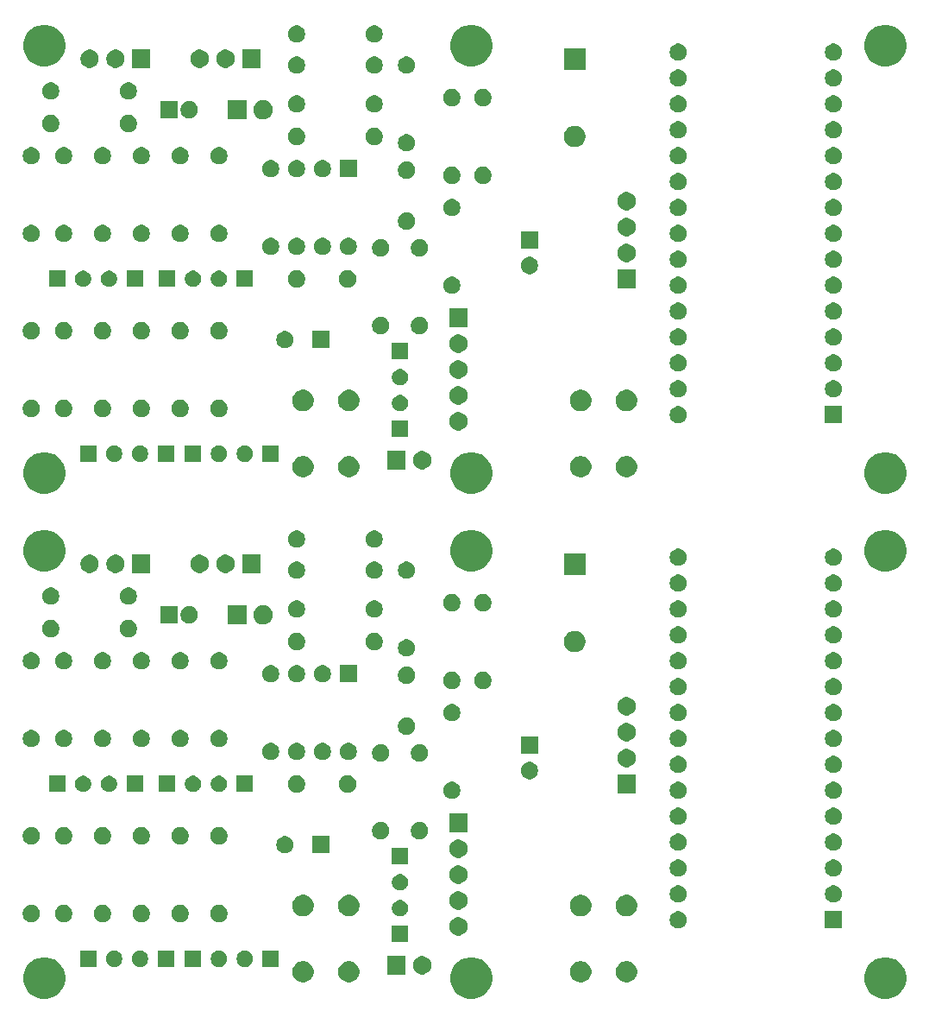
<source format=gts>
G04 #@! TF.GenerationSoftware,KiCad,Pcbnew,5.1.5-52549c5~84~ubuntu18.04.1*
G04 #@! TF.CreationDate,2020-07-07T10:06:49+09:00*
G04 #@! TF.ProjectId,PulseOximeterTHT_rev4B,50756c73-654f-4786-996d-657465725448,rev?*
G04 #@! TF.SameCoordinates,Original*
G04 #@! TF.FileFunction,Soldermask,Top*
G04 #@! TF.FilePolarity,Negative*
%FSLAX46Y46*%
G04 Gerber Fmt 4.6, Leading zero omitted, Abs format (unit mm)*
G04 Created by KiCad (PCBNEW 5.1.5-52549c5~84~ubuntu18.04.1) date 2020-07-07 10:06:49*
%MOMM*%
%LPD*%
G04 APERTURE LIST*
%ADD10C,0.100000*%
G04 APERTURE END LIST*
D10*
G36*
X180938254Y-155507818D02*
G01*
X181311511Y-155662426D01*
X181311513Y-155662427D01*
X181647436Y-155886884D01*
X181933116Y-156172564D01*
X182133736Y-156472812D01*
X182157574Y-156508489D01*
X182312182Y-156881746D01*
X182391000Y-157277993D01*
X182391000Y-157682007D01*
X182312182Y-158078254D01*
X182157574Y-158451511D01*
X182157573Y-158451513D01*
X181933116Y-158787436D01*
X181647436Y-159073116D01*
X181311513Y-159297573D01*
X181311512Y-159297574D01*
X181311511Y-159297574D01*
X180938254Y-159452182D01*
X180542007Y-159531000D01*
X180137993Y-159531000D01*
X179741746Y-159452182D01*
X179368489Y-159297574D01*
X179368488Y-159297574D01*
X179368487Y-159297573D01*
X179032564Y-159073116D01*
X178746884Y-158787436D01*
X178522427Y-158451513D01*
X178522426Y-158451511D01*
X178367818Y-158078254D01*
X178289000Y-157682007D01*
X178289000Y-157277993D01*
X178367818Y-156881746D01*
X178522426Y-156508489D01*
X178546265Y-156472812D01*
X178746884Y-156172564D01*
X179032564Y-155886884D01*
X179368487Y-155662427D01*
X179368489Y-155662426D01*
X179741746Y-155507818D01*
X180137993Y-155429000D01*
X180542007Y-155429000D01*
X180938254Y-155507818D01*
G37*
G36*
X140298254Y-155507818D02*
G01*
X140671511Y-155662426D01*
X140671513Y-155662427D01*
X141007436Y-155886884D01*
X141293116Y-156172564D01*
X141493736Y-156472812D01*
X141517574Y-156508489D01*
X141672182Y-156881746D01*
X141751000Y-157277993D01*
X141751000Y-157682007D01*
X141672182Y-158078254D01*
X141517574Y-158451511D01*
X141517573Y-158451513D01*
X141293116Y-158787436D01*
X141007436Y-159073116D01*
X140671513Y-159297573D01*
X140671512Y-159297574D01*
X140671511Y-159297574D01*
X140298254Y-159452182D01*
X139902007Y-159531000D01*
X139497993Y-159531000D01*
X139101746Y-159452182D01*
X138728489Y-159297574D01*
X138728488Y-159297574D01*
X138728487Y-159297573D01*
X138392564Y-159073116D01*
X138106884Y-158787436D01*
X137882427Y-158451513D01*
X137882426Y-158451511D01*
X137727818Y-158078254D01*
X137649000Y-157682007D01*
X137649000Y-157277993D01*
X137727818Y-156881746D01*
X137882426Y-156508489D01*
X137906265Y-156472812D01*
X138106884Y-156172564D01*
X138392564Y-155886884D01*
X138728487Y-155662427D01*
X138728489Y-155662426D01*
X139101746Y-155507818D01*
X139497993Y-155429000D01*
X139902007Y-155429000D01*
X140298254Y-155507818D01*
G37*
G36*
X98388254Y-155507818D02*
G01*
X98761511Y-155662426D01*
X98761513Y-155662427D01*
X99097436Y-155886884D01*
X99383116Y-156172564D01*
X99583736Y-156472812D01*
X99607574Y-156508489D01*
X99762182Y-156881746D01*
X99841000Y-157277993D01*
X99841000Y-157682007D01*
X99762182Y-158078254D01*
X99607574Y-158451511D01*
X99607573Y-158451513D01*
X99383116Y-158787436D01*
X99097436Y-159073116D01*
X98761513Y-159297573D01*
X98761512Y-159297574D01*
X98761511Y-159297574D01*
X98388254Y-159452182D01*
X97992007Y-159531000D01*
X97587993Y-159531000D01*
X97191746Y-159452182D01*
X96818489Y-159297574D01*
X96818488Y-159297574D01*
X96818487Y-159297573D01*
X96482564Y-159073116D01*
X96196884Y-158787436D01*
X95972427Y-158451513D01*
X95972426Y-158451511D01*
X95817818Y-158078254D01*
X95739000Y-157682007D01*
X95739000Y-157277993D01*
X95817818Y-156881746D01*
X95972426Y-156508489D01*
X95996265Y-156472812D01*
X96196884Y-156172564D01*
X96482564Y-155886884D01*
X96818487Y-155662427D01*
X96818489Y-155662426D01*
X97191746Y-155507818D01*
X97587993Y-155429000D01*
X97992007Y-155429000D01*
X98388254Y-155507818D01*
G37*
G36*
X123496564Y-155834389D02*
G01*
X123623298Y-155886884D01*
X123687835Y-155913616D01*
X123859973Y-156028635D01*
X124006365Y-156175027D01*
X124120084Y-156345219D01*
X124121385Y-156347167D01*
X124200611Y-156538436D01*
X124241000Y-156741484D01*
X124241000Y-156948516D01*
X124200611Y-157151564D01*
X124148242Y-157277994D01*
X124121384Y-157342835D01*
X124006365Y-157514973D01*
X123859973Y-157661365D01*
X123687835Y-157776384D01*
X123687834Y-157776385D01*
X123687833Y-157776385D01*
X123496564Y-157855611D01*
X123293516Y-157896000D01*
X123086484Y-157896000D01*
X122883436Y-157855611D01*
X122692167Y-157776385D01*
X122692166Y-157776385D01*
X122692165Y-157776384D01*
X122520027Y-157661365D01*
X122373635Y-157514973D01*
X122258616Y-157342835D01*
X122231758Y-157277994D01*
X122179389Y-157151564D01*
X122139000Y-156948516D01*
X122139000Y-156741484D01*
X122179389Y-156538436D01*
X122258615Y-156347167D01*
X122259917Y-156345219D01*
X122373635Y-156175027D01*
X122520027Y-156028635D01*
X122692165Y-155913616D01*
X122756702Y-155886884D01*
X122883436Y-155834389D01*
X123086484Y-155794000D01*
X123293516Y-155794000D01*
X123496564Y-155834389D01*
G37*
G36*
X155246564Y-155834389D02*
G01*
X155373298Y-155886884D01*
X155437835Y-155913616D01*
X155609973Y-156028635D01*
X155756365Y-156175027D01*
X155870084Y-156345219D01*
X155871385Y-156347167D01*
X155950611Y-156538436D01*
X155991000Y-156741484D01*
X155991000Y-156948516D01*
X155950611Y-157151564D01*
X155898242Y-157277994D01*
X155871384Y-157342835D01*
X155756365Y-157514973D01*
X155609973Y-157661365D01*
X155437835Y-157776384D01*
X155437834Y-157776385D01*
X155437833Y-157776385D01*
X155246564Y-157855611D01*
X155043516Y-157896000D01*
X154836484Y-157896000D01*
X154633436Y-157855611D01*
X154442167Y-157776385D01*
X154442166Y-157776385D01*
X154442165Y-157776384D01*
X154270027Y-157661365D01*
X154123635Y-157514973D01*
X154008616Y-157342835D01*
X153981758Y-157277994D01*
X153929389Y-157151564D01*
X153889000Y-156948516D01*
X153889000Y-156741484D01*
X153929389Y-156538436D01*
X154008615Y-156347167D01*
X154009917Y-156345219D01*
X154123635Y-156175027D01*
X154270027Y-156028635D01*
X154442165Y-155913616D01*
X154506702Y-155886884D01*
X154633436Y-155834389D01*
X154836484Y-155794000D01*
X155043516Y-155794000D01*
X155246564Y-155834389D01*
G37*
G36*
X150746564Y-155834389D02*
G01*
X150873298Y-155886884D01*
X150937835Y-155913616D01*
X151109973Y-156028635D01*
X151256365Y-156175027D01*
X151370084Y-156345219D01*
X151371385Y-156347167D01*
X151450611Y-156538436D01*
X151491000Y-156741484D01*
X151491000Y-156948516D01*
X151450611Y-157151564D01*
X151398242Y-157277994D01*
X151371384Y-157342835D01*
X151256365Y-157514973D01*
X151109973Y-157661365D01*
X150937835Y-157776384D01*
X150937834Y-157776385D01*
X150937833Y-157776385D01*
X150746564Y-157855611D01*
X150543516Y-157896000D01*
X150336484Y-157896000D01*
X150133436Y-157855611D01*
X149942167Y-157776385D01*
X149942166Y-157776385D01*
X149942165Y-157776384D01*
X149770027Y-157661365D01*
X149623635Y-157514973D01*
X149508616Y-157342835D01*
X149481758Y-157277994D01*
X149429389Y-157151564D01*
X149389000Y-156948516D01*
X149389000Y-156741484D01*
X149429389Y-156538436D01*
X149508615Y-156347167D01*
X149509917Y-156345219D01*
X149623635Y-156175027D01*
X149770027Y-156028635D01*
X149942165Y-155913616D01*
X150006702Y-155886884D01*
X150133436Y-155834389D01*
X150336484Y-155794000D01*
X150543516Y-155794000D01*
X150746564Y-155834389D01*
G37*
G36*
X127996564Y-155834389D02*
G01*
X128123298Y-155886884D01*
X128187835Y-155913616D01*
X128359973Y-156028635D01*
X128506365Y-156175027D01*
X128620084Y-156345219D01*
X128621385Y-156347167D01*
X128700611Y-156538436D01*
X128741000Y-156741484D01*
X128741000Y-156948516D01*
X128700611Y-157151564D01*
X128648242Y-157277994D01*
X128621384Y-157342835D01*
X128506365Y-157514973D01*
X128359973Y-157661365D01*
X128187835Y-157776384D01*
X128187834Y-157776385D01*
X128187833Y-157776385D01*
X127996564Y-157855611D01*
X127793516Y-157896000D01*
X127586484Y-157896000D01*
X127383436Y-157855611D01*
X127192167Y-157776385D01*
X127192166Y-157776385D01*
X127192165Y-157776384D01*
X127020027Y-157661365D01*
X126873635Y-157514973D01*
X126758616Y-157342835D01*
X126731758Y-157277994D01*
X126679389Y-157151564D01*
X126639000Y-156948516D01*
X126639000Y-156741484D01*
X126679389Y-156538436D01*
X126758615Y-156347167D01*
X126759917Y-156345219D01*
X126873635Y-156175027D01*
X127020027Y-156028635D01*
X127192165Y-155913616D01*
X127256702Y-155886884D01*
X127383436Y-155834389D01*
X127586484Y-155794000D01*
X127793516Y-155794000D01*
X127996564Y-155834389D01*
G37*
G36*
X134987512Y-155313927D02*
G01*
X135136812Y-155343624D01*
X135300784Y-155411544D01*
X135448354Y-155510147D01*
X135573853Y-155635646D01*
X135672456Y-155783216D01*
X135740376Y-155947188D01*
X135775000Y-156121259D01*
X135775000Y-156298741D01*
X135740376Y-156472812D01*
X135672456Y-156636784D01*
X135573853Y-156784354D01*
X135448354Y-156909853D01*
X135300784Y-157008456D01*
X135136812Y-157076376D01*
X134987512Y-157106073D01*
X134962742Y-157111000D01*
X134785258Y-157111000D01*
X134760488Y-157106073D01*
X134611188Y-157076376D01*
X134447216Y-157008456D01*
X134299646Y-156909853D01*
X134174147Y-156784354D01*
X134075544Y-156636784D01*
X134007624Y-156472812D01*
X133973000Y-156298741D01*
X133973000Y-156121259D01*
X134007624Y-155947188D01*
X134075544Y-155783216D01*
X134174147Y-155635646D01*
X134299646Y-155510147D01*
X134447216Y-155411544D01*
X134611188Y-155343624D01*
X134760488Y-155313927D01*
X134785258Y-155309000D01*
X134962742Y-155309000D01*
X134987512Y-155313927D01*
G37*
G36*
X133235000Y-157111000D02*
G01*
X131433000Y-157111000D01*
X131433000Y-155309000D01*
X133235000Y-155309000D01*
X133235000Y-157111000D01*
G37*
G36*
X115168642Y-154804781D02*
G01*
X115314414Y-154865162D01*
X115314416Y-154865163D01*
X115445608Y-154952822D01*
X115557178Y-155064392D01*
X115644837Y-155195584D01*
X115644838Y-155195586D01*
X115705219Y-155341358D01*
X115736000Y-155496107D01*
X115736000Y-155653893D01*
X115705219Y-155808642D01*
X115661737Y-155913616D01*
X115644837Y-155954416D01*
X115557178Y-156085608D01*
X115445608Y-156197178D01*
X115314416Y-156284837D01*
X115314415Y-156284838D01*
X115314414Y-156284838D01*
X115168642Y-156345219D01*
X115013893Y-156376000D01*
X114856107Y-156376000D01*
X114701358Y-156345219D01*
X114555586Y-156284838D01*
X114555585Y-156284838D01*
X114555584Y-156284837D01*
X114424392Y-156197178D01*
X114312822Y-156085608D01*
X114225163Y-155954416D01*
X114208263Y-155913616D01*
X114164781Y-155808642D01*
X114134000Y-155653893D01*
X114134000Y-155496107D01*
X114164781Y-155341358D01*
X114225162Y-155195586D01*
X114225163Y-155195584D01*
X114312822Y-155064392D01*
X114424392Y-154952822D01*
X114555584Y-154865163D01*
X114555586Y-154865162D01*
X114701358Y-154804781D01*
X114856107Y-154774000D01*
X115013893Y-154774000D01*
X115168642Y-154804781D01*
G37*
G36*
X104881642Y-154804781D02*
G01*
X105027414Y-154865162D01*
X105027416Y-154865163D01*
X105158608Y-154952822D01*
X105270178Y-155064392D01*
X105357837Y-155195584D01*
X105357838Y-155195586D01*
X105418219Y-155341358D01*
X105449000Y-155496107D01*
X105449000Y-155653893D01*
X105418219Y-155808642D01*
X105374737Y-155913616D01*
X105357837Y-155954416D01*
X105270178Y-156085608D01*
X105158608Y-156197178D01*
X105027416Y-156284837D01*
X105027415Y-156284838D01*
X105027414Y-156284838D01*
X104881642Y-156345219D01*
X104726893Y-156376000D01*
X104569107Y-156376000D01*
X104414358Y-156345219D01*
X104268586Y-156284838D01*
X104268585Y-156284838D01*
X104268584Y-156284837D01*
X104137392Y-156197178D01*
X104025822Y-156085608D01*
X103938163Y-155954416D01*
X103921263Y-155913616D01*
X103877781Y-155808642D01*
X103847000Y-155653893D01*
X103847000Y-155496107D01*
X103877781Y-155341358D01*
X103938162Y-155195586D01*
X103938163Y-155195584D01*
X104025822Y-155064392D01*
X104137392Y-154952822D01*
X104268584Y-154865163D01*
X104268586Y-154865162D01*
X104414358Y-154804781D01*
X104569107Y-154774000D01*
X104726893Y-154774000D01*
X104881642Y-154804781D01*
G37*
G36*
X102909000Y-156376000D02*
G01*
X101307000Y-156376000D01*
X101307000Y-154774000D01*
X102909000Y-154774000D01*
X102909000Y-156376000D01*
G37*
G36*
X117708642Y-154804781D02*
G01*
X117854414Y-154865162D01*
X117854416Y-154865163D01*
X117985608Y-154952822D01*
X118097178Y-155064392D01*
X118184837Y-155195584D01*
X118184838Y-155195586D01*
X118245219Y-155341358D01*
X118276000Y-155496107D01*
X118276000Y-155653893D01*
X118245219Y-155808642D01*
X118201737Y-155913616D01*
X118184837Y-155954416D01*
X118097178Y-156085608D01*
X117985608Y-156197178D01*
X117854416Y-156284837D01*
X117854415Y-156284838D01*
X117854414Y-156284838D01*
X117708642Y-156345219D01*
X117553893Y-156376000D01*
X117396107Y-156376000D01*
X117241358Y-156345219D01*
X117095586Y-156284838D01*
X117095585Y-156284838D01*
X117095584Y-156284837D01*
X116964392Y-156197178D01*
X116852822Y-156085608D01*
X116765163Y-155954416D01*
X116748263Y-155913616D01*
X116704781Y-155808642D01*
X116674000Y-155653893D01*
X116674000Y-155496107D01*
X116704781Y-155341358D01*
X116765162Y-155195586D01*
X116765163Y-155195584D01*
X116852822Y-155064392D01*
X116964392Y-154952822D01*
X117095584Y-154865163D01*
X117095586Y-154865162D01*
X117241358Y-154804781D01*
X117396107Y-154774000D01*
X117553893Y-154774000D01*
X117708642Y-154804781D01*
G37*
G36*
X113196000Y-156376000D02*
G01*
X111594000Y-156376000D01*
X111594000Y-154774000D01*
X113196000Y-154774000D01*
X113196000Y-156376000D01*
G37*
G36*
X110529000Y-156376000D02*
G01*
X108927000Y-156376000D01*
X108927000Y-154774000D01*
X110529000Y-154774000D01*
X110529000Y-156376000D01*
G37*
G36*
X107421642Y-154804781D02*
G01*
X107567414Y-154865162D01*
X107567416Y-154865163D01*
X107698608Y-154952822D01*
X107810178Y-155064392D01*
X107897837Y-155195584D01*
X107897838Y-155195586D01*
X107958219Y-155341358D01*
X107989000Y-155496107D01*
X107989000Y-155653893D01*
X107958219Y-155808642D01*
X107914737Y-155913616D01*
X107897837Y-155954416D01*
X107810178Y-156085608D01*
X107698608Y-156197178D01*
X107567416Y-156284837D01*
X107567415Y-156284838D01*
X107567414Y-156284838D01*
X107421642Y-156345219D01*
X107266893Y-156376000D01*
X107109107Y-156376000D01*
X106954358Y-156345219D01*
X106808586Y-156284838D01*
X106808585Y-156284838D01*
X106808584Y-156284837D01*
X106677392Y-156197178D01*
X106565822Y-156085608D01*
X106478163Y-155954416D01*
X106461263Y-155913616D01*
X106417781Y-155808642D01*
X106387000Y-155653893D01*
X106387000Y-155496107D01*
X106417781Y-155341358D01*
X106478162Y-155195586D01*
X106478163Y-155195584D01*
X106565822Y-155064392D01*
X106677392Y-154952822D01*
X106808584Y-154865163D01*
X106808586Y-154865162D01*
X106954358Y-154804781D01*
X107109107Y-154774000D01*
X107266893Y-154774000D01*
X107421642Y-154804781D01*
G37*
G36*
X120816000Y-156376000D02*
G01*
X119214000Y-156376000D01*
X119214000Y-154774000D01*
X120816000Y-154774000D01*
X120816000Y-156376000D01*
G37*
G36*
X133516000Y-153963000D02*
G01*
X131914000Y-153963000D01*
X131914000Y-152361000D01*
X133516000Y-152361000D01*
X133516000Y-153963000D01*
G37*
G36*
X138543512Y-151503927D02*
G01*
X138692812Y-151533624D01*
X138856784Y-151601544D01*
X139004354Y-151700147D01*
X139129853Y-151825646D01*
X139228456Y-151973216D01*
X139296376Y-152137188D01*
X139331000Y-152311259D01*
X139331000Y-152488741D01*
X139296376Y-152662812D01*
X139228456Y-152826784D01*
X139129853Y-152974354D01*
X139004354Y-153099853D01*
X138856784Y-153198456D01*
X138692812Y-153266376D01*
X138543512Y-153296073D01*
X138518742Y-153301000D01*
X138341258Y-153301000D01*
X138316488Y-153296073D01*
X138167188Y-153266376D01*
X138003216Y-153198456D01*
X137855646Y-153099853D01*
X137730147Y-152974354D01*
X137631544Y-152826784D01*
X137563624Y-152662812D01*
X137529000Y-152488741D01*
X137529000Y-152311259D01*
X137563624Y-152137188D01*
X137631544Y-151973216D01*
X137730147Y-151825646D01*
X137855646Y-151700147D01*
X138003216Y-151601544D01*
X138167188Y-151533624D01*
X138316488Y-151503927D01*
X138341258Y-151499000D01*
X138518742Y-151499000D01*
X138543512Y-151503927D01*
G37*
G36*
X176111000Y-152616000D02*
G01*
X174409000Y-152616000D01*
X174409000Y-150914000D01*
X176111000Y-150914000D01*
X176111000Y-152616000D01*
G37*
G36*
X160268228Y-150946703D02*
G01*
X160423100Y-151010853D01*
X160562481Y-151103985D01*
X160681015Y-151222519D01*
X160774147Y-151361900D01*
X160838297Y-151516772D01*
X160871000Y-151681184D01*
X160871000Y-151848816D01*
X160838297Y-152013228D01*
X160774147Y-152168100D01*
X160681015Y-152307481D01*
X160562481Y-152426015D01*
X160423100Y-152519147D01*
X160268228Y-152583297D01*
X160103816Y-152616000D01*
X159936184Y-152616000D01*
X159771772Y-152583297D01*
X159616900Y-152519147D01*
X159477519Y-152426015D01*
X159358985Y-152307481D01*
X159265853Y-152168100D01*
X159201703Y-152013228D01*
X159169000Y-151848816D01*
X159169000Y-151681184D01*
X159201703Y-151516772D01*
X159265853Y-151361900D01*
X159358985Y-151222519D01*
X159477519Y-151103985D01*
X159616900Y-151010853D01*
X159771772Y-150946703D01*
X159936184Y-150914000D01*
X160103816Y-150914000D01*
X160268228Y-150946703D01*
G37*
G36*
X111373227Y-150311703D02*
G01*
X111528099Y-150375853D01*
X111667480Y-150468985D01*
X111786014Y-150587519D01*
X111879146Y-150726900D01*
X111943296Y-150881772D01*
X111975999Y-151046184D01*
X111975999Y-151213816D01*
X111943296Y-151378228D01*
X111879146Y-151533100D01*
X111786014Y-151672481D01*
X111667480Y-151791015D01*
X111528099Y-151884147D01*
X111373227Y-151948297D01*
X111208815Y-151981000D01*
X111041183Y-151981000D01*
X110876771Y-151948297D01*
X110721899Y-151884147D01*
X110582518Y-151791015D01*
X110463984Y-151672481D01*
X110370852Y-151533100D01*
X110306702Y-151378228D01*
X110273999Y-151213816D01*
X110273999Y-151046184D01*
X110306702Y-150881772D01*
X110370852Y-150726900D01*
X110463984Y-150587519D01*
X110582518Y-150468985D01*
X110721899Y-150375853D01*
X110876771Y-150311703D01*
X111041183Y-150279000D01*
X111208815Y-150279000D01*
X111373227Y-150311703D01*
G37*
G36*
X107563228Y-150311703D02*
G01*
X107718100Y-150375853D01*
X107857481Y-150468985D01*
X107976015Y-150587519D01*
X108069147Y-150726900D01*
X108133297Y-150881772D01*
X108166000Y-151046184D01*
X108166000Y-151213816D01*
X108133297Y-151378228D01*
X108069147Y-151533100D01*
X107976015Y-151672481D01*
X107857481Y-151791015D01*
X107718100Y-151884147D01*
X107563228Y-151948297D01*
X107398816Y-151981000D01*
X107231184Y-151981000D01*
X107066772Y-151948297D01*
X106911900Y-151884147D01*
X106772519Y-151791015D01*
X106653985Y-151672481D01*
X106560853Y-151533100D01*
X106496703Y-151378228D01*
X106464000Y-151213816D01*
X106464000Y-151046184D01*
X106496703Y-150881772D01*
X106560853Y-150726900D01*
X106653985Y-150587519D01*
X106772519Y-150468985D01*
X106911900Y-150375853D01*
X107066772Y-150311703D01*
X107231184Y-150279000D01*
X107398816Y-150279000D01*
X107563228Y-150311703D01*
G37*
G36*
X99943227Y-150311703D02*
G01*
X100098099Y-150375853D01*
X100237480Y-150468985D01*
X100356014Y-150587519D01*
X100449146Y-150726900D01*
X100513296Y-150881772D01*
X100545999Y-151046184D01*
X100545999Y-151213816D01*
X100513296Y-151378228D01*
X100449146Y-151533100D01*
X100356014Y-151672481D01*
X100237480Y-151791015D01*
X100098099Y-151884147D01*
X99943227Y-151948297D01*
X99778815Y-151981000D01*
X99611183Y-151981000D01*
X99446771Y-151948297D01*
X99291899Y-151884147D01*
X99152518Y-151791015D01*
X99033984Y-151672481D01*
X98940852Y-151533100D01*
X98876702Y-151378228D01*
X98843999Y-151213816D01*
X98843999Y-151046184D01*
X98876702Y-150881772D01*
X98940852Y-150726900D01*
X99033984Y-150587519D01*
X99152518Y-150468985D01*
X99291899Y-150375853D01*
X99446771Y-150311703D01*
X99611183Y-150279000D01*
X99778815Y-150279000D01*
X99943227Y-150311703D01*
G37*
G36*
X103753228Y-150311703D02*
G01*
X103908100Y-150375853D01*
X104047481Y-150468985D01*
X104166015Y-150587519D01*
X104259147Y-150726900D01*
X104323297Y-150881772D01*
X104356000Y-151046184D01*
X104356000Y-151213816D01*
X104323297Y-151378228D01*
X104259147Y-151533100D01*
X104166015Y-151672481D01*
X104047481Y-151791015D01*
X103908100Y-151884147D01*
X103753228Y-151948297D01*
X103588816Y-151981000D01*
X103421184Y-151981000D01*
X103256772Y-151948297D01*
X103101900Y-151884147D01*
X102962519Y-151791015D01*
X102843985Y-151672481D01*
X102750853Y-151533100D01*
X102686703Y-151378228D01*
X102654000Y-151213816D01*
X102654000Y-151046184D01*
X102686703Y-150881772D01*
X102750853Y-150726900D01*
X102843985Y-150587519D01*
X102962519Y-150468985D01*
X103101900Y-150375853D01*
X103256772Y-150311703D01*
X103421184Y-150279000D01*
X103588816Y-150279000D01*
X103753228Y-150311703D01*
G37*
G36*
X115183228Y-150311703D02*
G01*
X115338100Y-150375853D01*
X115477481Y-150468985D01*
X115596015Y-150587519D01*
X115689147Y-150726900D01*
X115753297Y-150881772D01*
X115786000Y-151046184D01*
X115786000Y-151213816D01*
X115753297Y-151378228D01*
X115689147Y-151533100D01*
X115596015Y-151672481D01*
X115477481Y-151791015D01*
X115338100Y-151884147D01*
X115183228Y-151948297D01*
X115018816Y-151981000D01*
X114851184Y-151981000D01*
X114686772Y-151948297D01*
X114531900Y-151884147D01*
X114392519Y-151791015D01*
X114273985Y-151672481D01*
X114180853Y-151533100D01*
X114116703Y-151378228D01*
X114084000Y-151213816D01*
X114084000Y-151046184D01*
X114116703Y-150881772D01*
X114180853Y-150726900D01*
X114273985Y-150587519D01*
X114392519Y-150468985D01*
X114531900Y-150375853D01*
X114686772Y-150311703D01*
X114851184Y-150279000D01*
X115018816Y-150279000D01*
X115183228Y-150311703D01*
G37*
G36*
X96768228Y-150311703D02*
G01*
X96923100Y-150375853D01*
X97062481Y-150468985D01*
X97181015Y-150587519D01*
X97274147Y-150726900D01*
X97338297Y-150881772D01*
X97371000Y-151046184D01*
X97371000Y-151213816D01*
X97338297Y-151378228D01*
X97274147Y-151533100D01*
X97181015Y-151672481D01*
X97062481Y-151791015D01*
X96923100Y-151884147D01*
X96768228Y-151948297D01*
X96603816Y-151981000D01*
X96436184Y-151981000D01*
X96271772Y-151948297D01*
X96116900Y-151884147D01*
X95977519Y-151791015D01*
X95858985Y-151672481D01*
X95765853Y-151533100D01*
X95701703Y-151378228D01*
X95669000Y-151213816D01*
X95669000Y-151046184D01*
X95701703Y-150881772D01*
X95765853Y-150726900D01*
X95858985Y-150587519D01*
X95977519Y-150468985D01*
X96116900Y-150375853D01*
X96271772Y-150311703D01*
X96436184Y-150279000D01*
X96603816Y-150279000D01*
X96768228Y-150311703D01*
G37*
G36*
X132948642Y-149851781D02*
G01*
X133094414Y-149912162D01*
X133094416Y-149912163D01*
X133225608Y-149999822D01*
X133337178Y-150111392D01*
X133424102Y-150241484D01*
X133424838Y-150242586D01*
X133485219Y-150388358D01*
X133516000Y-150543107D01*
X133516000Y-150700893D01*
X133485219Y-150855642D01*
X133461046Y-150914000D01*
X133424837Y-151001416D01*
X133337178Y-151132608D01*
X133225608Y-151244178D01*
X133094416Y-151331837D01*
X133094415Y-151331838D01*
X133094414Y-151331838D01*
X132948642Y-151392219D01*
X132793893Y-151423000D01*
X132636107Y-151423000D01*
X132481358Y-151392219D01*
X132335586Y-151331838D01*
X132335585Y-151331838D01*
X132335584Y-151331837D01*
X132204392Y-151244178D01*
X132092822Y-151132608D01*
X132005163Y-151001416D01*
X131968954Y-150914000D01*
X131944781Y-150855642D01*
X131914000Y-150700893D01*
X131914000Y-150543107D01*
X131944781Y-150388358D01*
X132005162Y-150242586D01*
X132005898Y-150241484D01*
X132092822Y-150111392D01*
X132204392Y-149999822D01*
X132335584Y-149912163D01*
X132335586Y-149912162D01*
X132481358Y-149851781D01*
X132636107Y-149821000D01*
X132793893Y-149821000D01*
X132948642Y-149851781D01*
G37*
G36*
X150746564Y-149334389D02*
G01*
X150937833Y-149413615D01*
X150937835Y-149413616D01*
X151027052Y-149473229D01*
X151109973Y-149528635D01*
X151256365Y-149675027D01*
X151371383Y-149847163D01*
X151450611Y-150038436D01*
X151491000Y-150241484D01*
X151491000Y-150448516D01*
X151450611Y-150651564D01*
X151405281Y-150761000D01*
X151371384Y-150842835D01*
X151256365Y-151014973D01*
X151109973Y-151161365D01*
X150937835Y-151276384D01*
X150937834Y-151276385D01*
X150937833Y-151276385D01*
X150746564Y-151355611D01*
X150543516Y-151396000D01*
X150336484Y-151396000D01*
X150133436Y-151355611D01*
X149942167Y-151276385D01*
X149942166Y-151276385D01*
X149942165Y-151276384D01*
X149770027Y-151161365D01*
X149623635Y-151014973D01*
X149508616Y-150842835D01*
X149474719Y-150761000D01*
X149429389Y-150651564D01*
X149389000Y-150448516D01*
X149389000Y-150241484D01*
X149429389Y-150038436D01*
X149508617Y-149847163D01*
X149623635Y-149675027D01*
X149770027Y-149528635D01*
X149852948Y-149473229D01*
X149942165Y-149413616D01*
X149942167Y-149413615D01*
X150133436Y-149334389D01*
X150336484Y-149294000D01*
X150543516Y-149294000D01*
X150746564Y-149334389D01*
G37*
G36*
X123496564Y-149334389D02*
G01*
X123687833Y-149413615D01*
X123687835Y-149413616D01*
X123777052Y-149473229D01*
X123859973Y-149528635D01*
X124006365Y-149675027D01*
X124121383Y-149847163D01*
X124200611Y-150038436D01*
X124241000Y-150241484D01*
X124241000Y-150448516D01*
X124200611Y-150651564D01*
X124155281Y-150761000D01*
X124121384Y-150842835D01*
X124006365Y-151014973D01*
X123859973Y-151161365D01*
X123687835Y-151276384D01*
X123687834Y-151276385D01*
X123687833Y-151276385D01*
X123496564Y-151355611D01*
X123293516Y-151396000D01*
X123086484Y-151396000D01*
X122883436Y-151355611D01*
X122692167Y-151276385D01*
X122692166Y-151276385D01*
X122692165Y-151276384D01*
X122520027Y-151161365D01*
X122373635Y-151014973D01*
X122258616Y-150842835D01*
X122224719Y-150761000D01*
X122179389Y-150651564D01*
X122139000Y-150448516D01*
X122139000Y-150241484D01*
X122179389Y-150038436D01*
X122258617Y-149847163D01*
X122373635Y-149675027D01*
X122520027Y-149528635D01*
X122602948Y-149473229D01*
X122692165Y-149413616D01*
X122692167Y-149413615D01*
X122883436Y-149334389D01*
X123086484Y-149294000D01*
X123293516Y-149294000D01*
X123496564Y-149334389D01*
G37*
G36*
X127996564Y-149334389D02*
G01*
X128187833Y-149413615D01*
X128187835Y-149413616D01*
X128277052Y-149473229D01*
X128359973Y-149528635D01*
X128506365Y-149675027D01*
X128621383Y-149847163D01*
X128700611Y-150038436D01*
X128741000Y-150241484D01*
X128741000Y-150448516D01*
X128700611Y-150651564D01*
X128655281Y-150761000D01*
X128621384Y-150842835D01*
X128506365Y-151014973D01*
X128359973Y-151161365D01*
X128187835Y-151276384D01*
X128187834Y-151276385D01*
X128187833Y-151276385D01*
X127996564Y-151355611D01*
X127793516Y-151396000D01*
X127586484Y-151396000D01*
X127383436Y-151355611D01*
X127192167Y-151276385D01*
X127192166Y-151276385D01*
X127192165Y-151276384D01*
X127020027Y-151161365D01*
X126873635Y-151014973D01*
X126758616Y-150842835D01*
X126724719Y-150761000D01*
X126679389Y-150651564D01*
X126639000Y-150448516D01*
X126639000Y-150241484D01*
X126679389Y-150038436D01*
X126758617Y-149847163D01*
X126873635Y-149675027D01*
X127020027Y-149528635D01*
X127102948Y-149473229D01*
X127192165Y-149413616D01*
X127192167Y-149413615D01*
X127383436Y-149334389D01*
X127586484Y-149294000D01*
X127793516Y-149294000D01*
X127996564Y-149334389D01*
G37*
G36*
X155246564Y-149334389D02*
G01*
X155437833Y-149413615D01*
X155437835Y-149413616D01*
X155527052Y-149473229D01*
X155609973Y-149528635D01*
X155756365Y-149675027D01*
X155871383Y-149847163D01*
X155950611Y-150038436D01*
X155991000Y-150241484D01*
X155991000Y-150448516D01*
X155950611Y-150651564D01*
X155905281Y-150761000D01*
X155871384Y-150842835D01*
X155756365Y-151014973D01*
X155609973Y-151161365D01*
X155437835Y-151276384D01*
X155437834Y-151276385D01*
X155437833Y-151276385D01*
X155246564Y-151355611D01*
X155043516Y-151396000D01*
X154836484Y-151396000D01*
X154633436Y-151355611D01*
X154442167Y-151276385D01*
X154442166Y-151276385D01*
X154442165Y-151276384D01*
X154270027Y-151161365D01*
X154123635Y-151014973D01*
X154008616Y-150842835D01*
X153974719Y-150761000D01*
X153929389Y-150651564D01*
X153889000Y-150448516D01*
X153889000Y-150241484D01*
X153929389Y-150038436D01*
X154008617Y-149847163D01*
X154123635Y-149675027D01*
X154270027Y-149528635D01*
X154352948Y-149473229D01*
X154442165Y-149413616D01*
X154442167Y-149413615D01*
X154633436Y-149334389D01*
X154836484Y-149294000D01*
X155043516Y-149294000D01*
X155246564Y-149334389D01*
G37*
G36*
X138543512Y-148963927D02*
G01*
X138692812Y-148993624D01*
X138856784Y-149061544D01*
X139004354Y-149160147D01*
X139129853Y-149285646D01*
X139228456Y-149433216D01*
X139296376Y-149597188D01*
X139331000Y-149771259D01*
X139331000Y-149948741D01*
X139296376Y-150122812D01*
X139228456Y-150286784D01*
X139129853Y-150434354D01*
X139004354Y-150559853D01*
X138856784Y-150658456D01*
X138692812Y-150726376D01*
X138543512Y-150756073D01*
X138518742Y-150761000D01*
X138341258Y-150761000D01*
X138316488Y-150756073D01*
X138167188Y-150726376D01*
X138003216Y-150658456D01*
X137855646Y-150559853D01*
X137730147Y-150434354D01*
X137631544Y-150286784D01*
X137563624Y-150122812D01*
X137529000Y-149948741D01*
X137529000Y-149771259D01*
X137563624Y-149597188D01*
X137631544Y-149433216D01*
X137730147Y-149285646D01*
X137855646Y-149160147D01*
X138003216Y-149061544D01*
X138167188Y-148993624D01*
X138316488Y-148963927D01*
X138341258Y-148959000D01*
X138518742Y-148959000D01*
X138543512Y-148963927D01*
G37*
G36*
X160268228Y-148406703D02*
G01*
X160423100Y-148470853D01*
X160562481Y-148563985D01*
X160681015Y-148682519D01*
X160774147Y-148821900D01*
X160838297Y-148976772D01*
X160871000Y-149141184D01*
X160871000Y-149308816D01*
X160838297Y-149473228D01*
X160774147Y-149628100D01*
X160681015Y-149767481D01*
X160562481Y-149886015D01*
X160423100Y-149979147D01*
X160268228Y-150043297D01*
X160103816Y-150076000D01*
X159936184Y-150076000D01*
X159771772Y-150043297D01*
X159616900Y-149979147D01*
X159477519Y-149886015D01*
X159358985Y-149767481D01*
X159265853Y-149628100D01*
X159201703Y-149473228D01*
X159169000Y-149308816D01*
X159169000Y-149141184D01*
X159201703Y-148976772D01*
X159265853Y-148821900D01*
X159358985Y-148682519D01*
X159477519Y-148563985D01*
X159616900Y-148470853D01*
X159771772Y-148406703D01*
X159936184Y-148374000D01*
X160103816Y-148374000D01*
X160268228Y-148406703D01*
G37*
G36*
X175508228Y-148406703D02*
G01*
X175663100Y-148470853D01*
X175802481Y-148563985D01*
X175921015Y-148682519D01*
X176014147Y-148821900D01*
X176078297Y-148976772D01*
X176111000Y-149141184D01*
X176111000Y-149308816D01*
X176078297Y-149473228D01*
X176014147Y-149628100D01*
X175921015Y-149767481D01*
X175802481Y-149886015D01*
X175663100Y-149979147D01*
X175508228Y-150043297D01*
X175343816Y-150076000D01*
X175176184Y-150076000D01*
X175011772Y-150043297D01*
X174856900Y-149979147D01*
X174717519Y-149886015D01*
X174598985Y-149767481D01*
X174505853Y-149628100D01*
X174441703Y-149473228D01*
X174409000Y-149308816D01*
X174409000Y-149141184D01*
X174441703Y-148976772D01*
X174505853Y-148821900D01*
X174598985Y-148682519D01*
X174717519Y-148563985D01*
X174856900Y-148470853D01*
X175011772Y-148406703D01*
X175176184Y-148374000D01*
X175343816Y-148374000D01*
X175508228Y-148406703D01*
G37*
G36*
X132948642Y-147311781D02*
G01*
X133094414Y-147372162D01*
X133094416Y-147372163D01*
X133225608Y-147459822D01*
X133337178Y-147571392D01*
X133424837Y-147702584D01*
X133424838Y-147702586D01*
X133485219Y-147848358D01*
X133516000Y-148003107D01*
X133516000Y-148160893D01*
X133485219Y-148315642D01*
X133461046Y-148374000D01*
X133424837Y-148461416D01*
X133337178Y-148592608D01*
X133225608Y-148704178D01*
X133094416Y-148791837D01*
X133094415Y-148791838D01*
X133094414Y-148791838D01*
X132948642Y-148852219D01*
X132793893Y-148883000D01*
X132636107Y-148883000D01*
X132481358Y-148852219D01*
X132335586Y-148791838D01*
X132335585Y-148791838D01*
X132335584Y-148791837D01*
X132204392Y-148704178D01*
X132092822Y-148592608D01*
X132005163Y-148461416D01*
X131968954Y-148374000D01*
X131944781Y-148315642D01*
X131914000Y-148160893D01*
X131914000Y-148003107D01*
X131944781Y-147848358D01*
X132005162Y-147702586D01*
X132005163Y-147702584D01*
X132092822Y-147571392D01*
X132204392Y-147459822D01*
X132335584Y-147372163D01*
X132335586Y-147372162D01*
X132481358Y-147311781D01*
X132636107Y-147281000D01*
X132793893Y-147281000D01*
X132948642Y-147311781D01*
G37*
G36*
X138543512Y-146423927D02*
G01*
X138692812Y-146453624D01*
X138856784Y-146521544D01*
X139004354Y-146620147D01*
X139129853Y-146745646D01*
X139228456Y-146893216D01*
X139296376Y-147057188D01*
X139331000Y-147231259D01*
X139331000Y-147408741D01*
X139296376Y-147582812D01*
X139228456Y-147746784D01*
X139129853Y-147894354D01*
X139004354Y-148019853D01*
X138856784Y-148118456D01*
X138692812Y-148186376D01*
X138543512Y-148216073D01*
X138518742Y-148221000D01*
X138341258Y-148221000D01*
X138316488Y-148216073D01*
X138167188Y-148186376D01*
X138003216Y-148118456D01*
X137855646Y-148019853D01*
X137730147Y-147894354D01*
X137631544Y-147746784D01*
X137563624Y-147582812D01*
X137529000Y-147408741D01*
X137529000Y-147231259D01*
X137563624Y-147057188D01*
X137631544Y-146893216D01*
X137730147Y-146745646D01*
X137855646Y-146620147D01*
X138003216Y-146521544D01*
X138167188Y-146453624D01*
X138316488Y-146423927D01*
X138341258Y-146419000D01*
X138518742Y-146419000D01*
X138543512Y-146423927D01*
G37*
G36*
X175508228Y-145866703D02*
G01*
X175663100Y-145930853D01*
X175802481Y-146023985D01*
X175921015Y-146142519D01*
X176014147Y-146281900D01*
X176078297Y-146436772D01*
X176111000Y-146601184D01*
X176111000Y-146768816D01*
X176078297Y-146933228D01*
X176014147Y-147088100D01*
X175921015Y-147227481D01*
X175802481Y-147346015D01*
X175663100Y-147439147D01*
X175508228Y-147503297D01*
X175343816Y-147536000D01*
X175176184Y-147536000D01*
X175011772Y-147503297D01*
X174856900Y-147439147D01*
X174717519Y-147346015D01*
X174598985Y-147227481D01*
X174505853Y-147088100D01*
X174441703Y-146933228D01*
X174409000Y-146768816D01*
X174409000Y-146601184D01*
X174441703Y-146436772D01*
X174505853Y-146281900D01*
X174598985Y-146142519D01*
X174717519Y-146023985D01*
X174856900Y-145930853D01*
X175011772Y-145866703D01*
X175176184Y-145834000D01*
X175343816Y-145834000D01*
X175508228Y-145866703D01*
G37*
G36*
X160268228Y-145866703D02*
G01*
X160423100Y-145930853D01*
X160562481Y-146023985D01*
X160681015Y-146142519D01*
X160774147Y-146281900D01*
X160838297Y-146436772D01*
X160871000Y-146601184D01*
X160871000Y-146768816D01*
X160838297Y-146933228D01*
X160774147Y-147088100D01*
X160681015Y-147227481D01*
X160562481Y-147346015D01*
X160423100Y-147439147D01*
X160268228Y-147503297D01*
X160103816Y-147536000D01*
X159936184Y-147536000D01*
X159771772Y-147503297D01*
X159616900Y-147439147D01*
X159477519Y-147346015D01*
X159358985Y-147227481D01*
X159265853Y-147088100D01*
X159201703Y-146933228D01*
X159169000Y-146768816D01*
X159169000Y-146601184D01*
X159201703Y-146436772D01*
X159265853Y-146281900D01*
X159358985Y-146142519D01*
X159477519Y-146023985D01*
X159616900Y-145930853D01*
X159771772Y-145866703D01*
X159936184Y-145834000D01*
X160103816Y-145834000D01*
X160268228Y-145866703D01*
G37*
G36*
X133516000Y-146343000D02*
G01*
X131914000Y-146343000D01*
X131914000Y-144741000D01*
X133516000Y-144741000D01*
X133516000Y-146343000D01*
G37*
G36*
X138543512Y-143883927D02*
G01*
X138692812Y-143913624D01*
X138856784Y-143981544D01*
X139004354Y-144080147D01*
X139129853Y-144205646D01*
X139228456Y-144353216D01*
X139296376Y-144517188D01*
X139331000Y-144691259D01*
X139331000Y-144868741D01*
X139296376Y-145042812D01*
X139228456Y-145206784D01*
X139129853Y-145354354D01*
X139004354Y-145479853D01*
X138856784Y-145578456D01*
X138692812Y-145646376D01*
X138543512Y-145676073D01*
X138518742Y-145681000D01*
X138341258Y-145681000D01*
X138316488Y-145676073D01*
X138167188Y-145646376D01*
X138003216Y-145578456D01*
X137855646Y-145479853D01*
X137730147Y-145354354D01*
X137631544Y-145206784D01*
X137563624Y-145042812D01*
X137529000Y-144868741D01*
X137529000Y-144691259D01*
X137563624Y-144517188D01*
X137631544Y-144353216D01*
X137730147Y-144205646D01*
X137855646Y-144080147D01*
X138003216Y-143981544D01*
X138167188Y-143913624D01*
X138316488Y-143883927D01*
X138341258Y-143879000D01*
X138518742Y-143879000D01*
X138543512Y-143883927D01*
G37*
G36*
X125763000Y-145249999D02*
G01*
X124061000Y-145249999D01*
X124061000Y-143547999D01*
X125763000Y-143547999D01*
X125763000Y-145249999D01*
G37*
G36*
X121660228Y-143580702D02*
G01*
X121815100Y-143644852D01*
X121954481Y-143737984D01*
X122073015Y-143856518D01*
X122166147Y-143995899D01*
X122230297Y-144150771D01*
X122263000Y-144315183D01*
X122263000Y-144482815D01*
X122230297Y-144647227D01*
X122166147Y-144802099D01*
X122073015Y-144941480D01*
X121954481Y-145060014D01*
X121815100Y-145153146D01*
X121660228Y-145217296D01*
X121495816Y-145249999D01*
X121328184Y-145249999D01*
X121163772Y-145217296D01*
X121008900Y-145153146D01*
X120869519Y-145060014D01*
X120750985Y-144941480D01*
X120657853Y-144802099D01*
X120593703Y-144647227D01*
X120561000Y-144482815D01*
X120561000Y-144315183D01*
X120593703Y-144150771D01*
X120657853Y-143995899D01*
X120750985Y-143856518D01*
X120869519Y-143737984D01*
X121008900Y-143644852D01*
X121163772Y-143580702D01*
X121328184Y-143547999D01*
X121495816Y-143547999D01*
X121660228Y-143580702D01*
G37*
G36*
X175508228Y-143326703D02*
G01*
X175663100Y-143390853D01*
X175802481Y-143483985D01*
X175921015Y-143602519D01*
X176014147Y-143741900D01*
X176078297Y-143896772D01*
X176111000Y-144061184D01*
X176111000Y-144228816D01*
X176078297Y-144393228D01*
X176014147Y-144548100D01*
X175921015Y-144687481D01*
X175802481Y-144806015D01*
X175663100Y-144899147D01*
X175508228Y-144963297D01*
X175343816Y-144996000D01*
X175176184Y-144996000D01*
X175011772Y-144963297D01*
X174856900Y-144899147D01*
X174717519Y-144806015D01*
X174598985Y-144687481D01*
X174505853Y-144548100D01*
X174441703Y-144393228D01*
X174409000Y-144228816D01*
X174409000Y-144061184D01*
X174441703Y-143896772D01*
X174505853Y-143741900D01*
X174598985Y-143602519D01*
X174717519Y-143483985D01*
X174856900Y-143390853D01*
X175011772Y-143326703D01*
X175176184Y-143294000D01*
X175343816Y-143294000D01*
X175508228Y-143326703D01*
G37*
G36*
X160268228Y-143326703D02*
G01*
X160423100Y-143390853D01*
X160562481Y-143483985D01*
X160681015Y-143602519D01*
X160774147Y-143741900D01*
X160838297Y-143896772D01*
X160871000Y-144061184D01*
X160871000Y-144228816D01*
X160838297Y-144393228D01*
X160774147Y-144548100D01*
X160681015Y-144687481D01*
X160562481Y-144806015D01*
X160423100Y-144899147D01*
X160268228Y-144963297D01*
X160103816Y-144996000D01*
X159936184Y-144996000D01*
X159771772Y-144963297D01*
X159616900Y-144899147D01*
X159477519Y-144806015D01*
X159358985Y-144687481D01*
X159265853Y-144548100D01*
X159201703Y-144393228D01*
X159169000Y-144228816D01*
X159169000Y-144061184D01*
X159201703Y-143896772D01*
X159265853Y-143741900D01*
X159358985Y-143602519D01*
X159477519Y-143483985D01*
X159616900Y-143390853D01*
X159771772Y-143326703D01*
X159936184Y-143294000D01*
X160103816Y-143294000D01*
X160268228Y-143326703D01*
G37*
G36*
X107563228Y-142691703D02*
G01*
X107718100Y-142755853D01*
X107857481Y-142848985D01*
X107976015Y-142967519D01*
X108069147Y-143106900D01*
X108133297Y-143261772D01*
X108166000Y-143426184D01*
X108166000Y-143593816D01*
X108133297Y-143758228D01*
X108069147Y-143913100D01*
X107976015Y-144052481D01*
X107857481Y-144171015D01*
X107718100Y-144264147D01*
X107563228Y-144328297D01*
X107398816Y-144361000D01*
X107231184Y-144361000D01*
X107066772Y-144328297D01*
X106911900Y-144264147D01*
X106772519Y-144171015D01*
X106653985Y-144052481D01*
X106560853Y-143913100D01*
X106496703Y-143758228D01*
X106464000Y-143593816D01*
X106464000Y-143426184D01*
X106496703Y-143261772D01*
X106560853Y-143106900D01*
X106653985Y-142967519D01*
X106772519Y-142848985D01*
X106911900Y-142755853D01*
X107066772Y-142691703D01*
X107231184Y-142659000D01*
X107398816Y-142659000D01*
X107563228Y-142691703D01*
G37*
G36*
X96768228Y-142691703D02*
G01*
X96923100Y-142755853D01*
X97062481Y-142848985D01*
X97181015Y-142967519D01*
X97274147Y-143106900D01*
X97338297Y-143261772D01*
X97371000Y-143426184D01*
X97371000Y-143593816D01*
X97338297Y-143758228D01*
X97274147Y-143913100D01*
X97181015Y-144052481D01*
X97062481Y-144171015D01*
X96923100Y-144264147D01*
X96768228Y-144328297D01*
X96603816Y-144361000D01*
X96436184Y-144361000D01*
X96271772Y-144328297D01*
X96116900Y-144264147D01*
X95977519Y-144171015D01*
X95858985Y-144052481D01*
X95765853Y-143913100D01*
X95701703Y-143758228D01*
X95669000Y-143593816D01*
X95669000Y-143426184D01*
X95701703Y-143261772D01*
X95765853Y-143106900D01*
X95858985Y-142967519D01*
X95977519Y-142848985D01*
X96116900Y-142755853D01*
X96271772Y-142691703D01*
X96436184Y-142659000D01*
X96603816Y-142659000D01*
X96768228Y-142691703D01*
G37*
G36*
X115183228Y-142691703D02*
G01*
X115338100Y-142755853D01*
X115477481Y-142848985D01*
X115596015Y-142967519D01*
X115689147Y-143106900D01*
X115753297Y-143261772D01*
X115786000Y-143426184D01*
X115786000Y-143593816D01*
X115753297Y-143758228D01*
X115689147Y-143913100D01*
X115596015Y-144052481D01*
X115477481Y-144171015D01*
X115338100Y-144264147D01*
X115183228Y-144328297D01*
X115018816Y-144361000D01*
X114851184Y-144361000D01*
X114686772Y-144328297D01*
X114531900Y-144264147D01*
X114392519Y-144171015D01*
X114273985Y-144052481D01*
X114180853Y-143913100D01*
X114116703Y-143758228D01*
X114084000Y-143593816D01*
X114084000Y-143426184D01*
X114116703Y-143261772D01*
X114180853Y-143106900D01*
X114273985Y-142967519D01*
X114392519Y-142848985D01*
X114531900Y-142755853D01*
X114686772Y-142691703D01*
X114851184Y-142659000D01*
X115018816Y-142659000D01*
X115183228Y-142691703D01*
G37*
G36*
X103753228Y-142691703D02*
G01*
X103908100Y-142755853D01*
X104047481Y-142848985D01*
X104166015Y-142967519D01*
X104259147Y-143106900D01*
X104323297Y-143261772D01*
X104356000Y-143426184D01*
X104356000Y-143593816D01*
X104323297Y-143758228D01*
X104259147Y-143913100D01*
X104166015Y-144052481D01*
X104047481Y-144171015D01*
X103908100Y-144264147D01*
X103753228Y-144328297D01*
X103588816Y-144361000D01*
X103421184Y-144361000D01*
X103256772Y-144328297D01*
X103101900Y-144264147D01*
X102962519Y-144171015D01*
X102843985Y-144052481D01*
X102750853Y-143913100D01*
X102686703Y-143758228D01*
X102654000Y-143593816D01*
X102654000Y-143426184D01*
X102686703Y-143261772D01*
X102750853Y-143106900D01*
X102843985Y-142967519D01*
X102962519Y-142848985D01*
X103101900Y-142755853D01*
X103256772Y-142691703D01*
X103421184Y-142659000D01*
X103588816Y-142659000D01*
X103753228Y-142691703D01*
G37*
G36*
X111373227Y-142691703D02*
G01*
X111528099Y-142755853D01*
X111667480Y-142848985D01*
X111786014Y-142967519D01*
X111879146Y-143106900D01*
X111943296Y-143261772D01*
X111975999Y-143426184D01*
X111975999Y-143593816D01*
X111943296Y-143758228D01*
X111879146Y-143913100D01*
X111786014Y-144052481D01*
X111667480Y-144171015D01*
X111528099Y-144264147D01*
X111373227Y-144328297D01*
X111208815Y-144361000D01*
X111041183Y-144361000D01*
X110876771Y-144328297D01*
X110721899Y-144264147D01*
X110582518Y-144171015D01*
X110463984Y-144052481D01*
X110370852Y-143913100D01*
X110306702Y-143758228D01*
X110273999Y-143593816D01*
X110273999Y-143426184D01*
X110306702Y-143261772D01*
X110370852Y-143106900D01*
X110463984Y-142967519D01*
X110582518Y-142848985D01*
X110721899Y-142755853D01*
X110876771Y-142691703D01*
X111041183Y-142659000D01*
X111208815Y-142659000D01*
X111373227Y-142691703D01*
G37*
G36*
X99943227Y-142691703D02*
G01*
X100098099Y-142755853D01*
X100237480Y-142848985D01*
X100356014Y-142967519D01*
X100449146Y-143106900D01*
X100513296Y-143261772D01*
X100545999Y-143426184D01*
X100545999Y-143593816D01*
X100513296Y-143758228D01*
X100449146Y-143913100D01*
X100356014Y-144052481D01*
X100237480Y-144171015D01*
X100098099Y-144264147D01*
X99943227Y-144328297D01*
X99778815Y-144361000D01*
X99611183Y-144361000D01*
X99446771Y-144328297D01*
X99291899Y-144264147D01*
X99152518Y-144171015D01*
X99033984Y-144052481D01*
X98940852Y-143913100D01*
X98876702Y-143758228D01*
X98843999Y-143593816D01*
X98843999Y-143426184D01*
X98876702Y-143261772D01*
X98940852Y-143106900D01*
X99033984Y-142967519D01*
X99152518Y-142848985D01*
X99291899Y-142755853D01*
X99446771Y-142691703D01*
X99611183Y-142659000D01*
X99778815Y-142659000D01*
X99943227Y-142691703D01*
G37*
G36*
X134868228Y-142183703D02*
G01*
X135023100Y-142247853D01*
X135162481Y-142340985D01*
X135281015Y-142459519D01*
X135374147Y-142598900D01*
X135438297Y-142753772D01*
X135471000Y-142918184D01*
X135471000Y-143085816D01*
X135438297Y-143250228D01*
X135374147Y-143405100D01*
X135281015Y-143544481D01*
X135162481Y-143663015D01*
X135023100Y-143756147D01*
X134868228Y-143820297D01*
X134703816Y-143853000D01*
X134536184Y-143853000D01*
X134371772Y-143820297D01*
X134216900Y-143756147D01*
X134077519Y-143663015D01*
X133958985Y-143544481D01*
X133865853Y-143405100D01*
X133801703Y-143250228D01*
X133769000Y-143085816D01*
X133769000Y-142918184D01*
X133801703Y-142753772D01*
X133865853Y-142598900D01*
X133958985Y-142459519D01*
X134077519Y-142340985D01*
X134216900Y-142247853D01*
X134371772Y-142183703D01*
X134536184Y-142151000D01*
X134703816Y-142151000D01*
X134868228Y-142183703D01*
G37*
G36*
X131058227Y-142183703D02*
G01*
X131213099Y-142247853D01*
X131352480Y-142340985D01*
X131471014Y-142459519D01*
X131564146Y-142598900D01*
X131628296Y-142753772D01*
X131660999Y-142918184D01*
X131660999Y-143085816D01*
X131628296Y-143250228D01*
X131564146Y-143405100D01*
X131471014Y-143544481D01*
X131352480Y-143663015D01*
X131213099Y-143756147D01*
X131058227Y-143820297D01*
X130893815Y-143853000D01*
X130726183Y-143853000D01*
X130561771Y-143820297D01*
X130406899Y-143756147D01*
X130267518Y-143663015D01*
X130148984Y-143544481D01*
X130055852Y-143405100D01*
X129991702Y-143250228D01*
X129958999Y-143085816D01*
X129958999Y-142918184D01*
X129991702Y-142753772D01*
X130055852Y-142598900D01*
X130148984Y-142459519D01*
X130267518Y-142340985D01*
X130406899Y-142247853D01*
X130561771Y-142183703D01*
X130726183Y-142151000D01*
X130893815Y-142151000D01*
X131058227Y-142183703D01*
G37*
G36*
X139331000Y-143141000D02*
G01*
X137529000Y-143141000D01*
X137529000Y-141339000D01*
X139331000Y-141339000D01*
X139331000Y-143141000D01*
G37*
G36*
X160268228Y-140786703D02*
G01*
X160423100Y-140850853D01*
X160562481Y-140943985D01*
X160681015Y-141062519D01*
X160774147Y-141201900D01*
X160838297Y-141356772D01*
X160871000Y-141521184D01*
X160871000Y-141688816D01*
X160838297Y-141853228D01*
X160774147Y-142008100D01*
X160681015Y-142147481D01*
X160562481Y-142266015D01*
X160423100Y-142359147D01*
X160268228Y-142423297D01*
X160103816Y-142456000D01*
X159936184Y-142456000D01*
X159771772Y-142423297D01*
X159616900Y-142359147D01*
X159477519Y-142266015D01*
X159358985Y-142147481D01*
X159265853Y-142008100D01*
X159201703Y-141853228D01*
X159169000Y-141688816D01*
X159169000Y-141521184D01*
X159201703Y-141356772D01*
X159265853Y-141201900D01*
X159358985Y-141062519D01*
X159477519Y-140943985D01*
X159616900Y-140850853D01*
X159771772Y-140786703D01*
X159936184Y-140754000D01*
X160103816Y-140754000D01*
X160268228Y-140786703D01*
G37*
G36*
X175508228Y-140786703D02*
G01*
X175663100Y-140850853D01*
X175802481Y-140943985D01*
X175921015Y-141062519D01*
X176014147Y-141201900D01*
X176078297Y-141356772D01*
X176111000Y-141521184D01*
X176111000Y-141688816D01*
X176078297Y-141853228D01*
X176014147Y-142008100D01*
X175921015Y-142147481D01*
X175802481Y-142266015D01*
X175663100Y-142359147D01*
X175508228Y-142423297D01*
X175343816Y-142456000D01*
X175176184Y-142456000D01*
X175011772Y-142423297D01*
X174856900Y-142359147D01*
X174717519Y-142266015D01*
X174598985Y-142147481D01*
X174505853Y-142008100D01*
X174441703Y-141853228D01*
X174409000Y-141688816D01*
X174409000Y-141521184D01*
X174441703Y-141356772D01*
X174505853Y-141201900D01*
X174598985Y-141062519D01*
X174717519Y-140943985D01*
X174856900Y-140850853D01*
X175011772Y-140786703D01*
X175176184Y-140754000D01*
X175343816Y-140754000D01*
X175508228Y-140786703D01*
G37*
G36*
X138043228Y-138246703D02*
G01*
X138198100Y-138310853D01*
X138337481Y-138403985D01*
X138456015Y-138522519D01*
X138549147Y-138661900D01*
X138613297Y-138816772D01*
X138646000Y-138981184D01*
X138646000Y-139148816D01*
X138613297Y-139313228D01*
X138549147Y-139468100D01*
X138456015Y-139607481D01*
X138337481Y-139726015D01*
X138198100Y-139819147D01*
X138043228Y-139883297D01*
X137878816Y-139916000D01*
X137711184Y-139916000D01*
X137546772Y-139883297D01*
X137391900Y-139819147D01*
X137252519Y-139726015D01*
X137133985Y-139607481D01*
X137040853Y-139468100D01*
X136976703Y-139313228D01*
X136944000Y-139148816D01*
X136944000Y-138981184D01*
X136976703Y-138816772D01*
X137040853Y-138661900D01*
X137133985Y-138522519D01*
X137252519Y-138403985D01*
X137391900Y-138310853D01*
X137546772Y-138246703D01*
X137711184Y-138214000D01*
X137878816Y-138214000D01*
X138043228Y-138246703D01*
G37*
G36*
X160268228Y-138246703D02*
G01*
X160423100Y-138310853D01*
X160562481Y-138403985D01*
X160681015Y-138522519D01*
X160774147Y-138661900D01*
X160838297Y-138816772D01*
X160871000Y-138981184D01*
X160871000Y-139148816D01*
X160838297Y-139313228D01*
X160774147Y-139468100D01*
X160681015Y-139607481D01*
X160562481Y-139726015D01*
X160423100Y-139819147D01*
X160268228Y-139883297D01*
X160103816Y-139916000D01*
X159936184Y-139916000D01*
X159771772Y-139883297D01*
X159616900Y-139819147D01*
X159477519Y-139726015D01*
X159358985Y-139607481D01*
X159265853Y-139468100D01*
X159201703Y-139313228D01*
X159169000Y-139148816D01*
X159169000Y-138981184D01*
X159201703Y-138816772D01*
X159265853Y-138661900D01*
X159358985Y-138522519D01*
X159477519Y-138403985D01*
X159616900Y-138310853D01*
X159771772Y-138246703D01*
X159936184Y-138214000D01*
X160103816Y-138214000D01*
X160268228Y-138246703D01*
G37*
G36*
X175508228Y-138246703D02*
G01*
X175663100Y-138310853D01*
X175802481Y-138403985D01*
X175921015Y-138522519D01*
X176014147Y-138661900D01*
X176078297Y-138816772D01*
X176111000Y-138981184D01*
X176111000Y-139148816D01*
X176078297Y-139313228D01*
X176014147Y-139468100D01*
X175921015Y-139607481D01*
X175802481Y-139726015D01*
X175663100Y-139819147D01*
X175508228Y-139883297D01*
X175343816Y-139916000D01*
X175176184Y-139916000D01*
X175011772Y-139883297D01*
X174856900Y-139819147D01*
X174717519Y-139726015D01*
X174598985Y-139607481D01*
X174505853Y-139468100D01*
X174441703Y-139313228D01*
X174409000Y-139148816D01*
X174409000Y-138981184D01*
X174441703Y-138816772D01*
X174505853Y-138661900D01*
X174598985Y-138522519D01*
X174717519Y-138403985D01*
X174856900Y-138310853D01*
X175011772Y-138246703D01*
X175176184Y-138214000D01*
X175343816Y-138214000D01*
X175508228Y-138246703D01*
G37*
G36*
X155841000Y-139331000D02*
G01*
X154039000Y-139331000D01*
X154039000Y-137529000D01*
X155841000Y-137529000D01*
X155841000Y-139331000D01*
G37*
G36*
X127803228Y-137611703D02*
G01*
X127958100Y-137675853D01*
X128097481Y-137768985D01*
X128216015Y-137887519D01*
X128309147Y-138026900D01*
X128373297Y-138181772D01*
X128406000Y-138346184D01*
X128406000Y-138513816D01*
X128373297Y-138678228D01*
X128309147Y-138833100D01*
X128216015Y-138972481D01*
X128097481Y-139091015D01*
X127958100Y-139184147D01*
X127803228Y-139248297D01*
X127638816Y-139281000D01*
X127471184Y-139281000D01*
X127306772Y-139248297D01*
X127151900Y-139184147D01*
X127012519Y-139091015D01*
X126893985Y-138972481D01*
X126800853Y-138833100D01*
X126736703Y-138678228D01*
X126704000Y-138513816D01*
X126704000Y-138346184D01*
X126736703Y-138181772D01*
X126800853Y-138026900D01*
X126893985Y-137887519D01*
X127012519Y-137768985D01*
X127151900Y-137675853D01*
X127306772Y-137611703D01*
X127471184Y-137579000D01*
X127638816Y-137579000D01*
X127803228Y-137611703D01*
G37*
G36*
X122803228Y-137611703D02*
G01*
X122958100Y-137675853D01*
X123097481Y-137768985D01*
X123216015Y-137887519D01*
X123309147Y-138026900D01*
X123373297Y-138181772D01*
X123406000Y-138346184D01*
X123406000Y-138513816D01*
X123373297Y-138678228D01*
X123309147Y-138833100D01*
X123216015Y-138972481D01*
X123097481Y-139091015D01*
X122958100Y-139184147D01*
X122803228Y-139248297D01*
X122638816Y-139281000D01*
X122471184Y-139281000D01*
X122306772Y-139248297D01*
X122151900Y-139184147D01*
X122012519Y-139091015D01*
X121893985Y-138972481D01*
X121800853Y-138833100D01*
X121736703Y-138678228D01*
X121704000Y-138513816D01*
X121704000Y-138346184D01*
X121736703Y-138181772D01*
X121800853Y-138026900D01*
X121893985Y-137887519D01*
X122012519Y-137768985D01*
X122151900Y-137675853D01*
X122306772Y-137611703D01*
X122471184Y-137579000D01*
X122638816Y-137579000D01*
X122803228Y-137611703D01*
G37*
G36*
X112628642Y-137659781D02*
G01*
X112774414Y-137720162D01*
X112774416Y-137720163D01*
X112905608Y-137807822D01*
X113017178Y-137919392D01*
X113051661Y-137971000D01*
X113104838Y-138050586D01*
X113165219Y-138196358D01*
X113196000Y-138351107D01*
X113196000Y-138508893D01*
X113165219Y-138663642D01*
X113104838Y-138809414D01*
X113104837Y-138809416D01*
X113017178Y-138940608D01*
X112905608Y-139052178D01*
X112774416Y-139139837D01*
X112774415Y-139139838D01*
X112774414Y-139139838D01*
X112628642Y-139200219D01*
X112473893Y-139231000D01*
X112316107Y-139231000D01*
X112161358Y-139200219D01*
X112015586Y-139139838D01*
X112015585Y-139139838D01*
X112015584Y-139139837D01*
X111884392Y-139052178D01*
X111772822Y-138940608D01*
X111685163Y-138809416D01*
X111685162Y-138809414D01*
X111624781Y-138663642D01*
X111594000Y-138508893D01*
X111594000Y-138351107D01*
X111624781Y-138196358D01*
X111685162Y-138050586D01*
X111738339Y-137971000D01*
X111772822Y-137919392D01*
X111884392Y-137807822D01*
X112015584Y-137720163D01*
X112015586Y-137720162D01*
X112161358Y-137659781D01*
X112316107Y-137629000D01*
X112473893Y-137629000D01*
X112628642Y-137659781D01*
G37*
G36*
X115168642Y-137659781D02*
G01*
X115314414Y-137720162D01*
X115314416Y-137720163D01*
X115445608Y-137807822D01*
X115557178Y-137919392D01*
X115591661Y-137971000D01*
X115644838Y-138050586D01*
X115705219Y-138196358D01*
X115736000Y-138351107D01*
X115736000Y-138508893D01*
X115705219Y-138663642D01*
X115644838Y-138809414D01*
X115644837Y-138809416D01*
X115557178Y-138940608D01*
X115445608Y-139052178D01*
X115314416Y-139139837D01*
X115314415Y-139139838D01*
X115314414Y-139139838D01*
X115168642Y-139200219D01*
X115013893Y-139231000D01*
X114856107Y-139231000D01*
X114701358Y-139200219D01*
X114555586Y-139139838D01*
X114555585Y-139139838D01*
X114555584Y-139139837D01*
X114424392Y-139052178D01*
X114312822Y-138940608D01*
X114225163Y-138809416D01*
X114225162Y-138809414D01*
X114164781Y-138663642D01*
X114134000Y-138508893D01*
X114134000Y-138351107D01*
X114164781Y-138196358D01*
X114225162Y-138050586D01*
X114278339Y-137971000D01*
X114312822Y-137919392D01*
X114424392Y-137807822D01*
X114555584Y-137720163D01*
X114555586Y-137720162D01*
X114701358Y-137659781D01*
X114856107Y-137629000D01*
X115013893Y-137629000D01*
X115168642Y-137659781D01*
G37*
G36*
X110656000Y-139231000D02*
G01*
X109054000Y-139231000D01*
X109054000Y-137629000D01*
X110656000Y-137629000D01*
X110656000Y-139231000D01*
G37*
G36*
X101833643Y-137659781D02*
G01*
X101979415Y-137720162D01*
X101979417Y-137720163D01*
X102110609Y-137807822D01*
X102222179Y-137919392D01*
X102256662Y-137971000D01*
X102309839Y-138050586D01*
X102370220Y-138196358D01*
X102401001Y-138351107D01*
X102401001Y-138508893D01*
X102370220Y-138663642D01*
X102309839Y-138809414D01*
X102309838Y-138809416D01*
X102222179Y-138940608D01*
X102110609Y-139052178D01*
X101979417Y-139139837D01*
X101979416Y-139139838D01*
X101979415Y-139139838D01*
X101833643Y-139200219D01*
X101678894Y-139231000D01*
X101521108Y-139231000D01*
X101366359Y-139200219D01*
X101220587Y-139139838D01*
X101220586Y-139139838D01*
X101220585Y-139139837D01*
X101089393Y-139052178D01*
X100977823Y-138940608D01*
X100890164Y-138809416D01*
X100890163Y-138809414D01*
X100829782Y-138663642D01*
X100799001Y-138508893D01*
X100799001Y-138351107D01*
X100829782Y-138196358D01*
X100890163Y-138050586D01*
X100943340Y-137971000D01*
X100977823Y-137919392D01*
X101089393Y-137807822D01*
X101220585Y-137720163D01*
X101220587Y-137720162D01*
X101366359Y-137659781D01*
X101521108Y-137629000D01*
X101678894Y-137629000D01*
X101833643Y-137659781D01*
G37*
G36*
X104373643Y-137659781D02*
G01*
X104519415Y-137720162D01*
X104519417Y-137720163D01*
X104650609Y-137807822D01*
X104762179Y-137919392D01*
X104796662Y-137971000D01*
X104849839Y-138050586D01*
X104910220Y-138196358D01*
X104941001Y-138351107D01*
X104941001Y-138508893D01*
X104910220Y-138663642D01*
X104849839Y-138809414D01*
X104849838Y-138809416D01*
X104762179Y-138940608D01*
X104650609Y-139052178D01*
X104519417Y-139139837D01*
X104519416Y-139139838D01*
X104519415Y-139139838D01*
X104373643Y-139200219D01*
X104218894Y-139231000D01*
X104061108Y-139231000D01*
X103906359Y-139200219D01*
X103760587Y-139139838D01*
X103760586Y-139139838D01*
X103760585Y-139139837D01*
X103629393Y-139052178D01*
X103517823Y-138940608D01*
X103430164Y-138809416D01*
X103430163Y-138809414D01*
X103369782Y-138663642D01*
X103339001Y-138508893D01*
X103339001Y-138351107D01*
X103369782Y-138196358D01*
X103430163Y-138050586D01*
X103483340Y-137971000D01*
X103517823Y-137919392D01*
X103629393Y-137807822D01*
X103760585Y-137720163D01*
X103760587Y-137720162D01*
X103906359Y-137659781D01*
X104061108Y-137629000D01*
X104218894Y-137629000D01*
X104373643Y-137659781D01*
G37*
G36*
X99861001Y-139231000D02*
G01*
X98259001Y-139231000D01*
X98259001Y-137629000D01*
X99861001Y-137629000D01*
X99861001Y-139231000D01*
G37*
G36*
X107481001Y-139231000D02*
G01*
X105879001Y-139231000D01*
X105879001Y-137629000D01*
X107481001Y-137629000D01*
X107481001Y-139231000D01*
G37*
G36*
X118276000Y-139231000D02*
G01*
X116674000Y-139231000D01*
X116674000Y-137629000D01*
X118276000Y-137629000D01*
X118276000Y-139231000D01*
G37*
G36*
X145663228Y-136301703D02*
G01*
X145818100Y-136365853D01*
X145957481Y-136458985D01*
X146076015Y-136577519D01*
X146169147Y-136716900D01*
X146233297Y-136871772D01*
X146266000Y-137036184D01*
X146266000Y-137203816D01*
X146233297Y-137368228D01*
X146169147Y-137523100D01*
X146076015Y-137662481D01*
X145957481Y-137781015D01*
X145818100Y-137874147D01*
X145663228Y-137938297D01*
X145498816Y-137971000D01*
X145331184Y-137971000D01*
X145166772Y-137938297D01*
X145011900Y-137874147D01*
X144872519Y-137781015D01*
X144753985Y-137662481D01*
X144660853Y-137523100D01*
X144596703Y-137368228D01*
X144564000Y-137203816D01*
X144564000Y-137036184D01*
X144596703Y-136871772D01*
X144660853Y-136716900D01*
X144753985Y-136577519D01*
X144872519Y-136458985D01*
X145011900Y-136365853D01*
X145166772Y-136301703D01*
X145331184Y-136269000D01*
X145498816Y-136269000D01*
X145663228Y-136301703D01*
G37*
G36*
X175508228Y-135706703D02*
G01*
X175663100Y-135770853D01*
X175802481Y-135863985D01*
X175921015Y-135982519D01*
X176014147Y-136121900D01*
X176078297Y-136276772D01*
X176111000Y-136441184D01*
X176111000Y-136608816D01*
X176078297Y-136773228D01*
X176014147Y-136928100D01*
X175921015Y-137067481D01*
X175802481Y-137186015D01*
X175663100Y-137279147D01*
X175508228Y-137343297D01*
X175343816Y-137376000D01*
X175176184Y-137376000D01*
X175011772Y-137343297D01*
X174856900Y-137279147D01*
X174717519Y-137186015D01*
X174598985Y-137067481D01*
X174505853Y-136928100D01*
X174441703Y-136773228D01*
X174409000Y-136608816D01*
X174409000Y-136441184D01*
X174441703Y-136276772D01*
X174505853Y-136121900D01*
X174598985Y-135982519D01*
X174717519Y-135863985D01*
X174856900Y-135770853D01*
X175011772Y-135706703D01*
X175176184Y-135674000D01*
X175343816Y-135674000D01*
X175508228Y-135706703D01*
G37*
G36*
X160268228Y-135706703D02*
G01*
X160423100Y-135770853D01*
X160562481Y-135863985D01*
X160681015Y-135982519D01*
X160774147Y-136121900D01*
X160838297Y-136276772D01*
X160871000Y-136441184D01*
X160871000Y-136608816D01*
X160838297Y-136773228D01*
X160774147Y-136928100D01*
X160681015Y-137067481D01*
X160562481Y-137186015D01*
X160423100Y-137279147D01*
X160268228Y-137343297D01*
X160103816Y-137376000D01*
X159936184Y-137376000D01*
X159771772Y-137343297D01*
X159616900Y-137279147D01*
X159477519Y-137186015D01*
X159358985Y-137067481D01*
X159265853Y-136928100D01*
X159201703Y-136773228D01*
X159169000Y-136608816D01*
X159169000Y-136441184D01*
X159201703Y-136276772D01*
X159265853Y-136121900D01*
X159358985Y-135982519D01*
X159477519Y-135863985D01*
X159616900Y-135770853D01*
X159771772Y-135706703D01*
X159936184Y-135674000D01*
X160103816Y-135674000D01*
X160268228Y-135706703D01*
G37*
G36*
X155053512Y-134993927D02*
G01*
X155202812Y-135023624D01*
X155366784Y-135091544D01*
X155514354Y-135190147D01*
X155639853Y-135315646D01*
X155738456Y-135463216D01*
X155806376Y-135627188D01*
X155841000Y-135801259D01*
X155841000Y-135978741D01*
X155806376Y-136152812D01*
X155738456Y-136316784D01*
X155639853Y-136464354D01*
X155514354Y-136589853D01*
X155366784Y-136688456D01*
X155202812Y-136756376D01*
X155053512Y-136786073D01*
X155028742Y-136791000D01*
X154851258Y-136791000D01*
X154826488Y-136786073D01*
X154677188Y-136756376D01*
X154513216Y-136688456D01*
X154365646Y-136589853D01*
X154240147Y-136464354D01*
X154141544Y-136316784D01*
X154073624Y-136152812D01*
X154039000Y-135978741D01*
X154039000Y-135801259D01*
X154073624Y-135627188D01*
X154141544Y-135463216D01*
X154240147Y-135315646D01*
X154365646Y-135190147D01*
X154513216Y-135091544D01*
X154677188Y-135023624D01*
X154826488Y-134993927D01*
X154851258Y-134989000D01*
X155028742Y-134989000D01*
X155053512Y-134993927D01*
G37*
G36*
X134868228Y-134563703D02*
G01*
X135023100Y-134627853D01*
X135162481Y-134720985D01*
X135281015Y-134839519D01*
X135374147Y-134978900D01*
X135438297Y-135133772D01*
X135471000Y-135298184D01*
X135471000Y-135465816D01*
X135438297Y-135630228D01*
X135374147Y-135785100D01*
X135281015Y-135924481D01*
X135162481Y-136043015D01*
X135023100Y-136136147D01*
X134868228Y-136200297D01*
X134703816Y-136233000D01*
X134536184Y-136233000D01*
X134371772Y-136200297D01*
X134216900Y-136136147D01*
X134077519Y-136043015D01*
X133958985Y-135924481D01*
X133865853Y-135785100D01*
X133801703Y-135630228D01*
X133769000Y-135465816D01*
X133769000Y-135298184D01*
X133801703Y-135133772D01*
X133865853Y-134978900D01*
X133958985Y-134839519D01*
X134077519Y-134720985D01*
X134216900Y-134627853D01*
X134371772Y-134563703D01*
X134536184Y-134531000D01*
X134703816Y-134531000D01*
X134868228Y-134563703D01*
G37*
G36*
X131058227Y-134563703D02*
G01*
X131213099Y-134627853D01*
X131352480Y-134720985D01*
X131471014Y-134839519D01*
X131564146Y-134978900D01*
X131628296Y-135133772D01*
X131660999Y-135298184D01*
X131660999Y-135465816D01*
X131628296Y-135630228D01*
X131564146Y-135785100D01*
X131471014Y-135924481D01*
X131352480Y-136043015D01*
X131213099Y-136136147D01*
X131058227Y-136200297D01*
X130893815Y-136233000D01*
X130726183Y-136233000D01*
X130561771Y-136200297D01*
X130406899Y-136136147D01*
X130267518Y-136043015D01*
X130148984Y-135924481D01*
X130055852Y-135785100D01*
X129991702Y-135630228D01*
X129958999Y-135465816D01*
X129958999Y-135298184D01*
X129991702Y-135133772D01*
X130055852Y-134978900D01*
X130148984Y-134839519D01*
X130267518Y-134720985D01*
X130406899Y-134627853D01*
X130561771Y-134563703D01*
X130726183Y-134531000D01*
X130893815Y-134531000D01*
X131058227Y-134563703D01*
G37*
G36*
X122803228Y-134436703D02*
G01*
X122958100Y-134500853D01*
X123097481Y-134593985D01*
X123216015Y-134712519D01*
X123309147Y-134851900D01*
X123373297Y-135006772D01*
X123406000Y-135171184D01*
X123406000Y-135338816D01*
X123373297Y-135503228D01*
X123309147Y-135658100D01*
X123216015Y-135797481D01*
X123097481Y-135916015D01*
X122958100Y-136009147D01*
X122803228Y-136073297D01*
X122638816Y-136106000D01*
X122471184Y-136106000D01*
X122306772Y-136073297D01*
X122151900Y-136009147D01*
X122012519Y-135916015D01*
X121893985Y-135797481D01*
X121800853Y-135658100D01*
X121736703Y-135503228D01*
X121704000Y-135338816D01*
X121704000Y-135171184D01*
X121736703Y-135006772D01*
X121800853Y-134851900D01*
X121893985Y-134712519D01*
X122012519Y-134593985D01*
X122151900Y-134500853D01*
X122306772Y-134436703D01*
X122471184Y-134404000D01*
X122638816Y-134404000D01*
X122803228Y-134436703D01*
G37*
G36*
X127883228Y-134436703D02*
G01*
X128038100Y-134500853D01*
X128177481Y-134593985D01*
X128296015Y-134712519D01*
X128389147Y-134851900D01*
X128453297Y-135006772D01*
X128486000Y-135171184D01*
X128486000Y-135338816D01*
X128453297Y-135503228D01*
X128389147Y-135658100D01*
X128296015Y-135797481D01*
X128177481Y-135916015D01*
X128038100Y-136009147D01*
X127883228Y-136073297D01*
X127718816Y-136106000D01*
X127551184Y-136106000D01*
X127386772Y-136073297D01*
X127231900Y-136009147D01*
X127092519Y-135916015D01*
X126973985Y-135797481D01*
X126880853Y-135658100D01*
X126816703Y-135503228D01*
X126784000Y-135338816D01*
X126784000Y-135171184D01*
X126816703Y-135006772D01*
X126880853Y-134851900D01*
X126973985Y-134712519D01*
X127092519Y-134593985D01*
X127231900Y-134500853D01*
X127386772Y-134436703D01*
X127551184Y-134404000D01*
X127718816Y-134404000D01*
X127883228Y-134436703D01*
G37*
G36*
X120263228Y-134436703D02*
G01*
X120418100Y-134500853D01*
X120557481Y-134593985D01*
X120676015Y-134712519D01*
X120769147Y-134851900D01*
X120833297Y-135006772D01*
X120866000Y-135171184D01*
X120866000Y-135338816D01*
X120833297Y-135503228D01*
X120769147Y-135658100D01*
X120676015Y-135797481D01*
X120557481Y-135916015D01*
X120418100Y-136009147D01*
X120263228Y-136073297D01*
X120098816Y-136106000D01*
X119931184Y-136106000D01*
X119766772Y-136073297D01*
X119611900Y-136009147D01*
X119472519Y-135916015D01*
X119353985Y-135797481D01*
X119260853Y-135658100D01*
X119196703Y-135503228D01*
X119164000Y-135338816D01*
X119164000Y-135171184D01*
X119196703Y-135006772D01*
X119260853Y-134851900D01*
X119353985Y-134712519D01*
X119472519Y-134593985D01*
X119611900Y-134500853D01*
X119766772Y-134436703D01*
X119931184Y-134404000D01*
X120098816Y-134404000D01*
X120263228Y-134436703D01*
G37*
G36*
X125343228Y-134436703D02*
G01*
X125498100Y-134500853D01*
X125637481Y-134593985D01*
X125756015Y-134712519D01*
X125849147Y-134851900D01*
X125913297Y-135006772D01*
X125946000Y-135171184D01*
X125946000Y-135338816D01*
X125913297Y-135503228D01*
X125849147Y-135658100D01*
X125756015Y-135797481D01*
X125637481Y-135916015D01*
X125498100Y-136009147D01*
X125343228Y-136073297D01*
X125178816Y-136106000D01*
X125011184Y-136106000D01*
X124846772Y-136073297D01*
X124691900Y-136009147D01*
X124552519Y-135916015D01*
X124433985Y-135797481D01*
X124340853Y-135658100D01*
X124276703Y-135503228D01*
X124244000Y-135338816D01*
X124244000Y-135171184D01*
X124276703Y-135006772D01*
X124340853Y-134851900D01*
X124433985Y-134712519D01*
X124552519Y-134593985D01*
X124691900Y-134500853D01*
X124846772Y-134436703D01*
X125011184Y-134404000D01*
X125178816Y-134404000D01*
X125343228Y-134436703D01*
G37*
G36*
X146266000Y-135471000D02*
G01*
X144564000Y-135471000D01*
X144564000Y-133769000D01*
X146266000Y-133769000D01*
X146266000Y-135471000D01*
G37*
G36*
X96768228Y-133166703D02*
G01*
X96923100Y-133230853D01*
X97062481Y-133323985D01*
X97181015Y-133442519D01*
X97274147Y-133581900D01*
X97338297Y-133736772D01*
X97371000Y-133901184D01*
X97371000Y-134068816D01*
X97338297Y-134233228D01*
X97274147Y-134388100D01*
X97181015Y-134527481D01*
X97062481Y-134646015D01*
X96923100Y-134739147D01*
X96768228Y-134803297D01*
X96603816Y-134836000D01*
X96436184Y-134836000D01*
X96271772Y-134803297D01*
X96116900Y-134739147D01*
X95977519Y-134646015D01*
X95858985Y-134527481D01*
X95765853Y-134388100D01*
X95701703Y-134233228D01*
X95669000Y-134068816D01*
X95669000Y-133901184D01*
X95701703Y-133736772D01*
X95765853Y-133581900D01*
X95858985Y-133442519D01*
X95977519Y-133323985D01*
X96116900Y-133230853D01*
X96271772Y-133166703D01*
X96436184Y-133134000D01*
X96603816Y-133134000D01*
X96768228Y-133166703D01*
G37*
G36*
X175508228Y-133166703D02*
G01*
X175663100Y-133230853D01*
X175802481Y-133323985D01*
X175921015Y-133442519D01*
X176014147Y-133581900D01*
X176078297Y-133736772D01*
X176111000Y-133901184D01*
X176111000Y-134068816D01*
X176078297Y-134233228D01*
X176014147Y-134388100D01*
X175921015Y-134527481D01*
X175802481Y-134646015D01*
X175663100Y-134739147D01*
X175508228Y-134803297D01*
X175343816Y-134836000D01*
X175176184Y-134836000D01*
X175011772Y-134803297D01*
X174856900Y-134739147D01*
X174717519Y-134646015D01*
X174598985Y-134527481D01*
X174505853Y-134388100D01*
X174441703Y-134233228D01*
X174409000Y-134068816D01*
X174409000Y-133901184D01*
X174441703Y-133736772D01*
X174505853Y-133581900D01*
X174598985Y-133442519D01*
X174717519Y-133323985D01*
X174856900Y-133230853D01*
X175011772Y-133166703D01*
X175176184Y-133134000D01*
X175343816Y-133134000D01*
X175508228Y-133166703D01*
G37*
G36*
X160268228Y-133166703D02*
G01*
X160423100Y-133230853D01*
X160562481Y-133323985D01*
X160681015Y-133442519D01*
X160774147Y-133581900D01*
X160838297Y-133736772D01*
X160871000Y-133901184D01*
X160871000Y-134068816D01*
X160838297Y-134233228D01*
X160774147Y-134388100D01*
X160681015Y-134527481D01*
X160562481Y-134646015D01*
X160423100Y-134739147D01*
X160268228Y-134803297D01*
X160103816Y-134836000D01*
X159936184Y-134836000D01*
X159771772Y-134803297D01*
X159616900Y-134739147D01*
X159477519Y-134646015D01*
X159358985Y-134527481D01*
X159265853Y-134388100D01*
X159201703Y-134233228D01*
X159169000Y-134068816D01*
X159169000Y-133901184D01*
X159201703Y-133736772D01*
X159265853Y-133581900D01*
X159358985Y-133442519D01*
X159477519Y-133323985D01*
X159616900Y-133230853D01*
X159771772Y-133166703D01*
X159936184Y-133134000D01*
X160103816Y-133134000D01*
X160268228Y-133166703D01*
G37*
G36*
X115183228Y-133166703D02*
G01*
X115338100Y-133230853D01*
X115477481Y-133323985D01*
X115596015Y-133442519D01*
X115689147Y-133581900D01*
X115753297Y-133736772D01*
X115786000Y-133901184D01*
X115786000Y-134068816D01*
X115753297Y-134233228D01*
X115689147Y-134388100D01*
X115596015Y-134527481D01*
X115477481Y-134646015D01*
X115338100Y-134739147D01*
X115183228Y-134803297D01*
X115018816Y-134836000D01*
X114851184Y-134836000D01*
X114686772Y-134803297D01*
X114531900Y-134739147D01*
X114392519Y-134646015D01*
X114273985Y-134527481D01*
X114180853Y-134388100D01*
X114116703Y-134233228D01*
X114084000Y-134068816D01*
X114084000Y-133901184D01*
X114116703Y-133736772D01*
X114180853Y-133581900D01*
X114273985Y-133442519D01*
X114392519Y-133323985D01*
X114531900Y-133230853D01*
X114686772Y-133166703D01*
X114851184Y-133134000D01*
X115018816Y-133134000D01*
X115183228Y-133166703D01*
G37*
G36*
X111373228Y-133166703D02*
G01*
X111528100Y-133230853D01*
X111667481Y-133323985D01*
X111786015Y-133442519D01*
X111879147Y-133581900D01*
X111943297Y-133736772D01*
X111976000Y-133901184D01*
X111976000Y-134068816D01*
X111943297Y-134233228D01*
X111879147Y-134388100D01*
X111786015Y-134527481D01*
X111667481Y-134646015D01*
X111528100Y-134739147D01*
X111373228Y-134803297D01*
X111208816Y-134836000D01*
X111041184Y-134836000D01*
X110876772Y-134803297D01*
X110721900Y-134739147D01*
X110582519Y-134646015D01*
X110463985Y-134527481D01*
X110370853Y-134388100D01*
X110306703Y-134233228D01*
X110274000Y-134068816D01*
X110274000Y-133901184D01*
X110306703Y-133736772D01*
X110370853Y-133581900D01*
X110463985Y-133442519D01*
X110582519Y-133323985D01*
X110721900Y-133230853D01*
X110876772Y-133166703D01*
X111041184Y-133134000D01*
X111208816Y-133134000D01*
X111373228Y-133166703D01*
G37*
G36*
X99943228Y-133166703D02*
G01*
X100098100Y-133230853D01*
X100237481Y-133323985D01*
X100356015Y-133442519D01*
X100449147Y-133581900D01*
X100513297Y-133736772D01*
X100546000Y-133901184D01*
X100546000Y-134068816D01*
X100513297Y-134233228D01*
X100449147Y-134388100D01*
X100356015Y-134527481D01*
X100237481Y-134646015D01*
X100098100Y-134739147D01*
X99943228Y-134803297D01*
X99778816Y-134836000D01*
X99611184Y-134836000D01*
X99446772Y-134803297D01*
X99291900Y-134739147D01*
X99152519Y-134646015D01*
X99033985Y-134527481D01*
X98940853Y-134388100D01*
X98876703Y-134233228D01*
X98844000Y-134068816D01*
X98844000Y-133901184D01*
X98876703Y-133736772D01*
X98940853Y-133581900D01*
X99033985Y-133442519D01*
X99152519Y-133323985D01*
X99291900Y-133230853D01*
X99446772Y-133166703D01*
X99611184Y-133134000D01*
X99778816Y-133134000D01*
X99943228Y-133166703D01*
G37*
G36*
X103753228Y-133166703D02*
G01*
X103908100Y-133230853D01*
X104047481Y-133323985D01*
X104166015Y-133442519D01*
X104259147Y-133581900D01*
X104323297Y-133736772D01*
X104356000Y-133901184D01*
X104356000Y-134068816D01*
X104323297Y-134233228D01*
X104259147Y-134388100D01*
X104166015Y-134527481D01*
X104047481Y-134646015D01*
X103908100Y-134739147D01*
X103753228Y-134803297D01*
X103588816Y-134836000D01*
X103421184Y-134836000D01*
X103256772Y-134803297D01*
X103101900Y-134739147D01*
X102962519Y-134646015D01*
X102843985Y-134527481D01*
X102750853Y-134388100D01*
X102686703Y-134233228D01*
X102654000Y-134068816D01*
X102654000Y-133901184D01*
X102686703Y-133736772D01*
X102750853Y-133581900D01*
X102843985Y-133442519D01*
X102962519Y-133323985D01*
X103101900Y-133230853D01*
X103256772Y-133166703D01*
X103421184Y-133134000D01*
X103588816Y-133134000D01*
X103753228Y-133166703D01*
G37*
G36*
X107563228Y-133166703D02*
G01*
X107718100Y-133230853D01*
X107857481Y-133323985D01*
X107976015Y-133442519D01*
X108069147Y-133581900D01*
X108133297Y-133736772D01*
X108166000Y-133901184D01*
X108166000Y-134068816D01*
X108133297Y-134233228D01*
X108069147Y-134388100D01*
X107976015Y-134527481D01*
X107857481Y-134646015D01*
X107718100Y-134739147D01*
X107563228Y-134803297D01*
X107398816Y-134836000D01*
X107231184Y-134836000D01*
X107066772Y-134803297D01*
X106911900Y-134739147D01*
X106772519Y-134646015D01*
X106653985Y-134527481D01*
X106560853Y-134388100D01*
X106496703Y-134233228D01*
X106464000Y-134068816D01*
X106464000Y-133901184D01*
X106496703Y-133736772D01*
X106560853Y-133581900D01*
X106653985Y-133442519D01*
X106772519Y-133323985D01*
X106911900Y-133230853D01*
X107066772Y-133166703D01*
X107231184Y-133134000D01*
X107398816Y-133134000D01*
X107563228Y-133166703D01*
G37*
G36*
X155053512Y-132453927D02*
G01*
X155202812Y-132483624D01*
X155366784Y-132551544D01*
X155514354Y-132650147D01*
X155639853Y-132775646D01*
X155738456Y-132923216D01*
X155806376Y-133087188D01*
X155841000Y-133261259D01*
X155841000Y-133438741D01*
X155806376Y-133612812D01*
X155738456Y-133776784D01*
X155639853Y-133924354D01*
X155514354Y-134049853D01*
X155366784Y-134148456D01*
X155202812Y-134216376D01*
X155053512Y-134246073D01*
X155028742Y-134251000D01*
X154851258Y-134251000D01*
X154826488Y-134246073D01*
X154677188Y-134216376D01*
X154513216Y-134148456D01*
X154365646Y-134049853D01*
X154240147Y-133924354D01*
X154141544Y-133776784D01*
X154073624Y-133612812D01*
X154039000Y-133438741D01*
X154039000Y-133261259D01*
X154073624Y-133087188D01*
X154141544Y-132923216D01*
X154240147Y-132775646D01*
X154365646Y-132650147D01*
X154513216Y-132551544D01*
X154677188Y-132483624D01*
X154826488Y-132453927D01*
X154851258Y-132449000D01*
X155028742Y-132449000D01*
X155053512Y-132453927D01*
G37*
G36*
X133598228Y-131943703D02*
G01*
X133753100Y-132007853D01*
X133892481Y-132100985D01*
X134011015Y-132219519D01*
X134104147Y-132358900D01*
X134168297Y-132513772D01*
X134201000Y-132678184D01*
X134201000Y-132845816D01*
X134168297Y-133010228D01*
X134104147Y-133165100D01*
X134011015Y-133304481D01*
X133892481Y-133423015D01*
X133753100Y-133516147D01*
X133598228Y-133580297D01*
X133433816Y-133613000D01*
X133266184Y-133613000D01*
X133101772Y-133580297D01*
X132946900Y-133516147D01*
X132807519Y-133423015D01*
X132688985Y-133304481D01*
X132595853Y-133165100D01*
X132531703Y-133010228D01*
X132499000Y-132845816D01*
X132499000Y-132678184D01*
X132531703Y-132513772D01*
X132595853Y-132358900D01*
X132688985Y-132219519D01*
X132807519Y-132100985D01*
X132946900Y-132007853D01*
X133101772Y-131943703D01*
X133266184Y-131911000D01*
X133433816Y-131911000D01*
X133598228Y-131943703D01*
G37*
G36*
X175508228Y-130626703D02*
G01*
X175663100Y-130690853D01*
X175802481Y-130783985D01*
X175921015Y-130902519D01*
X176014147Y-131041900D01*
X176078297Y-131196772D01*
X176111000Y-131361184D01*
X176111000Y-131528816D01*
X176078297Y-131693228D01*
X176014147Y-131848100D01*
X175921015Y-131987481D01*
X175802481Y-132106015D01*
X175663100Y-132199147D01*
X175508228Y-132263297D01*
X175343816Y-132296000D01*
X175176184Y-132296000D01*
X175011772Y-132263297D01*
X174856900Y-132199147D01*
X174717519Y-132106015D01*
X174598985Y-131987481D01*
X174505853Y-131848100D01*
X174441703Y-131693228D01*
X174409000Y-131528816D01*
X174409000Y-131361184D01*
X174441703Y-131196772D01*
X174505853Y-131041900D01*
X174598985Y-130902519D01*
X174717519Y-130783985D01*
X174856900Y-130690853D01*
X175011772Y-130626703D01*
X175176184Y-130594000D01*
X175343816Y-130594000D01*
X175508228Y-130626703D01*
G37*
G36*
X160268228Y-130626703D02*
G01*
X160423100Y-130690853D01*
X160562481Y-130783985D01*
X160681015Y-130902519D01*
X160774147Y-131041900D01*
X160838297Y-131196772D01*
X160871000Y-131361184D01*
X160871000Y-131528816D01*
X160838297Y-131693228D01*
X160774147Y-131848100D01*
X160681015Y-131987481D01*
X160562481Y-132106015D01*
X160423100Y-132199147D01*
X160268228Y-132263297D01*
X160103816Y-132296000D01*
X159936184Y-132296000D01*
X159771772Y-132263297D01*
X159616900Y-132199147D01*
X159477519Y-132106015D01*
X159358985Y-131987481D01*
X159265853Y-131848100D01*
X159201703Y-131693228D01*
X159169000Y-131528816D01*
X159169000Y-131361184D01*
X159201703Y-131196772D01*
X159265853Y-131041900D01*
X159358985Y-130902519D01*
X159477519Y-130783985D01*
X159616900Y-130690853D01*
X159771772Y-130626703D01*
X159936184Y-130594000D01*
X160103816Y-130594000D01*
X160268228Y-130626703D01*
G37*
G36*
X138043228Y-130626703D02*
G01*
X138198100Y-130690853D01*
X138337481Y-130783985D01*
X138456015Y-130902519D01*
X138549147Y-131041900D01*
X138613297Y-131196772D01*
X138646000Y-131361184D01*
X138646000Y-131528816D01*
X138613297Y-131693228D01*
X138549147Y-131848100D01*
X138456015Y-131987481D01*
X138337481Y-132106015D01*
X138198100Y-132199147D01*
X138043228Y-132263297D01*
X137878816Y-132296000D01*
X137711184Y-132296000D01*
X137546772Y-132263297D01*
X137391900Y-132199147D01*
X137252519Y-132106015D01*
X137133985Y-131987481D01*
X137040853Y-131848100D01*
X136976703Y-131693228D01*
X136944000Y-131528816D01*
X136944000Y-131361184D01*
X136976703Y-131196772D01*
X137040853Y-131041900D01*
X137133985Y-130902519D01*
X137252519Y-130783985D01*
X137391900Y-130690853D01*
X137546772Y-130626703D01*
X137711184Y-130594000D01*
X137878816Y-130594000D01*
X138043228Y-130626703D01*
G37*
G36*
X155053512Y-129913927D02*
G01*
X155202812Y-129943624D01*
X155366784Y-130011544D01*
X155514354Y-130110147D01*
X155639853Y-130235646D01*
X155738456Y-130383216D01*
X155806376Y-130547188D01*
X155841000Y-130721259D01*
X155841000Y-130898741D01*
X155806376Y-131072812D01*
X155738456Y-131236784D01*
X155639853Y-131384354D01*
X155514354Y-131509853D01*
X155366784Y-131608456D01*
X155202812Y-131676376D01*
X155053512Y-131706073D01*
X155028742Y-131711000D01*
X154851258Y-131711000D01*
X154826488Y-131706073D01*
X154677188Y-131676376D01*
X154513216Y-131608456D01*
X154365646Y-131509853D01*
X154240147Y-131384354D01*
X154141544Y-131236784D01*
X154073624Y-131072812D01*
X154039000Y-130898741D01*
X154039000Y-130721259D01*
X154073624Y-130547188D01*
X154141544Y-130383216D01*
X154240147Y-130235646D01*
X154365646Y-130110147D01*
X154513216Y-130011544D01*
X154677188Y-129943624D01*
X154826488Y-129913927D01*
X154851258Y-129909000D01*
X155028742Y-129909000D01*
X155053512Y-129913927D01*
G37*
G36*
X160268228Y-128086703D02*
G01*
X160423100Y-128150853D01*
X160562481Y-128243985D01*
X160681015Y-128362519D01*
X160774147Y-128501900D01*
X160838297Y-128656772D01*
X160871000Y-128821184D01*
X160871000Y-128988816D01*
X160838297Y-129153228D01*
X160774147Y-129308100D01*
X160681015Y-129447481D01*
X160562481Y-129566015D01*
X160423100Y-129659147D01*
X160268228Y-129723297D01*
X160103816Y-129756000D01*
X159936184Y-129756000D01*
X159771772Y-129723297D01*
X159616900Y-129659147D01*
X159477519Y-129566015D01*
X159358985Y-129447481D01*
X159265853Y-129308100D01*
X159201703Y-129153228D01*
X159169000Y-128988816D01*
X159169000Y-128821184D01*
X159201703Y-128656772D01*
X159265853Y-128501900D01*
X159358985Y-128362519D01*
X159477519Y-128243985D01*
X159616900Y-128150853D01*
X159771772Y-128086703D01*
X159936184Y-128054000D01*
X160103816Y-128054000D01*
X160268228Y-128086703D01*
G37*
G36*
X175508228Y-128086703D02*
G01*
X175663100Y-128150853D01*
X175802481Y-128243985D01*
X175921015Y-128362519D01*
X176014147Y-128501900D01*
X176078297Y-128656772D01*
X176111000Y-128821184D01*
X176111000Y-128988816D01*
X176078297Y-129153228D01*
X176014147Y-129308100D01*
X175921015Y-129447481D01*
X175802481Y-129566015D01*
X175663100Y-129659147D01*
X175508228Y-129723297D01*
X175343816Y-129756000D01*
X175176184Y-129756000D01*
X175011772Y-129723297D01*
X174856900Y-129659147D01*
X174717519Y-129566015D01*
X174598985Y-129447481D01*
X174505853Y-129308100D01*
X174441703Y-129153228D01*
X174409000Y-128988816D01*
X174409000Y-128821184D01*
X174441703Y-128656772D01*
X174505853Y-128501900D01*
X174598985Y-128362519D01*
X174717519Y-128243985D01*
X174856900Y-128150853D01*
X175011772Y-128086703D01*
X175176184Y-128054000D01*
X175343816Y-128054000D01*
X175508228Y-128086703D01*
G37*
G36*
X141091228Y-127451703D02*
G01*
X141246100Y-127515853D01*
X141385481Y-127608985D01*
X141504015Y-127727519D01*
X141597147Y-127866900D01*
X141661297Y-128021772D01*
X141694000Y-128186184D01*
X141694000Y-128353816D01*
X141661297Y-128518228D01*
X141597147Y-128673100D01*
X141504015Y-128812481D01*
X141385481Y-128931015D01*
X141246100Y-129024147D01*
X141091228Y-129088297D01*
X140926816Y-129121000D01*
X140759184Y-129121000D01*
X140594772Y-129088297D01*
X140439900Y-129024147D01*
X140300519Y-128931015D01*
X140181985Y-128812481D01*
X140088853Y-128673100D01*
X140024703Y-128518228D01*
X139992000Y-128353816D01*
X139992000Y-128186184D01*
X140024703Y-128021772D01*
X140088853Y-127866900D01*
X140181985Y-127727519D01*
X140300519Y-127608985D01*
X140439900Y-127515853D01*
X140594772Y-127451703D01*
X140759184Y-127419000D01*
X140926816Y-127419000D01*
X141091228Y-127451703D01*
G37*
G36*
X138043228Y-127451703D02*
G01*
X138198100Y-127515853D01*
X138337481Y-127608985D01*
X138456015Y-127727519D01*
X138549147Y-127866900D01*
X138613297Y-128021772D01*
X138646000Y-128186184D01*
X138646000Y-128353816D01*
X138613297Y-128518228D01*
X138549147Y-128673100D01*
X138456015Y-128812481D01*
X138337481Y-128931015D01*
X138198100Y-129024147D01*
X138043228Y-129088297D01*
X137878816Y-129121000D01*
X137711184Y-129121000D01*
X137546772Y-129088297D01*
X137391900Y-129024147D01*
X137252519Y-128931015D01*
X137133985Y-128812481D01*
X137040853Y-128673100D01*
X136976703Y-128518228D01*
X136944000Y-128353816D01*
X136944000Y-128186184D01*
X136976703Y-128021772D01*
X137040853Y-127866900D01*
X137133985Y-127727519D01*
X137252519Y-127608985D01*
X137391900Y-127515853D01*
X137546772Y-127451703D01*
X137711184Y-127419000D01*
X137878816Y-127419000D01*
X138043228Y-127451703D01*
G37*
G36*
X133598228Y-126943703D02*
G01*
X133753100Y-127007853D01*
X133892481Y-127100985D01*
X134011015Y-127219519D01*
X134104147Y-127358900D01*
X134168297Y-127513772D01*
X134201000Y-127678184D01*
X134201000Y-127845816D01*
X134168297Y-128010228D01*
X134104147Y-128165100D01*
X134011015Y-128304481D01*
X133892481Y-128423015D01*
X133753100Y-128516147D01*
X133598228Y-128580297D01*
X133433816Y-128613000D01*
X133266184Y-128613000D01*
X133101772Y-128580297D01*
X132946900Y-128516147D01*
X132807519Y-128423015D01*
X132688985Y-128304481D01*
X132595853Y-128165100D01*
X132531703Y-128010228D01*
X132499000Y-127845816D01*
X132499000Y-127678184D01*
X132531703Y-127513772D01*
X132595853Y-127358900D01*
X132688985Y-127219519D01*
X132807519Y-127100985D01*
X132946900Y-127007853D01*
X133101772Y-126943703D01*
X133266184Y-126911000D01*
X133433816Y-126911000D01*
X133598228Y-126943703D01*
G37*
G36*
X125343228Y-126816703D02*
G01*
X125498100Y-126880853D01*
X125637481Y-126973985D01*
X125756015Y-127092519D01*
X125849147Y-127231900D01*
X125913297Y-127386772D01*
X125946000Y-127551184D01*
X125946000Y-127718816D01*
X125913297Y-127883228D01*
X125849147Y-128038100D01*
X125756015Y-128177481D01*
X125637481Y-128296015D01*
X125498100Y-128389147D01*
X125343228Y-128453297D01*
X125178816Y-128486000D01*
X125011184Y-128486000D01*
X124846772Y-128453297D01*
X124691900Y-128389147D01*
X124552519Y-128296015D01*
X124433985Y-128177481D01*
X124340853Y-128038100D01*
X124276703Y-127883228D01*
X124244000Y-127718816D01*
X124244000Y-127551184D01*
X124276703Y-127386772D01*
X124340853Y-127231900D01*
X124433985Y-127092519D01*
X124552519Y-126973985D01*
X124691900Y-126880853D01*
X124846772Y-126816703D01*
X125011184Y-126784000D01*
X125178816Y-126784000D01*
X125343228Y-126816703D01*
G37*
G36*
X128486000Y-128486000D02*
G01*
X126784000Y-128486000D01*
X126784000Y-126784000D01*
X128486000Y-126784000D01*
X128486000Y-128486000D01*
G37*
G36*
X122803228Y-126816703D02*
G01*
X122958100Y-126880853D01*
X123097481Y-126973985D01*
X123216015Y-127092519D01*
X123309147Y-127231900D01*
X123373297Y-127386772D01*
X123406000Y-127551184D01*
X123406000Y-127718816D01*
X123373297Y-127883228D01*
X123309147Y-128038100D01*
X123216015Y-128177481D01*
X123097481Y-128296015D01*
X122958100Y-128389147D01*
X122803228Y-128453297D01*
X122638816Y-128486000D01*
X122471184Y-128486000D01*
X122306772Y-128453297D01*
X122151900Y-128389147D01*
X122012519Y-128296015D01*
X121893985Y-128177481D01*
X121800853Y-128038100D01*
X121736703Y-127883228D01*
X121704000Y-127718816D01*
X121704000Y-127551184D01*
X121736703Y-127386772D01*
X121800853Y-127231900D01*
X121893985Y-127092519D01*
X122012519Y-126973985D01*
X122151900Y-126880853D01*
X122306772Y-126816703D01*
X122471184Y-126784000D01*
X122638816Y-126784000D01*
X122803228Y-126816703D01*
G37*
G36*
X120263228Y-126816703D02*
G01*
X120418100Y-126880853D01*
X120557481Y-126973985D01*
X120676015Y-127092519D01*
X120769147Y-127231900D01*
X120833297Y-127386772D01*
X120866000Y-127551184D01*
X120866000Y-127718816D01*
X120833297Y-127883228D01*
X120769147Y-128038100D01*
X120676015Y-128177481D01*
X120557481Y-128296015D01*
X120418100Y-128389147D01*
X120263228Y-128453297D01*
X120098816Y-128486000D01*
X119931184Y-128486000D01*
X119766772Y-128453297D01*
X119611900Y-128389147D01*
X119472519Y-128296015D01*
X119353985Y-128177481D01*
X119260853Y-128038100D01*
X119196703Y-127883228D01*
X119164000Y-127718816D01*
X119164000Y-127551184D01*
X119196703Y-127386772D01*
X119260853Y-127231900D01*
X119353985Y-127092519D01*
X119472519Y-126973985D01*
X119611900Y-126880853D01*
X119766772Y-126816703D01*
X119931184Y-126784000D01*
X120098816Y-126784000D01*
X120263228Y-126816703D01*
G37*
G36*
X99943228Y-125546703D02*
G01*
X100098100Y-125610853D01*
X100237481Y-125703985D01*
X100356015Y-125822519D01*
X100449147Y-125961900D01*
X100513297Y-126116772D01*
X100546000Y-126281184D01*
X100546000Y-126448816D01*
X100513297Y-126613228D01*
X100449147Y-126768100D01*
X100356015Y-126907481D01*
X100237481Y-127026015D01*
X100098100Y-127119147D01*
X99943228Y-127183297D01*
X99778816Y-127216000D01*
X99611184Y-127216000D01*
X99446772Y-127183297D01*
X99291900Y-127119147D01*
X99152519Y-127026015D01*
X99033985Y-126907481D01*
X98940853Y-126768100D01*
X98876703Y-126613228D01*
X98844000Y-126448816D01*
X98844000Y-126281184D01*
X98876703Y-126116772D01*
X98940853Y-125961900D01*
X99033985Y-125822519D01*
X99152519Y-125703985D01*
X99291900Y-125610853D01*
X99446772Y-125546703D01*
X99611184Y-125514000D01*
X99778816Y-125514000D01*
X99943228Y-125546703D01*
G37*
G36*
X96768228Y-125546703D02*
G01*
X96923100Y-125610853D01*
X97062481Y-125703985D01*
X97181015Y-125822519D01*
X97274147Y-125961900D01*
X97338297Y-126116772D01*
X97371000Y-126281184D01*
X97371000Y-126448816D01*
X97338297Y-126613228D01*
X97274147Y-126768100D01*
X97181015Y-126907481D01*
X97062481Y-127026015D01*
X96923100Y-127119147D01*
X96768228Y-127183297D01*
X96603816Y-127216000D01*
X96436184Y-127216000D01*
X96271772Y-127183297D01*
X96116900Y-127119147D01*
X95977519Y-127026015D01*
X95858985Y-126907481D01*
X95765853Y-126768100D01*
X95701703Y-126613228D01*
X95669000Y-126448816D01*
X95669000Y-126281184D01*
X95701703Y-126116772D01*
X95765853Y-125961900D01*
X95858985Y-125822519D01*
X95977519Y-125703985D01*
X96116900Y-125610853D01*
X96271772Y-125546703D01*
X96436184Y-125514000D01*
X96603816Y-125514000D01*
X96768228Y-125546703D01*
G37*
G36*
X115183228Y-125546703D02*
G01*
X115338100Y-125610853D01*
X115477481Y-125703985D01*
X115596015Y-125822519D01*
X115689147Y-125961900D01*
X115753297Y-126116772D01*
X115786000Y-126281184D01*
X115786000Y-126448816D01*
X115753297Y-126613228D01*
X115689147Y-126768100D01*
X115596015Y-126907481D01*
X115477481Y-127026015D01*
X115338100Y-127119147D01*
X115183228Y-127183297D01*
X115018816Y-127216000D01*
X114851184Y-127216000D01*
X114686772Y-127183297D01*
X114531900Y-127119147D01*
X114392519Y-127026015D01*
X114273985Y-126907481D01*
X114180853Y-126768100D01*
X114116703Y-126613228D01*
X114084000Y-126448816D01*
X114084000Y-126281184D01*
X114116703Y-126116772D01*
X114180853Y-125961900D01*
X114273985Y-125822519D01*
X114392519Y-125703985D01*
X114531900Y-125610853D01*
X114686772Y-125546703D01*
X114851184Y-125514000D01*
X115018816Y-125514000D01*
X115183228Y-125546703D01*
G37*
G36*
X160268228Y-125546703D02*
G01*
X160423100Y-125610853D01*
X160562481Y-125703985D01*
X160681015Y-125822519D01*
X160774147Y-125961900D01*
X160838297Y-126116772D01*
X160871000Y-126281184D01*
X160871000Y-126448816D01*
X160838297Y-126613228D01*
X160774147Y-126768100D01*
X160681015Y-126907481D01*
X160562481Y-127026015D01*
X160423100Y-127119147D01*
X160268228Y-127183297D01*
X160103816Y-127216000D01*
X159936184Y-127216000D01*
X159771772Y-127183297D01*
X159616900Y-127119147D01*
X159477519Y-127026015D01*
X159358985Y-126907481D01*
X159265853Y-126768100D01*
X159201703Y-126613228D01*
X159169000Y-126448816D01*
X159169000Y-126281184D01*
X159201703Y-126116772D01*
X159265853Y-125961900D01*
X159358985Y-125822519D01*
X159477519Y-125703985D01*
X159616900Y-125610853D01*
X159771772Y-125546703D01*
X159936184Y-125514000D01*
X160103816Y-125514000D01*
X160268228Y-125546703D01*
G37*
G36*
X175508228Y-125546703D02*
G01*
X175663100Y-125610853D01*
X175802481Y-125703985D01*
X175921015Y-125822519D01*
X176014147Y-125961900D01*
X176078297Y-126116772D01*
X176111000Y-126281184D01*
X176111000Y-126448816D01*
X176078297Y-126613228D01*
X176014147Y-126768100D01*
X175921015Y-126907481D01*
X175802481Y-127026015D01*
X175663100Y-127119147D01*
X175508228Y-127183297D01*
X175343816Y-127216000D01*
X175176184Y-127216000D01*
X175011772Y-127183297D01*
X174856900Y-127119147D01*
X174717519Y-127026015D01*
X174598985Y-126907481D01*
X174505853Y-126768100D01*
X174441703Y-126613228D01*
X174409000Y-126448816D01*
X174409000Y-126281184D01*
X174441703Y-126116772D01*
X174505853Y-125961900D01*
X174598985Y-125822519D01*
X174717519Y-125703985D01*
X174856900Y-125610853D01*
X175011772Y-125546703D01*
X175176184Y-125514000D01*
X175343816Y-125514000D01*
X175508228Y-125546703D01*
G37*
G36*
X107563228Y-125546703D02*
G01*
X107718100Y-125610853D01*
X107857481Y-125703985D01*
X107976015Y-125822519D01*
X108069147Y-125961900D01*
X108133297Y-126116772D01*
X108166000Y-126281184D01*
X108166000Y-126448816D01*
X108133297Y-126613228D01*
X108069147Y-126768100D01*
X107976015Y-126907481D01*
X107857481Y-127026015D01*
X107718100Y-127119147D01*
X107563228Y-127183297D01*
X107398816Y-127216000D01*
X107231184Y-127216000D01*
X107066772Y-127183297D01*
X106911900Y-127119147D01*
X106772519Y-127026015D01*
X106653985Y-126907481D01*
X106560853Y-126768100D01*
X106496703Y-126613228D01*
X106464000Y-126448816D01*
X106464000Y-126281184D01*
X106496703Y-126116772D01*
X106560853Y-125961900D01*
X106653985Y-125822519D01*
X106772519Y-125703985D01*
X106911900Y-125610853D01*
X107066772Y-125546703D01*
X107231184Y-125514000D01*
X107398816Y-125514000D01*
X107563228Y-125546703D01*
G37*
G36*
X103753228Y-125546703D02*
G01*
X103908100Y-125610853D01*
X104047481Y-125703985D01*
X104166015Y-125822519D01*
X104259147Y-125961900D01*
X104323297Y-126116772D01*
X104356000Y-126281184D01*
X104356000Y-126448816D01*
X104323297Y-126613228D01*
X104259147Y-126768100D01*
X104166015Y-126907481D01*
X104047481Y-127026015D01*
X103908100Y-127119147D01*
X103753228Y-127183297D01*
X103588816Y-127216000D01*
X103421184Y-127216000D01*
X103256772Y-127183297D01*
X103101900Y-127119147D01*
X102962519Y-127026015D01*
X102843985Y-126907481D01*
X102750853Y-126768100D01*
X102686703Y-126613228D01*
X102654000Y-126448816D01*
X102654000Y-126281184D01*
X102686703Y-126116772D01*
X102750853Y-125961900D01*
X102843985Y-125822519D01*
X102962519Y-125703985D01*
X103101900Y-125610853D01*
X103256772Y-125546703D01*
X103421184Y-125514000D01*
X103588816Y-125514000D01*
X103753228Y-125546703D01*
G37*
G36*
X111373228Y-125546703D02*
G01*
X111528100Y-125610853D01*
X111667481Y-125703985D01*
X111786015Y-125822519D01*
X111879147Y-125961900D01*
X111943297Y-126116772D01*
X111976000Y-126281184D01*
X111976000Y-126448816D01*
X111943297Y-126613228D01*
X111879147Y-126768100D01*
X111786015Y-126907481D01*
X111667481Y-127026015D01*
X111528100Y-127119147D01*
X111373228Y-127183297D01*
X111208816Y-127216000D01*
X111041184Y-127216000D01*
X110876772Y-127183297D01*
X110721900Y-127119147D01*
X110582519Y-127026015D01*
X110463985Y-126907481D01*
X110370853Y-126768100D01*
X110306703Y-126613228D01*
X110274000Y-126448816D01*
X110274000Y-126281184D01*
X110306703Y-126116772D01*
X110370853Y-125961900D01*
X110463985Y-125822519D01*
X110582519Y-125703985D01*
X110721900Y-125610853D01*
X110876772Y-125546703D01*
X111041184Y-125514000D01*
X111208816Y-125514000D01*
X111373228Y-125546703D01*
G37*
G36*
X133598228Y-124276703D02*
G01*
X133753100Y-124340853D01*
X133892481Y-124433985D01*
X134011015Y-124552519D01*
X134104147Y-124691900D01*
X134168297Y-124846772D01*
X134201000Y-125011184D01*
X134201000Y-125178816D01*
X134168297Y-125343228D01*
X134104147Y-125498100D01*
X134011015Y-125637481D01*
X133892481Y-125756015D01*
X133753100Y-125849147D01*
X133598228Y-125913297D01*
X133433816Y-125946000D01*
X133266184Y-125946000D01*
X133101772Y-125913297D01*
X132946900Y-125849147D01*
X132807519Y-125756015D01*
X132688985Y-125637481D01*
X132595853Y-125498100D01*
X132531703Y-125343228D01*
X132499000Y-125178816D01*
X132499000Y-125011184D01*
X132531703Y-124846772D01*
X132595853Y-124691900D01*
X132688985Y-124552519D01*
X132807519Y-124433985D01*
X132946900Y-124340853D01*
X133101772Y-124276703D01*
X133266184Y-124244000D01*
X133433816Y-124244000D01*
X133598228Y-124276703D01*
G37*
G36*
X150166564Y-123449389D02*
G01*
X150357833Y-123528615D01*
X150357835Y-123528616D01*
X150529973Y-123643635D01*
X150676365Y-123790027D01*
X150779345Y-123944147D01*
X150791385Y-123962167D01*
X150870611Y-124153436D01*
X150911000Y-124356484D01*
X150911000Y-124563516D01*
X150870611Y-124766564D01*
X150791385Y-124957833D01*
X150791384Y-124957835D01*
X150676365Y-125129973D01*
X150529973Y-125276365D01*
X150357835Y-125391384D01*
X150357834Y-125391385D01*
X150357833Y-125391385D01*
X150166564Y-125470611D01*
X149963516Y-125511000D01*
X149756484Y-125511000D01*
X149553436Y-125470611D01*
X149362167Y-125391385D01*
X149362166Y-125391385D01*
X149362165Y-125391384D01*
X149190027Y-125276365D01*
X149043635Y-125129973D01*
X148928616Y-124957835D01*
X148928615Y-124957833D01*
X148849389Y-124766564D01*
X148809000Y-124563516D01*
X148809000Y-124356484D01*
X148849389Y-124153436D01*
X148928615Y-123962167D01*
X148940656Y-123944147D01*
X149043635Y-123790027D01*
X149190027Y-123643635D01*
X149362165Y-123528616D01*
X149362167Y-123528615D01*
X149553436Y-123449389D01*
X149756484Y-123409000D01*
X149963516Y-123409000D01*
X150166564Y-123449389D01*
G37*
G36*
X130423228Y-123641703D02*
G01*
X130578100Y-123705853D01*
X130717481Y-123798985D01*
X130836015Y-123917519D01*
X130929147Y-124056900D01*
X130993297Y-124211772D01*
X131026000Y-124376184D01*
X131026000Y-124543816D01*
X130993297Y-124708228D01*
X130929147Y-124863100D01*
X130836015Y-125002481D01*
X130717481Y-125121015D01*
X130578100Y-125214147D01*
X130423228Y-125278297D01*
X130258816Y-125311000D01*
X130091184Y-125311000D01*
X129926772Y-125278297D01*
X129771900Y-125214147D01*
X129632519Y-125121015D01*
X129513985Y-125002481D01*
X129420853Y-124863100D01*
X129356703Y-124708228D01*
X129324000Y-124543816D01*
X129324000Y-124376184D01*
X129356703Y-124211772D01*
X129420853Y-124056900D01*
X129513985Y-123917519D01*
X129632519Y-123798985D01*
X129771900Y-123705853D01*
X129926772Y-123641703D01*
X130091184Y-123609000D01*
X130258816Y-123609000D01*
X130423228Y-123641703D01*
G37*
G36*
X122803228Y-123641703D02*
G01*
X122958100Y-123705853D01*
X123097481Y-123798985D01*
X123216015Y-123917519D01*
X123309147Y-124056900D01*
X123373297Y-124211772D01*
X123406000Y-124376184D01*
X123406000Y-124543816D01*
X123373297Y-124708228D01*
X123309147Y-124863100D01*
X123216015Y-125002481D01*
X123097481Y-125121015D01*
X122958100Y-125214147D01*
X122803228Y-125278297D01*
X122638816Y-125311000D01*
X122471184Y-125311000D01*
X122306772Y-125278297D01*
X122151900Y-125214147D01*
X122012519Y-125121015D01*
X121893985Y-125002481D01*
X121800853Y-124863100D01*
X121736703Y-124708228D01*
X121704000Y-124543816D01*
X121704000Y-124376184D01*
X121736703Y-124211772D01*
X121800853Y-124056900D01*
X121893985Y-123917519D01*
X122012519Y-123798985D01*
X122151900Y-123705853D01*
X122306772Y-123641703D01*
X122471184Y-123609000D01*
X122638816Y-123609000D01*
X122803228Y-123641703D01*
G37*
G36*
X160268228Y-123006703D02*
G01*
X160423100Y-123070853D01*
X160562481Y-123163985D01*
X160681015Y-123282519D01*
X160774147Y-123421900D01*
X160838297Y-123576772D01*
X160871000Y-123741184D01*
X160871000Y-123908816D01*
X160838297Y-124073228D01*
X160774147Y-124228100D01*
X160681015Y-124367481D01*
X160562481Y-124486015D01*
X160423100Y-124579147D01*
X160268228Y-124643297D01*
X160103816Y-124676000D01*
X159936184Y-124676000D01*
X159771772Y-124643297D01*
X159616900Y-124579147D01*
X159477519Y-124486015D01*
X159358985Y-124367481D01*
X159265853Y-124228100D01*
X159201703Y-124073228D01*
X159169000Y-123908816D01*
X159169000Y-123741184D01*
X159201703Y-123576772D01*
X159265853Y-123421900D01*
X159358985Y-123282519D01*
X159477519Y-123163985D01*
X159616900Y-123070853D01*
X159771772Y-123006703D01*
X159936184Y-122974000D01*
X160103816Y-122974000D01*
X160268228Y-123006703D01*
G37*
G36*
X175508228Y-123006703D02*
G01*
X175663100Y-123070853D01*
X175802481Y-123163985D01*
X175921015Y-123282519D01*
X176014147Y-123421900D01*
X176078297Y-123576772D01*
X176111000Y-123741184D01*
X176111000Y-123908816D01*
X176078297Y-124073228D01*
X176014147Y-124228100D01*
X175921015Y-124367481D01*
X175802481Y-124486015D01*
X175663100Y-124579147D01*
X175508228Y-124643297D01*
X175343816Y-124676000D01*
X175176184Y-124676000D01*
X175011772Y-124643297D01*
X174856900Y-124579147D01*
X174717519Y-124486015D01*
X174598985Y-124367481D01*
X174505853Y-124228100D01*
X174441703Y-124073228D01*
X174409000Y-123908816D01*
X174409000Y-123741184D01*
X174441703Y-123576772D01*
X174505853Y-123421900D01*
X174598985Y-123282519D01*
X174717519Y-123163985D01*
X174856900Y-123070853D01*
X175011772Y-123006703D01*
X175176184Y-122974000D01*
X175343816Y-122974000D01*
X175508228Y-123006703D01*
G37*
G36*
X106293228Y-122371703D02*
G01*
X106448100Y-122435853D01*
X106587481Y-122528985D01*
X106706015Y-122647519D01*
X106799147Y-122786900D01*
X106863297Y-122941772D01*
X106896000Y-123106184D01*
X106896000Y-123273816D01*
X106863297Y-123438228D01*
X106799147Y-123593100D01*
X106706015Y-123732481D01*
X106587481Y-123851015D01*
X106448100Y-123944147D01*
X106293228Y-124008297D01*
X106128816Y-124041000D01*
X105961184Y-124041000D01*
X105796772Y-124008297D01*
X105641900Y-123944147D01*
X105502519Y-123851015D01*
X105383985Y-123732481D01*
X105290853Y-123593100D01*
X105226703Y-123438228D01*
X105194000Y-123273816D01*
X105194000Y-123106184D01*
X105226703Y-122941772D01*
X105290853Y-122786900D01*
X105383985Y-122647519D01*
X105502519Y-122528985D01*
X105641900Y-122435853D01*
X105796772Y-122371703D01*
X105961184Y-122339000D01*
X106128816Y-122339000D01*
X106293228Y-122371703D01*
G37*
G36*
X98673228Y-122371703D02*
G01*
X98828100Y-122435853D01*
X98967481Y-122528985D01*
X99086015Y-122647519D01*
X99179147Y-122786900D01*
X99243297Y-122941772D01*
X99276000Y-123106184D01*
X99276000Y-123273816D01*
X99243297Y-123438228D01*
X99179147Y-123593100D01*
X99086015Y-123732481D01*
X98967481Y-123851015D01*
X98828100Y-123944147D01*
X98673228Y-124008297D01*
X98508816Y-124041000D01*
X98341184Y-124041000D01*
X98176772Y-124008297D01*
X98021900Y-123944147D01*
X97882519Y-123851015D01*
X97763985Y-123732481D01*
X97670853Y-123593100D01*
X97606703Y-123438228D01*
X97574000Y-123273816D01*
X97574000Y-123106184D01*
X97606703Y-122941772D01*
X97670853Y-122786900D01*
X97763985Y-122647519D01*
X97882519Y-122528985D01*
X98021900Y-122435853D01*
X98176772Y-122371703D01*
X98341184Y-122339000D01*
X98508816Y-122339000D01*
X98673228Y-122371703D01*
G37*
G36*
X117664001Y-122796000D02*
G01*
X115762001Y-122796000D01*
X115762001Y-120894000D01*
X117664001Y-120894000D01*
X117664001Y-122796000D01*
G37*
G36*
X119530396Y-120930546D02*
G01*
X119703467Y-121002234D01*
X119703468Y-121002235D01*
X119859228Y-121106310D01*
X119991691Y-121238773D01*
X120034285Y-121302520D01*
X120095767Y-121394534D01*
X120167455Y-121567605D01*
X120204001Y-121751333D01*
X120204001Y-121938667D01*
X120167455Y-122122395D01*
X120095767Y-122295466D01*
X120095766Y-122295467D01*
X119991691Y-122451227D01*
X119859228Y-122583690D01*
X119836093Y-122599148D01*
X119703467Y-122687766D01*
X119530396Y-122759454D01*
X119346668Y-122796000D01*
X119159334Y-122796000D01*
X118975606Y-122759454D01*
X118802535Y-122687766D01*
X118669909Y-122599148D01*
X118646774Y-122583690D01*
X118514311Y-122451227D01*
X118410236Y-122295467D01*
X118410235Y-122295466D01*
X118338547Y-122122395D01*
X118302001Y-121938667D01*
X118302001Y-121751333D01*
X118338547Y-121567605D01*
X118410235Y-121394534D01*
X118471717Y-121302520D01*
X118514311Y-121238773D01*
X118646774Y-121106310D01*
X118802534Y-121002235D01*
X118802535Y-121002234D01*
X118975606Y-120930546D01*
X119159334Y-120894000D01*
X119346668Y-120894000D01*
X119530396Y-120930546D01*
G37*
G36*
X110865000Y-122696000D02*
G01*
X109163000Y-122696000D01*
X109163000Y-120994000D01*
X110865000Y-120994000D01*
X110865000Y-122696000D01*
G37*
G36*
X112262228Y-121026703D02*
G01*
X112417100Y-121090853D01*
X112556481Y-121183985D01*
X112675015Y-121302519D01*
X112768147Y-121441900D01*
X112832297Y-121596772D01*
X112865000Y-121761184D01*
X112865000Y-121928816D01*
X112832297Y-122093228D01*
X112768147Y-122248100D01*
X112675015Y-122387481D01*
X112556481Y-122506015D01*
X112417100Y-122599147D01*
X112262228Y-122663297D01*
X112097816Y-122696000D01*
X111930184Y-122696000D01*
X111765772Y-122663297D01*
X111610900Y-122599147D01*
X111471519Y-122506015D01*
X111352985Y-122387481D01*
X111259853Y-122248100D01*
X111195703Y-122093228D01*
X111163000Y-121928816D01*
X111163000Y-121761184D01*
X111195703Y-121596772D01*
X111259853Y-121441900D01*
X111352985Y-121302519D01*
X111471519Y-121183985D01*
X111610900Y-121090853D01*
X111765772Y-121026703D01*
X111930184Y-120994000D01*
X112097816Y-120994000D01*
X112262228Y-121026703D01*
G37*
G36*
X122803228Y-120466703D02*
G01*
X122958100Y-120530853D01*
X123097481Y-120623985D01*
X123216015Y-120742519D01*
X123309147Y-120881900D01*
X123373297Y-121036772D01*
X123406000Y-121201184D01*
X123406000Y-121368816D01*
X123373297Y-121533228D01*
X123309147Y-121688100D01*
X123216015Y-121827481D01*
X123097481Y-121946015D01*
X122958100Y-122039147D01*
X122803228Y-122103297D01*
X122638816Y-122136000D01*
X122471184Y-122136000D01*
X122306772Y-122103297D01*
X122151900Y-122039147D01*
X122012519Y-121946015D01*
X121893985Y-121827481D01*
X121800853Y-121688100D01*
X121736703Y-121533228D01*
X121704000Y-121368816D01*
X121704000Y-121201184D01*
X121736703Y-121036772D01*
X121800853Y-120881900D01*
X121893985Y-120742519D01*
X122012519Y-120623985D01*
X122151900Y-120530853D01*
X122306772Y-120466703D01*
X122471184Y-120434000D01*
X122638816Y-120434000D01*
X122803228Y-120466703D01*
G37*
G36*
X175508228Y-120466703D02*
G01*
X175663100Y-120530853D01*
X175802481Y-120623985D01*
X175921015Y-120742519D01*
X176014147Y-120881900D01*
X176078297Y-121036772D01*
X176111000Y-121201184D01*
X176111000Y-121368816D01*
X176078297Y-121533228D01*
X176014147Y-121688100D01*
X175921015Y-121827481D01*
X175802481Y-121946015D01*
X175663100Y-122039147D01*
X175508228Y-122103297D01*
X175343816Y-122136000D01*
X175176184Y-122136000D01*
X175011772Y-122103297D01*
X174856900Y-122039147D01*
X174717519Y-121946015D01*
X174598985Y-121827481D01*
X174505853Y-121688100D01*
X174441703Y-121533228D01*
X174409000Y-121368816D01*
X174409000Y-121201184D01*
X174441703Y-121036772D01*
X174505853Y-120881900D01*
X174598985Y-120742519D01*
X174717519Y-120623985D01*
X174856900Y-120530853D01*
X175011772Y-120466703D01*
X175176184Y-120434000D01*
X175343816Y-120434000D01*
X175508228Y-120466703D01*
G37*
G36*
X160268228Y-120466703D02*
G01*
X160423100Y-120530853D01*
X160562481Y-120623985D01*
X160681015Y-120742519D01*
X160774147Y-120881900D01*
X160838297Y-121036772D01*
X160871000Y-121201184D01*
X160871000Y-121368816D01*
X160838297Y-121533228D01*
X160774147Y-121688100D01*
X160681015Y-121827481D01*
X160562481Y-121946015D01*
X160423100Y-122039147D01*
X160268228Y-122103297D01*
X160103816Y-122136000D01*
X159936184Y-122136000D01*
X159771772Y-122103297D01*
X159616900Y-122039147D01*
X159477519Y-121946015D01*
X159358985Y-121827481D01*
X159265853Y-121688100D01*
X159201703Y-121533228D01*
X159169000Y-121368816D01*
X159169000Y-121201184D01*
X159201703Y-121036772D01*
X159265853Y-120881900D01*
X159358985Y-120742519D01*
X159477519Y-120623985D01*
X159616900Y-120530853D01*
X159771772Y-120466703D01*
X159936184Y-120434000D01*
X160103816Y-120434000D01*
X160268228Y-120466703D01*
G37*
G36*
X130423228Y-120466703D02*
G01*
X130578100Y-120530853D01*
X130717481Y-120623985D01*
X130836015Y-120742519D01*
X130929147Y-120881900D01*
X130993297Y-121036772D01*
X131026000Y-121201184D01*
X131026000Y-121368816D01*
X130993297Y-121533228D01*
X130929147Y-121688100D01*
X130836015Y-121827481D01*
X130717481Y-121946015D01*
X130578100Y-122039147D01*
X130423228Y-122103297D01*
X130258816Y-122136000D01*
X130091184Y-122136000D01*
X129926772Y-122103297D01*
X129771900Y-122039147D01*
X129632519Y-121946015D01*
X129513985Y-121827481D01*
X129420853Y-121688100D01*
X129356703Y-121533228D01*
X129324000Y-121368816D01*
X129324000Y-121201184D01*
X129356703Y-121036772D01*
X129420853Y-120881900D01*
X129513985Y-120742519D01*
X129632519Y-120623985D01*
X129771900Y-120530853D01*
X129926772Y-120466703D01*
X130091184Y-120434000D01*
X130258816Y-120434000D01*
X130423228Y-120466703D01*
G37*
G36*
X141091228Y-119831703D02*
G01*
X141246100Y-119895853D01*
X141385481Y-119988985D01*
X141504015Y-120107519D01*
X141597147Y-120246900D01*
X141661297Y-120401772D01*
X141694000Y-120566184D01*
X141694000Y-120733816D01*
X141661297Y-120898228D01*
X141597147Y-121053100D01*
X141504015Y-121192481D01*
X141385481Y-121311015D01*
X141246100Y-121404147D01*
X141091228Y-121468297D01*
X140926816Y-121501000D01*
X140759184Y-121501000D01*
X140594772Y-121468297D01*
X140439900Y-121404147D01*
X140300519Y-121311015D01*
X140181985Y-121192481D01*
X140088853Y-121053100D01*
X140024703Y-120898228D01*
X139992000Y-120733816D01*
X139992000Y-120566184D01*
X140024703Y-120401772D01*
X140088853Y-120246900D01*
X140181985Y-120107519D01*
X140300519Y-119988985D01*
X140439900Y-119895853D01*
X140594772Y-119831703D01*
X140759184Y-119799000D01*
X140926816Y-119799000D01*
X141091228Y-119831703D01*
G37*
G36*
X138043228Y-119831703D02*
G01*
X138198100Y-119895853D01*
X138337481Y-119988985D01*
X138456015Y-120107519D01*
X138549147Y-120246900D01*
X138613297Y-120401772D01*
X138646000Y-120566184D01*
X138646000Y-120733816D01*
X138613297Y-120898228D01*
X138549147Y-121053100D01*
X138456015Y-121192481D01*
X138337481Y-121311015D01*
X138198100Y-121404147D01*
X138043228Y-121468297D01*
X137878816Y-121501000D01*
X137711184Y-121501000D01*
X137546772Y-121468297D01*
X137391900Y-121404147D01*
X137252519Y-121311015D01*
X137133985Y-121192481D01*
X137040853Y-121053100D01*
X136976703Y-120898228D01*
X136944000Y-120733816D01*
X136944000Y-120566184D01*
X136976703Y-120401772D01*
X137040853Y-120246900D01*
X137133985Y-120107519D01*
X137252519Y-119988985D01*
X137391900Y-119895853D01*
X137546772Y-119831703D01*
X137711184Y-119799000D01*
X137878816Y-119799000D01*
X138043228Y-119831703D01*
G37*
G36*
X106293228Y-119196703D02*
G01*
X106448100Y-119260853D01*
X106587481Y-119353985D01*
X106706015Y-119472519D01*
X106799147Y-119611900D01*
X106863297Y-119766772D01*
X106896000Y-119931184D01*
X106896000Y-120098816D01*
X106863297Y-120263228D01*
X106799147Y-120418100D01*
X106706015Y-120557481D01*
X106587481Y-120676015D01*
X106448100Y-120769147D01*
X106293228Y-120833297D01*
X106128816Y-120866000D01*
X105961184Y-120866000D01*
X105796772Y-120833297D01*
X105641900Y-120769147D01*
X105502519Y-120676015D01*
X105383985Y-120557481D01*
X105290853Y-120418100D01*
X105226703Y-120263228D01*
X105194000Y-120098816D01*
X105194000Y-119931184D01*
X105226703Y-119766772D01*
X105290853Y-119611900D01*
X105383985Y-119472519D01*
X105502519Y-119353985D01*
X105641900Y-119260853D01*
X105796772Y-119196703D01*
X105961184Y-119164000D01*
X106128816Y-119164000D01*
X106293228Y-119196703D01*
G37*
G36*
X98673228Y-119196703D02*
G01*
X98828100Y-119260853D01*
X98967481Y-119353985D01*
X99086015Y-119472519D01*
X99179147Y-119611900D01*
X99243297Y-119766772D01*
X99276000Y-119931184D01*
X99276000Y-120098816D01*
X99243297Y-120263228D01*
X99179147Y-120418100D01*
X99086015Y-120557481D01*
X98967481Y-120676015D01*
X98828100Y-120769147D01*
X98673228Y-120833297D01*
X98508816Y-120866000D01*
X98341184Y-120866000D01*
X98176772Y-120833297D01*
X98021900Y-120769147D01*
X97882519Y-120676015D01*
X97763985Y-120557481D01*
X97670853Y-120418100D01*
X97606703Y-120263228D01*
X97574000Y-120098816D01*
X97574000Y-119931184D01*
X97606703Y-119766772D01*
X97670853Y-119611900D01*
X97763985Y-119472519D01*
X97882519Y-119353985D01*
X98021900Y-119260853D01*
X98176772Y-119196703D01*
X98341184Y-119164000D01*
X98508816Y-119164000D01*
X98673228Y-119196703D01*
G37*
G36*
X160268228Y-117926703D02*
G01*
X160423100Y-117990853D01*
X160562481Y-118083985D01*
X160681015Y-118202519D01*
X160774147Y-118341900D01*
X160838297Y-118496772D01*
X160871000Y-118661184D01*
X160871000Y-118828816D01*
X160838297Y-118993228D01*
X160774147Y-119148100D01*
X160681015Y-119287481D01*
X160562481Y-119406015D01*
X160423100Y-119499147D01*
X160268228Y-119563297D01*
X160103816Y-119596000D01*
X159936184Y-119596000D01*
X159771772Y-119563297D01*
X159616900Y-119499147D01*
X159477519Y-119406015D01*
X159358985Y-119287481D01*
X159265853Y-119148100D01*
X159201703Y-118993228D01*
X159169000Y-118828816D01*
X159169000Y-118661184D01*
X159201703Y-118496772D01*
X159265853Y-118341900D01*
X159358985Y-118202519D01*
X159477519Y-118083985D01*
X159616900Y-117990853D01*
X159771772Y-117926703D01*
X159936184Y-117894000D01*
X160103816Y-117894000D01*
X160268228Y-117926703D01*
G37*
G36*
X175508228Y-117926703D02*
G01*
X175663100Y-117990853D01*
X175802481Y-118083985D01*
X175921015Y-118202519D01*
X176014147Y-118341900D01*
X176078297Y-118496772D01*
X176111000Y-118661184D01*
X176111000Y-118828816D01*
X176078297Y-118993228D01*
X176014147Y-119148100D01*
X175921015Y-119287481D01*
X175802481Y-119406015D01*
X175663100Y-119499147D01*
X175508228Y-119563297D01*
X175343816Y-119596000D01*
X175176184Y-119596000D01*
X175011772Y-119563297D01*
X174856900Y-119499147D01*
X174717519Y-119406015D01*
X174598985Y-119287481D01*
X174505853Y-119148100D01*
X174441703Y-118993228D01*
X174409000Y-118828816D01*
X174409000Y-118661184D01*
X174441703Y-118496772D01*
X174505853Y-118341900D01*
X174598985Y-118202519D01*
X174717519Y-118083985D01*
X174856900Y-117990853D01*
X175011772Y-117926703D01*
X175176184Y-117894000D01*
X175343816Y-117894000D01*
X175508228Y-117926703D01*
G37*
G36*
X122803228Y-116656703D02*
G01*
X122958100Y-116720853D01*
X123097481Y-116813985D01*
X123216015Y-116932519D01*
X123309147Y-117071900D01*
X123373297Y-117226772D01*
X123406000Y-117391184D01*
X123406000Y-117558816D01*
X123373297Y-117723228D01*
X123309147Y-117878100D01*
X123216015Y-118017481D01*
X123097481Y-118136015D01*
X122958100Y-118229147D01*
X122803228Y-118293297D01*
X122638816Y-118326000D01*
X122471184Y-118326000D01*
X122306772Y-118293297D01*
X122151900Y-118229147D01*
X122012519Y-118136015D01*
X121893985Y-118017481D01*
X121800853Y-117878100D01*
X121736703Y-117723228D01*
X121704000Y-117558816D01*
X121704000Y-117391184D01*
X121736703Y-117226772D01*
X121800853Y-117071900D01*
X121893985Y-116932519D01*
X122012519Y-116813985D01*
X122151900Y-116720853D01*
X122306772Y-116656703D01*
X122471184Y-116624000D01*
X122638816Y-116624000D01*
X122803228Y-116656703D01*
G37*
G36*
X133598228Y-116656703D02*
G01*
X133753100Y-116720853D01*
X133892481Y-116813985D01*
X134011015Y-116932519D01*
X134104147Y-117071900D01*
X134168297Y-117226772D01*
X134201000Y-117391184D01*
X134201000Y-117558816D01*
X134168297Y-117723228D01*
X134104147Y-117878100D01*
X134011015Y-118017481D01*
X133892481Y-118136015D01*
X133753100Y-118229147D01*
X133598228Y-118293297D01*
X133433816Y-118326000D01*
X133266184Y-118326000D01*
X133101772Y-118293297D01*
X132946900Y-118229147D01*
X132807519Y-118136015D01*
X132688985Y-118017481D01*
X132595853Y-117878100D01*
X132531703Y-117723228D01*
X132499000Y-117558816D01*
X132499000Y-117391184D01*
X132531703Y-117226772D01*
X132595853Y-117071900D01*
X132688985Y-116932519D01*
X132807519Y-116813985D01*
X132946900Y-116720853D01*
X133101772Y-116656703D01*
X133266184Y-116624000D01*
X133433816Y-116624000D01*
X133598228Y-116656703D01*
G37*
G36*
X130423228Y-116656703D02*
G01*
X130578100Y-116720853D01*
X130717481Y-116813985D01*
X130836015Y-116932519D01*
X130929147Y-117071900D01*
X130993297Y-117226772D01*
X131026000Y-117391184D01*
X131026000Y-117558816D01*
X130993297Y-117723228D01*
X130929147Y-117878100D01*
X130836015Y-118017481D01*
X130717481Y-118136015D01*
X130578100Y-118229147D01*
X130423228Y-118293297D01*
X130258816Y-118326000D01*
X130091184Y-118326000D01*
X129926772Y-118293297D01*
X129771900Y-118229147D01*
X129632519Y-118136015D01*
X129513985Y-118017481D01*
X129420853Y-117878100D01*
X129356703Y-117723228D01*
X129324000Y-117558816D01*
X129324000Y-117391184D01*
X129356703Y-117226772D01*
X129420853Y-117071900D01*
X129513985Y-116932519D01*
X129632519Y-116813985D01*
X129771900Y-116720853D01*
X129926772Y-116656703D01*
X130091184Y-116624000D01*
X130258816Y-116624000D01*
X130423228Y-116656703D01*
G37*
G36*
X150911000Y-117911000D02*
G01*
X148809000Y-117911000D01*
X148809000Y-115809000D01*
X150911000Y-115809000D01*
X150911000Y-117911000D01*
G37*
G36*
X102348512Y-115943928D02*
G01*
X102497812Y-115973625D01*
X102661784Y-116041545D01*
X102809354Y-116140148D01*
X102934853Y-116265647D01*
X103033456Y-116413217D01*
X103101376Y-116577189D01*
X103136000Y-116751260D01*
X103136000Y-116928742D01*
X103101376Y-117102813D01*
X103033456Y-117266785D01*
X102934853Y-117414355D01*
X102809354Y-117539854D01*
X102661784Y-117638457D01*
X102497812Y-117706377D01*
X102348512Y-117736074D01*
X102323742Y-117741001D01*
X102146258Y-117741001D01*
X102121488Y-117736074D01*
X101972188Y-117706377D01*
X101808216Y-117638457D01*
X101660646Y-117539854D01*
X101535147Y-117414355D01*
X101436544Y-117266785D01*
X101368624Y-117102813D01*
X101334000Y-116928742D01*
X101334000Y-116751260D01*
X101368624Y-116577189D01*
X101436544Y-116413217D01*
X101535147Y-116265647D01*
X101660646Y-116140148D01*
X101808216Y-116041545D01*
X101972188Y-115973625D01*
X102121488Y-115943928D01*
X102146258Y-115939001D01*
X102323742Y-115939001D01*
X102348512Y-115943928D01*
G37*
G36*
X108216000Y-117741001D02*
G01*
X106414000Y-117741001D01*
X106414000Y-115939001D01*
X108216000Y-115939001D01*
X108216000Y-117741001D01*
G37*
G36*
X104888512Y-115943928D02*
G01*
X105037812Y-115973625D01*
X105201784Y-116041545D01*
X105349354Y-116140148D01*
X105474853Y-116265647D01*
X105573456Y-116413217D01*
X105641376Y-116577189D01*
X105676000Y-116751260D01*
X105676000Y-116928742D01*
X105641376Y-117102813D01*
X105573456Y-117266785D01*
X105474853Y-117414355D01*
X105349354Y-117539854D01*
X105201784Y-117638457D01*
X105037812Y-117706377D01*
X104888512Y-117736074D01*
X104863742Y-117741001D01*
X104686258Y-117741001D01*
X104661488Y-117736074D01*
X104512188Y-117706377D01*
X104348216Y-117638457D01*
X104200646Y-117539854D01*
X104075147Y-117414355D01*
X103976544Y-117266785D01*
X103908624Y-117102813D01*
X103874000Y-116928742D01*
X103874000Y-116751260D01*
X103908624Y-116577189D01*
X103976544Y-116413217D01*
X104075147Y-116265647D01*
X104200646Y-116140148D01*
X104348216Y-116041545D01*
X104512188Y-115973625D01*
X104661488Y-115943928D01*
X104686258Y-115939001D01*
X104863742Y-115939001D01*
X104888512Y-115943928D01*
G37*
G36*
X115683512Y-115943927D02*
G01*
X115832812Y-115973624D01*
X115996784Y-116041544D01*
X116144354Y-116140147D01*
X116269853Y-116265646D01*
X116368456Y-116413216D01*
X116436376Y-116577188D01*
X116471000Y-116751259D01*
X116471000Y-116928741D01*
X116436376Y-117102812D01*
X116368456Y-117266784D01*
X116269853Y-117414354D01*
X116144354Y-117539853D01*
X115996784Y-117638456D01*
X115832812Y-117706376D01*
X115683512Y-117736073D01*
X115658742Y-117741000D01*
X115481258Y-117741000D01*
X115456488Y-117736073D01*
X115307188Y-117706376D01*
X115143216Y-117638456D01*
X114995646Y-117539853D01*
X114870147Y-117414354D01*
X114771544Y-117266784D01*
X114703624Y-117102812D01*
X114669000Y-116928741D01*
X114669000Y-116751259D01*
X114703624Y-116577188D01*
X114771544Y-116413216D01*
X114870147Y-116265646D01*
X114995646Y-116140147D01*
X115143216Y-116041544D01*
X115307188Y-115973624D01*
X115456488Y-115943927D01*
X115481258Y-115939000D01*
X115658742Y-115939000D01*
X115683512Y-115943927D01*
G37*
G36*
X113143512Y-115943927D02*
G01*
X113292812Y-115973624D01*
X113456784Y-116041544D01*
X113604354Y-116140147D01*
X113729853Y-116265646D01*
X113828456Y-116413216D01*
X113896376Y-116577188D01*
X113931000Y-116751259D01*
X113931000Y-116928741D01*
X113896376Y-117102812D01*
X113828456Y-117266784D01*
X113729853Y-117414354D01*
X113604354Y-117539853D01*
X113456784Y-117638456D01*
X113292812Y-117706376D01*
X113143512Y-117736073D01*
X113118742Y-117741000D01*
X112941258Y-117741000D01*
X112916488Y-117736073D01*
X112767188Y-117706376D01*
X112603216Y-117638456D01*
X112455646Y-117539853D01*
X112330147Y-117414354D01*
X112231544Y-117266784D01*
X112163624Y-117102812D01*
X112129000Y-116928741D01*
X112129000Y-116751259D01*
X112163624Y-116577188D01*
X112231544Y-116413216D01*
X112330147Y-116265646D01*
X112455646Y-116140147D01*
X112603216Y-116041544D01*
X112767188Y-115973624D01*
X112916488Y-115943927D01*
X112941258Y-115939000D01*
X113118742Y-115939000D01*
X113143512Y-115943927D01*
G37*
G36*
X119011000Y-117741000D02*
G01*
X117209000Y-117741000D01*
X117209000Y-115939000D01*
X119011000Y-115939000D01*
X119011000Y-117741000D01*
G37*
G36*
X140298254Y-113597818D02*
G01*
X140671511Y-113752426D01*
X140671513Y-113752427D01*
X140869202Y-113884519D01*
X141007436Y-113976884D01*
X141293116Y-114262564D01*
X141517574Y-114598489D01*
X141672182Y-114971746D01*
X141751000Y-115367993D01*
X141751000Y-115772007D01*
X141672182Y-116168254D01*
X141517574Y-116541511D01*
X141517573Y-116541513D01*
X141293116Y-116877436D01*
X141007436Y-117163116D01*
X140671513Y-117387573D01*
X140671512Y-117387574D01*
X140671511Y-117387574D01*
X140298254Y-117542182D01*
X139902007Y-117621000D01*
X139497993Y-117621000D01*
X139101746Y-117542182D01*
X138728489Y-117387574D01*
X138728488Y-117387574D01*
X138728487Y-117387573D01*
X138392564Y-117163116D01*
X138106884Y-116877436D01*
X137882427Y-116541513D01*
X137882426Y-116541511D01*
X137727818Y-116168254D01*
X137649000Y-115772007D01*
X137649000Y-115367993D01*
X137727818Y-114971746D01*
X137882426Y-114598489D01*
X138106884Y-114262564D01*
X138392564Y-113976884D01*
X138530798Y-113884519D01*
X138728487Y-113752427D01*
X138728489Y-113752426D01*
X139101746Y-113597818D01*
X139497993Y-113519000D01*
X139902007Y-113519000D01*
X140298254Y-113597818D01*
G37*
G36*
X180938254Y-113597818D02*
G01*
X181311511Y-113752426D01*
X181311513Y-113752427D01*
X181509202Y-113884519D01*
X181647436Y-113976884D01*
X181933116Y-114262564D01*
X182157574Y-114598489D01*
X182312182Y-114971746D01*
X182391000Y-115367993D01*
X182391000Y-115772007D01*
X182312182Y-116168254D01*
X182157574Y-116541511D01*
X182157573Y-116541513D01*
X181933116Y-116877436D01*
X181647436Y-117163116D01*
X181311513Y-117387573D01*
X181311512Y-117387574D01*
X181311511Y-117387574D01*
X180938254Y-117542182D01*
X180542007Y-117621000D01*
X180137993Y-117621000D01*
X179741746Y-117542182D01*
X179368489Y-117387574D01*
X179368488Y-117387574D01*
X179368487Y-117387573D01*
X179032564Y-117163116D01*
X178746884Y-116877436D01*
X178522427Y-116541513D01*
X178522426Y-116541511D01*
X178367818Y-116168254D01*
X178289000Y-115772007D01*
X178289000Y-115367993D01*
X178367818Y-114971746D01*
X178522426Y-114598489D01*
X178746884Y-114262564D01*
X179032564Y-113976884D01*
X179170798Y-113884519D01*
X179368487Y-113752427D01*
X179368489Y-113752426D01*
X179741746Y-113597818D01*
X180137993Y-113519000D01*
X180542007Y-113519000D01*
X180938254Y-113597818D01*
G37*
G36*
X98388254Y-113597818D02*
G01*
X98761511Y-113752426D01*
X98761513Y-113752427D01*
X98959202Y-113884519D01*
X99097436Y-113976884D01*
X99383116Y-114262564D01*
X99607574Y-114598489D01*
X99762182Y-114971746D01*
X99841000Y-115367993D01*
X99841000Y-115772007D01*
X99762182Y-116168254D01*
X99607574Y-116541511D01*
X99607573Y-116541513D01*
X99383116Y-116877436D01*
X99097436Y-117163116D01*
X98761513Y-117387573D01*
X98761512Y-117387574D01*
X98761511Y-117387574D01*
X98388254Y-117542182D01*
X97992007Y-117621000D01*
X97587993Y-117621000D01*
X97191746Y-117542182D01*
X96818489Y-117387574D01*
X96818488Y-117387574D01*
X96818487Y-117387573D01*
X96482564Y-117163116D01*
X96196884Y-116877436D01*
X95972427Y-116541513D01*
X95972426Y-116541511D01*
X95817818Y-116168254D01*
X95739000Y-115772007D01*
X95739000Y-115367993D01*
X95817818Y-114971746D01*
X95972426Y-114598489D01*
X96196884Y-114262564D01*
X96482564Y-113976884D01*
X96620798Y-113884519D01*
X96818487Y-113752427D01*
X96818489Y-113752426D01*
X97191746Y-113597818D01*
X97587993Y-113519000D01*
X97992007Y-113519000D01*
X98388254Y-113597818D01*
G37*
G36*
X160268228Y-115386703D02*
G01*
X160423100Y-115450853D01*
X160562481Y-115543985D01*
X160681015Y-115662519D01*
X160774147Y-115801900D01*
X160838297Y-115956772D01*
X160871000Y-116121184D01*
X160871000Y-116288816D01*
X160838297Y-116453228D01*
X160774147Y-116608100D01*
X160681015Y-116747481D01*
X160562481Y-116866015D01*
X160423100Y-116959147D01*
X160268228Y-117023297D01*
X160103816Y-117056000D01*
X159936184Y-117056000D01*
X159771772Y-117023297D01*
X159616900Y-116959147D01*
X159477519Y-116866015D01*
X159358985Y-116747481D01*
X159265853Y-116608100D01*
X159201703Y-116453228D01*
X159169000Y-116288816D01*
X159169000Y-116121184D01*
X159201703Y-115956772D01*
X159265853Y-115801900D01*
X159358985Y-115662519D01*
X159477519Y-115543985D01*
X159616900Y-115450853D01*
X159771772Y-115386703D01*
X159936184Y-115354000D01*
X160103816Y-115354000D01*
X160268228Y-115386703D01*
G37*
G36*
X175508228Y-115386703D02*
G01*
X175663100Y-115450853D01*
X175802481Y-115543985D01*
X175921015Y-115662519D01*
X176014147Y-115801900D01*
X176078297Y-115956772D01*
X176111000Y-116121184D01*
X176111000Y-116288816D01*
X176078297Y-116453228D01*
X176014147Y-116608100D01*
X175921015Y-116747481D01*
X175802481Y-116866015D01*
X175663100Y-116959147D01*
X175508228Y-117023297D01*
X175343816Y-117056000D01*
X175176184Y-117056000D01*
X175011772Y-117023297D01*
X174856900Y-116959147D01*
X174717519Y-116866015D01*
X174598985Y-116747481D01*
X174505853Y-116608100D01*
X174441703Y-116453228D01*
X174409000Y-116288816D01*
X174409000Y-116121184D01*
X174441703Y-115956772D01*
X174505853Y-115801900D01*
X174598985Y-115662519D01*
X174717519Y-115543985D01*
X174856900Y-115450853D01*
X175011772Y-115386703D01*
X175176184Y-115354000D01*
X175343816Y-115354000D01*
X175508228Y-115386703D01*
G37*
G36*
X122803227Y-113608703D02*
G01*
X122958099Y-113672853D01*
X123097480Y-113765985D01*
X123216014Y-113884519D01*
X123309146Y-114023900D01*
X123373296Y-114178772D01*
X123405999Y-114343184D01*
X123405999Y-114510816D01*
X123373296Y-114675228D01*
X123309146Y-114830100D01*
X123216014Y-114969481D01*
X123097480Y-115088015D01*
X122958099Y-115181147D01*
X122803227Y-115245297D01*
X122638815Y-115278000D01*
X122471183Y-115278000D01*
X122306771Y-115245297D01*
X122151899Y-115181147D01*
X122012518Y-115088015D01*
X121893984Y-114969481D01*
X121800852Y-114830100D01*
X121736702Y-114675228D01*
X121703999Y-114510816D01*
X121703999Y-114343184D01*
X121736702Y-114178772D01*
X121800852Y-114023900D01*
X121893984Y-113884519D01*
X122012518Y-113765985D01*
X122151899Y-113672853D01*
X122306771Y-113608703D01*
X122471183Y-113576000D01*
X122638815Y-113576000D01*
X122803227Y-113608703D01*
G37*
G36*
X130423228Y-113608703D02*
G01*
X130578100Y-113672853D01*
X130717481Y-113765985D01*
X130836015Y-113884519D01*
X130929147Y-114023900D01*
X130993297Y-114178772D01*
X131026000Y-114343184D01*
X131026000Y-114510816D01*
X130993297Y-114675228D01*
X130929147Y-114830100D01*
X130836015Y-114969481D01*
X130717481Y-115088015D01*
X130578100Y-115181147D01*
X130423228Y-115245297D01*
X130258816Y-115278000D01*
X130091184Y-115278000D01*
X129926772Y-115245297D01*
X129771900Y-115181147D01*
X129632519Y-115088015D01*
X129513985Y-114969481D01*
X129420853Y-114830100D01*
X129356703Y-114675228D01*
X129324000Y-114510816D01*
X129324000Y-114343184D01*
X129356703Y-114178772D01*
X129420853Y-114023900D01*
X129513985Y-113884519D01*
X129632519Y-113765985D01*
X129771900Y-113672853D01*
X129926772Y-113608703D01*
X130091184Y-113576000D01*
X130258816Y-113576000D01*
X130423228Y-113608703D01*
G37*
G36*
X180938254Y-105977818D02*
G01*
X181311511Y-106132426D01*
X181311513Y-106132427D01*
X181647436Y-106356884D01*
X181933116Y-106642564D01*
X182133736Y-106942812D01*
X182157574Y-106978489D01*
X182312182Y-107351746D01*
X182391000Y-107747993D01*
X182391000Y-108152007D01*
X182312182Y-108548254D01*
X182157574Y-108921511D01*
X182157573Y-108921513D01*
X181933116Y-109257436D01*
X181647436Y-109543116D01*
X181311513Y-109767573D01*
X181311512Y-109767574D01*
X181311511Y-109767574D01*
X180938254Y-109922182D01*
X180542007Y-110001000D01*
X180137993Y-110001000D01*
X179741746Y-109922182D01*
X179368489Y-109767574D01*
X179368488Y-109767574D01*
X179368487Y-109767573D01*
X179032564Y-109543116D01*
X178746884Y-109257436D01*
X178522427Y-108921513D01*
X178522426Y-108921511D01*
X178367818Y-108548254D01*
X178289000Y-108152007D01*
X178289000Y-107747993D01*
X178367818Y-107351746D01*
X178522426Y-106978489D01*
X178546265Y-106942812D01*
X178746884Y-106642564D01*
X179032564Y-106356884D01*
X179368487Y-106132427D01*
X179368489Y-106132426D01*
X179741746Y-105977818D01*
X180137993Y-105899000D01*
X180542007Y-105899000D01*
X180938254Y-105977818D01*
G37*
G36*
X98388254Y-105977818D02*
G01*
X98761511Y-106132426D01*
X98761513Y-106132427D01*
X99097436Y-106356884D01*
X99383116Y-106642564D01*
X99583736Y-106942812D01*
X99607574Y-106978489D01*
X99762182Y-107351746D01*
X99841000Y-107747993D01*
X99841000Y-108152007D01*
X99762182Y-108548254D01*
X99607574Y-108921511D01*
X99607573Y-108921513D01*
X99383116Y-109257436D01*
X99097436Y-109543116D01*
X98761513Y-109767573D01*
X98761512Y-109767574D01*
X98761511Y-109767574D01*
X98388254Y-109922182D01*
X97992007Y-110001000D01*
X97587993Y-110001000D01*
X97191746Y-109922182D01*
X96818489Y-109767574D01*
X96818488Y-109767574D01*
X96818487Y-109767573D01*
X96482564Y-109543116D01*
X96196884Y-109257436D01*
X95972427Y-108921513D01*
X95972426Y-108921511D01*
X95817818Y-108548254D01*
X95739000Y-108152007D01*
X95739000Y-107747993D01*
X95817818Y-107351746D01*
X95972426Y-106978489D01*
X95996265Y-106942812D01*
X96196884Y-106642564D01*
X96482564Y-106356884D01*
X96818487Y-106132427D01*
X96818489Y-106132426D01*
X97191746Y-105977818D01*
X97587993Y-105899000D01*
X97992007Y-105899000D01*
X98388254Y-105977818D01*
G37*
G36*
X140298254Y-105977818D02*
G01*
X140671511Y-106132426D01*
X140671513Y-106132427D01*
X141007436Y-106356884D01*
X141293116Y-106642564D01*
X141493736Y-106942812D01*
X141517574Y-106978489D01*
X141672182Y-107351746D01*
X141751000Y-107747993D01*
X141751000Y-108152007D01*
X141672182Y-108548254D01*
X141517574Y-108921511D01*
X141517573Y-108921513D01*
X141293116Y-109257436D01*
X141007436Y-109543116D01*
X140671513Y-109767573D01*
X140671512Y-109767574D01*
X140671511Y-109767574D01*
X140298254Y-109922182D01*
X139902007Y-110001000D01*
X139497993Y-110001000D01*
X139101746Y-109922182D01*
X138728489Y-109767574D01*
X138728488Y-109767574D01*
X138728487Y-109767573D01*
X138392564Y-109543116D01*
X138106884Y-109257436D01*
X137882427Y-108921513D01*
X137882426Y-108921511D01*
X137727818Y-108548254D01*
X137649000Y-108152007D01*
X137649000Y-107747993D01*
X137727818Y-107351746D01*
X137882426Y-106978489D01*
X137906265Y-106942812D01*
X138106884Y-106642564D01*
X138392564Y-106356884D01*
X138728487Y-106132427D01*
X138728489Y-106132426D01*
X139101746Y-105977818D01*
X139497993Y-105899000D01*
X139902007Y-105899000D01*
X140298254Y-105977818D01*
G37*
G36*
X155246564Y-106304389D02*
G01*
X155373298Y-106356884D01*
X155437835Y-106383616D01*
X155609973Y-106498635D01*
X155756365Y-106645027D01*
X155870084Y-106815219D01*
X155871385Y-106817167D01*
X155950611Y-107008436D01*
X155991000Y-107211484D01*
X155991000Y-107418516D01*
X155950611Y-107621564D01*
X155898242Y-107747994D01*
X155871384Y-107812835D01*
X155756365Y-107984973D01*
X155609973Y-108131365D01*
X155437835Y-108246384D01*
X155437834Y-108246385D01*
X155437833Y-108246385D01*
X155246564Y-108325611D01*
X155043516Y-108366000D01*
X154836484Y-108366000D01*
X154633436Y-108325611D01*
X154442167Y-108246385D01*
X154442166Y-108246385D01*
X154442165Y-108246384D01*
X154270027Y-108131365D01*
X154123635Y-107984973D01*
X154008616Y-107812835D01*
X153981758Y-107747994D01*
X153929389Y-107621564D01*
X153889000Y-107418516D01*
X153889000Y-107211484D01*
X153929389Y-107008436D01*
X154008615Y-106817167D01*
X154009917Y-106815219D01*
X154123635Y-106645027D01*
X154270027Y-106498635D01*
X154442165Y-106383616D01*
X154506702Y-106356884D01*
X154633436Y-106304389D01*
X154836484Y-106264000D01*
X155043516Y-106264000D01*
X155246564Y-106304389D01*
G37*
G36*
X123496564Y-106304389D02*
G01*
X123623298Y-106356884D01*
X123687835Y-106383616D01*
X123859973Y-106498635D01*
X124006365Y-106645027D01*
X124120084Y-106815219D01*
X124121385Y-106817167D01*
X124200611Y-107008436D01*
X124241000Y-107211484D01*
X124241000Y-107418516D01*
X124200611Y-107621564D01*
X124148242Y-107747994D01*
X124121384Y-107812835D01*
X124006365Y-107984973D01*
X123859973Y-108131365D01*
X123687835Y-108246384D01*
X123687834Y-108246385D01*
X123687833Y-108246385D01*
X123496564Y-108325611D01*
X123293516Y-108366000D01*
X123086484Y-108366000D01*
X122883436Y-108325611D01*
X122692167Y-108246385D01*
X122692166Y-108246385D01*
X122692165Y-108246384D01*
X122520027Y-108131365D01*
X122373635Y-107984973D01*
X122258616Y-107812835D01*
X122231758Y-107747994D01*
X122179389Y-107621564D01*
X122139000Y-107418516D01*
X122139000Y-107211484D01*
X122179389Y-107008436D01*
X122258615Y-106817167D01*
X122259917Y-106815219D01*
X122373635Y-106645027D01*
X122520027Y-106498635D01*
X122692165Y-106383616D01*
X122756702Y-106356884D01*
X122883436Y-106304389D01*
X123086484Y-106264000D01*
X123293516Y-106264000D01*
X123496564Y-106304389D01*
G37*
G36*
X150746564Y-106304389D02*
G01*
X150873298Y-106356884D01*
X150937835Y-106383616D01*
X151109973Y-106498635D01*
X151256365Y-106645027D01*
X151370084Y-106815219D01*
X151371385Y-106817167D01*
X151450611Y-107008436D01*
X151491000Y-107211484D01*
X151491000Y-107418516D01*
X151450611Y-107621564D01*
X151398242Y-107747994D01*
X151371384Y-107812835D01*
X151256365Y-107984973D01*
X151109973Y-108131365D01*
X150937835Y-108246384D01*
X150937834Y-108246385D01*
X150937833Y-108246385D01*
X150746564Y-108325611D01*
X150543516Y-108366000D01*
X150336484Y-108366000D01*
X150133436Y-108325611D01*
X149942167Y-108246385D01*
X149942166Y-108246385D01*
X149942165Y-108246384D01*
X149770027Y-108131365D01*
X149623635Y-107984973D01*
X149508616Y-107812835D01*
X149481758Y-107747994D01*
X149429389Y-107621564D01*
X149389000Y-107418516D01*
X149389000Y-107211484D01*
X149429389Y-107008436D01*
X149508615Y-106817167D01*
X149509917Y-106815219D01*
X149623635Y-106645027D01*
X149770027Y-106498635D01*
X149942165Y-106383616D01*
X150006702Y-106356884D01*
X150133436Y-106304389D01*
X150336484Y-106264000D01*
X150543516Y-106264000D01*
X150746564Y-106304389D01*
G37*
G36*
X127996564Y-106304389D02*
G01*
X128123298Y-106356884D01*
X128187835Y-106383616D01*
X128359973Y-106498635D01*
X128506365Y-106645027D01*
X128620084Y-106815219D01*
X128621385Y-106817167D01*
X128700611Y-107008436D01*
X128741000Y-107211484D01*
X128741000Y-107418516D01*
X128700611Y-107621564D01*
X128648242Y-107747994D01*
X128621384Y-107812835D01*
X128506365Y-107984973D01*
X128359973Y-108131365D01*
X128187835Y-108246384D01*
X128187834Y-108246385D01*
X128187833Y-108246385D01*
X127996564Y-108325611D01*
X127793516Y-108366000D01*
X127586484Y-108366000D01*
X127383436Y-108325611D01*
X127192167Y-108246385D01*
X127192166Y-108246385D01*
X127192165Y-108246384D01*
X127020027Y-108131365D01*
X126873635Y-107984973D01*
X126758616Y-107812835D01*
X126731758Y-107747994D01*
X126679389Y-107621564D01*
X126639000Y-107418516D01*
X126639000Y-107211484D01*
X126679389Y-107008436D01*
X126758615Y-106817167D01*
X126759917Y-106815219D01*
X126873635Y-106645027D01*
X127020027Y-106498635D01*
X127192165Y-106383616D01*
X127256702Y-106356884D01*
X127383436Y-106304389D01*
X127586484Y-106264000D01*
X127793516Y-106264000D01*
X127996564Y-106304389D01*
G37*
G36*
X133235000Y-107581000D02*
G01*
X131433000Y-107581000D01*
X131433000Y-105779000D01*
X133235000Y-105779000D01*
X133235000Y-107581000D01*
G37*
G36*
X134987512Y-105783927D02*
G01*
X135136812Y-105813624D01*
X135300784Y-105881544D01*
X135448354Y-105980147D01*
X135573853Y-106105646D01*
X135672456Y-106253216D01*
X135740376Y-106417188D01*
X135775000Y-106591259D01*
X135775000Y-106768741D01*
X135740376Y-106942812D01*
X135672456Y-107106784D01*
X135573853Y-107254354D01*
X135448354Y-107379853D01*
X135300784Y-107478456D01*
X135136812Y-107546376D01*
X134987512Y-107576073D01*
X134962742Y-107581000D01*
X134785258Y-107581000D01*
X134760488Y-107576073D01*
X134611188Y-107546376D01*
X134447216Y-107478456D01*
X134299646Y-107379853D01*
X134174147Y-107254354D01*
X134075544Y-107106784D01*
X134007624Y-106942812D01*
X133973000Y-106768741D01*
X133973000Y-106591259D01*
X134007624Y-106417188D01*
X134075544Y-106253216D01*
X134174147Y-106105646D01*
X134299646Y-105980147D01*
X134447216Y-105881544D01*
X134611188Y-105813624D01*
X134760488Y-105783927D01*
X134785258Y-105779000D01*
X134962742Y-105779000D01*
X134987512Y-105783927D01*
G37*
G36*
X117708642Y-105274781D02*
G01*
X117854414Y-105335162D01*
X117854416Y-105335163D01*
X117985608Y-105422822D01*
X118097178Y-105534392D01*
X118184837Y-105665584D01*
X118184838Y-105665586D01*
X118245219Y-105811358D01*
X118276000Y-105966107D01*
X118276000Y-106123893D01*
X118245219Y-106278642D01*
X118201737Y-106383616D01*
X118184837Y-106424416D01*
X118097178Y-106555608D01*
X117985608Y-106667178D01*
X117854416Y-106754837D01*
X117854415Y-106754838D01*
X117854414Y-106754838D01*
X117708642Y-106815219D01*
X117553893Y-106846000D01*
X117396107Y-106846000D01*
X117241358Y-106815219D01*
X117095586Y-106754838D01*
X117095585Y-106754838D01*
X117095584Y-106754837D01*
X116964392Y-106667178D01*
X116852822Y-106555608D01*
X116765163Y-106424416D01*
X116748263Y-106383616D01*
X116704781Y-106278642D01*
X116674000Y-106123893D01*
X116674000Y-105966107D01*
X116704781Y-105811358D01*
X116765162Y-105665586D01*
X116765163Y-105665584D01*
X116852822Y-105534392D01*
X116964392Y-105422822D01*
X117095584Y-105335163D01*
X117095586Y-105335162D01*
X117241358Y-105274781D01*
X117396107Y-105244000D01*
X117553893Y-105244000D01*
X117708642Y-105274781D01*
G37*
G36*
X120816000Y-106846000D02*
G01*
X119214000Y-106846000D01*
X119214000Y-105244000D01*
X120816000Y-105244000D01*
X120816000Y-106846000D01*
G37*
G36*
X115168642Y-105274781D02*
G01*
X115314414Y-105335162D01*
X115314416Y-105335163D01*
X115445608Y-105422822D01*
X115557178Y-105534392D01*
X115644837Y-105665584D01*
X115644838Y-105665586D01*
X115705219Y-105811358D01*
X115736000Y-105966107D01*
X115736000Y-106123893D01*
X115705219Y-106278642D01*
X115661737Y-106383616D01*
X115644837Y-106424416D01*
X115557178Y-106555608D01*
X115445608Y-106667178D01*
X115314416Y-106754837D01*
X115314415Y-106754838D01*
X115314414Y-106754838D01*
X115168642Y-106815219D01*
X115013893Y-106846000D01*
X114856107Y-106846000D01*
X114701358Y-106815219D01*
X114555586Y-106754838D01*
X114555585Y-106754838D01*
X114555584Y-106754837D01*
X114424392Y-106667178D01*
X114312822Y-106555608D01*
X114225163Y-106424416D01*
X114208263Y-106383616D01*
X114164781Y-106278642D01*
X114134000Y-106123893D01*
X114134000Y-105966107D01*
X114164781Y-105811358D01*
X114225162Y-105665586D01*
X114225163Y-105665584D01*
X114312822Y-105534392D01*
X114424392Y-105422822D01*
X114555584Y-105335163D01*
X114555586Y-105335162D01*
X114701358Y-105274781D01*
X114856107Y-105244000D01*
X115013893Y-105244000D01*
X115168642Y-105274781D01*
G37*
G36*
X113196000Y-106846000D02*
G01*
X111594000Y-106846000D01*
X111594000Y-105244000D01*
X113196000Y-105244000D01*
X113196000Y-106846000D01*
G37*
G36*
X107421642Y-105274781D02*
G01*
X107567414Y-105335162D01*
X107567416Y-105335163D01*
X107698608Y-105422822D01*
X107810178Y-105534392D01*
X107897837Y-105665584D01*
X107897838Y-105665586D01*
X107958219Y-105811358D01*
X107989000Y-105966107D01*
X107989000Y-106123893D01*
X107958219Y-106278642D01*
X107914737Y-106383616D01*
X107897837Y-106424416D01*
X107810178Y-106555608D01*
X107698608Y-106667178D01*
X107567416Y-106754837D01*
X107567415Y-106754838D01*
X107567414Y-106754838D01*
X107421642Y-106815219D01*
X107266893Y-106846000D01*
X107109107Y-106846000D01*
X106954358Y-106815219D01*
X106808586Y-106754838D01*
X106808585Y-106754838D01*
X106808584Y-106754837D01*
X106677392Y-106667178D01*
X106565822Y-106555608D01*
X106478163Y-106424416D01*
X106461263Y-106383616D01*
X106417781Y-106278642D01*
X106387000Y-106123893D01*
X106387000Y-105966107D01*
X106417781Y-105811358D01*
X106478162Y-105665586D01*
X106478163Y-105665584D01*
X106565822Y-105534392D01*
X106677392Y-105422822D01*
X106808584Y-105335163D01*
X106808586Y-105335162D01*
X106954358Y-105274781D01*
X107109107Y-105244000D01*
X107266893Y-105244000D01*
X107421642Y-105274781D01*
G37*
G36*
X104881642Y-105274781D02*
G01*
X105027414Y-105335162D01*
X105027416Y-105335163D01*
X105158608Y-105422822D01*
X105270178Y-105534392D01*
X105357837Y-105665584D01*
X105357838Y-105665586D01*
X105418219Y-105811358D01*
X105449000Y-105966107D01*
X105449000Y-106123893D01*
X105418219Y-106278642D01*
X105374737Y-106383616D01*
X105357837Y-106424416D01*
X105270178Y-106555608D01*
X105158608Y-106667178D01*
X105027416Y-106754837D01*
X105027415Y-106754838D01*
X105027414Y-106754838D01*
X104881642Y-106815219D01*
X104726893Y-106846000D01*
X104569107Y-106846000D01*
X104414358Y-106815219D01*
X104268586Y-106754838D01*
X104268585Y-106754838D01*
X104268584Y-106754837D01*
X104137392Y-106667178D01*
X104025822Y-106555608D01*
X103938163Y-106424416D01*
X103921263Y-106383616D01*
X103877781Y-106278642D01*
X103847000Y-106123893D01*
X103847000Y-105966107D01*
X103877781Y-105811358D01*
X103938162Y-105665586D01*
X103938163Y-105665584D01*
X104025822Y-105534392D01*
X104137392Y-105422822D01*
X104268584Y-105335163D01*
X104268586Y-105335162D01*
X104414358Y-105274781D01*
X104569107Y-105244000D01*
X104726893Y-105244000D01*
X104881642Y-105274781D01*
G37*
G36*
X102909000Y-106846000D02*
G01*
X101307000Y-106846000D01*
X101307000Y-105244000D01*
X102909000Y-105244000D01*
X102909000Y-106846000D01*
G37*
G36*
X110529000Y-106846000D02*
G01*
X108927000Y-106846000D01*
X108927000Y-105244000D01*
X110529000Y-105244000D01*
X110529000Y-106846000D01*
G37*
G36*
X133516000Y-104433000D02*
G01*
X131914000Y-104433000D01*
X131914000Y-102831000D01*
X133516000Y-102831000D01*
X133516000Y-104433000D01*
G37*
G36*
X138543512Y-101973927D02*
G01*
X138692812Y-102003624D01*
X138856784Y-102071544D01*
X139004354Y-102170147D01*
X139129853Y-102295646D01*
X139228456Y-102443216D01*
X139296376Y-102607188D01*
X139331000Y-102781259D01*
X139331000Y-102958741D01*
X139296376Y-103132812D01*
X139228456Y-103296784D01*
X139129853Y-103444354D01*
X139004354Y-103569853D01*
X138856784Y-103668456D01*
X138692812Y-103736376D01*
X138543512Y-103766073D01*
X138518742Y-103771000D01*
X138341258Y-103771000D01*
X138316488Y-103766073D01*
X138167188Y-103736376D01*
X138003216Y-103668456D01*
X137855646Y-103569853D01*
X137730147Y-103444354D01*
X137631544Y-103296784D01*
X137563624Y-103132812D01*
X137529000Y-102958741D01*
X137529000Y-102781259D01*
X137563624Y-102607188D01*
X137631544Y-102443216D01*
X137730147Y-102295646D01*
X137855646Y-102170147D01*
X138003216Y-102071544D01*
X138167188Y-102003624D01*
X138316488Y-101973927D01*
X138341258Y-101969000D01*
X138518742Y-101969000D01*
X138543512Y-101973927D01*
G37*
G36*
X160268228Y-101416703D02*
G01*
X160423100Y-101480853D01*
X160562481Y-101573985D01*
X160681015Y-101692519D01*
X160774147Y-101831900D01*
X160838297Y-101986772D01*
X160871000Y-102151184D01*
X160871000Y-102318816D01*
X160838297Y-102483228D01*
X160774147Y-102638100D01*
X160681015Y-102777481D01*
X160562481Y-102896015D01*
X160423100Y-102989147D01*
X160268228Y-103053297D01*
X160103816Y-103086000D01*
X159936184Y-103086000D01*
X159771772Y-103053297D01*
X159616900Y-102989147D01*
X159477519Y-102896015D01*
X159358985Y-102777481D01*
X159265853Y-102638100D01*
X159201703Y-102483228D01*
X159169000Y-102318816D01*
X159169000Y-102151184D01*
X159201703Y-101986772D01*
X159265853Y-101831900D01*
X159358985Y-101692519D01*
X159477519Y-101573985D01*
X159616900Y-101480853D01*
X159771772Y-101416703D01*
X159936184Y-101384000D01*
X160103816Y-101384000D01*
X160268228Y-101416703D01*
G37*
G36*
X176111000Y-103086000D02*
G01*
X174409000Y-103086000D01*
X174409000Y-101384000D01*
X176111000Y-101384000D01*
X176111000Y-103086000D01*
G37*
G36*
X115183228Y-100781703D02*
G01*
X115338100Y-100845853D01*
X115477481Y-100938985D01*
X115596015Y-101057519D01*
X115689147Y-101196900D01*
X115753297Y-101351772D01*
X115786000Y-101516184D01*
X115786000Y-101683816D01*
X115753297Y-101848228D01*
X115689147Y-102003100D01*
X115596015Y-102142481D01*
X115477481Y-102261015D01*
X115338100Y-102354147D01*
X115183228Y-102418297D01*
X115018816Y-102451000D01*
X114851184Y-102451000D01*
X114686772Y-102418297D01*
X114531900Y-102354147D01*
X114392519Y-102261015D01*
X114273985Y-102142481D01*
X114180853Y-102003100D01*
X114116703Y-101848228D01*
X114084000Y-101683816D01*
X114084000Y-101516184D01*
X114116703Y-101351772D01*
X114180853Y-101196900D01*
X114273985Y-101057519D01*
X114392519Y-100938985D01*
X114531900Y-100845853D01*
X114686772Y-100781703D01*
X114851184Y-100749000D01*
X115018816Y-100749000D01*
X115183228Y-100781703D01*
G37*
G36*
X107563228Y-100781703D02*
G01*
X107718100Y-100845853D01*
X107857481Y-100938985D01*
X107976015Y-101057519D01*
X108069147Y-101196900D01*
X108133297Y-101351772D01*
X108166000Y-101516184D01*
X108166000Y-101683816D01*
X108133297Y-101848228D01*
X108069147Y-102003100D01*
X107976015Y-102142481D01*
X107857481Y-102261015D01*
X107718100Y-102354147D01*
X107563228Y-102418297D01*
X107398816Y-102451000D01*
X107231184Y-102451000D01*
X107066772Y-102418297D01*
X106911900Y-102354147D01*
X106772519Y-102261015D01*
X106653985Y-102142481D01*
X106560853Y-102003100D01*
X106496703Y-101848228D01*
X106464000Y-101683816D01*
X106464000Y-101516184D01*
X106496703Y-101351772D01*
X106560853Y-101196900D01*
X106653985Y-101057519D01*
X106772519Y-100938985D01*
X106911900Y-100845853D01*
X107066772Y-100781703D01*
X107231184Y-100749000D01*
X107398816Y-100749000D01*
X107563228Y-100781703D01*
G37*
G36*
X99943227Y-100781703D02*
G01*
X100098099Y-100845853D01*
X100237480Y-100938985D01*
X100356014Y-101057519D01*
X100449146Y-101196900D01*
X100513296Y-101351772D01*
X100545999Y-101516184D01*
X100545999Y-101683816D01*
X100513296Y-101848228D01*
X100449146Y-102003100D01*
X100356014Y-102142481D01*
X100237480Y-102261015D01*
X100098099Y-102354147D01*
X99943227Y-102418297D01*
X99778815Y-102451000D01*
X99611183Y-102451000D01*
X99446771Y-102418297D01*
X99291899Y-102354147D01*
X99152518Y-102261015D01*
X99033984Y-102142481D01*
X98940852Y-102003100D01*
X98876702Y-101848228D01*
X98843999Y-101683816D01*
X98843999Y-101516184D01*
X98876702Y-101351772D01*
X98940852Y-101196900D01*
X99033984Y-101057519D01*
X99152518Y-100938985D01*
X99291899Y-100845853D01*
X99446771Y-100781703D01*
X99611183Y-100749000D01*
X99778815Y-100749000D01*
X99943227Y-100781703D01*
G37*
G36*
X96768228Y-100781703D02*
G01*
X96923100Y-100845853D01*
X97062481Y-100938985D01*
X97181015Y-101057519D01*
X97274147Y-101196900D01*
X97338297Y-101351772D01*
X97371000Y-101516184D01*
X97371000Y-101683816D01*
X97338297Y-101848228D01*
X97274147Y-102003100D01*
X97181015Y-102142481D01*
X97062481Y-102261015D01*
X96923100Y-102354147D01*
X96768228Y-102418297D01*
X96603816Y-102451000D01*
X96436184Y-102451000D01*
X96271772Y-102418297D01*
X96116900Y-102354147D01*
X95977519Y-102261015D01*
X95858985Y-102142481D01*
X95765853Y-102003100D01*
X95701703Y-101848228D01*
X95669000Y-101683816D01*
X95669000Y-101516184D01*
X95701703Y-101351772D01*
X95765853Y-101196900D01*
X95858985Y-101057519D01*
X95977519Y-100938985D01*
X96116900Y-100845853D01*
X96271772Y-100781703D01*
X96436184Y-100749000D01*
X96603816Y-100749000D01*
X96768228Y-100781703D01*
G37*
G36*
X111373227Y-100781703D02*
G01*
X111528099Y-100845853D01*
X111667480Y-100938985D01*
X111786014Y-101057519D01*
X111879146Y-101196900D01*
X111943296Y-101351772D01*
X111975999Y-101516184D01*
X111975999Y-101683816D01*
X111943296Y-101848228D01*
X111879146Y-102003100D01*
X111786014Y-102142481D01*
X111667480Y-102261015D01*
X111528099Y-102354147D01*
X111373227Y-102418297D01*
X111208815Y-102451000D01*
X111041183Y-102451000D01*
X110876771Y-102418297D01*
X110721899Y-102354147D01*
X110582518Y-102261015D01*
X110463984Y-102142481D01*
X110370852Y-102003100D01*
X110306702Y-101848228D01*
X110273999Y-101683816D01*
X110273999Y-101516184D01*
X110306702Y-101351772D01*
X110370852Y-101196900D01*
X110463984Y-101057519D01*
X110582518Y-100938985D01*
X110721899Y-100845853D01*
X110876771Y-100781703D01*
X111041183Y-100749000D01*
X111208815Y-100749000D01*
X111373227Y-100781703D01*
G37*
G36*
X103753228Y-100781703D02*
G01*
X103908100Y-100845853D01*
X104047481Y-100938985D01*
X104166015Y-101057519D01*
X104259147Y-101196900D01*
X104323297Y-101351772D01*
X104356000Y-101516184D01*
X104356000Y-101683816D01*
X104323297Y-101848228D01*
X104259147Y-102003100D01*
X104166015Y-102142481D01*
X104047481Y-102261015D01*
X103908100Y-102354147D01*
X103753228Y-102418297D01*
X103588816Y-102451000D01*
X103421184Y-102451000D01*
X103256772Y-102418297D01*
X103101900Y-102354147D01*
X102962519Y-102261015D01*
X102843985Y-102142481D01*
X102750853Y-102003100D01*
X102686703Y-101848228D01*
X102654000Y-101683816D01*
X102654000Y-101516184D01*
X102686703Y-101351772D01*
X102750853Y-101196900D01*
X102843985Y-101057519D01*
X102962519Y-100938985D01*
X103101900Y-100845853D01*
X103256772Y-100781703D01*
X103421184Y-100749000D01*
X103588816Y-100749000D01*
X103753228Y-100781703D01*
G37*
G36*
X132948642Y-100321781D02*
G01*
X133094414Y-100382162D01*
X133094416Y-100382163D01*
X133225608Y-100469822D01*
X133337178Y-100581392D01*
X133424102Y-100711484D01*
X133424838Y-100712586D01*
X133485219Y-100858358D01*
X133516000Y-101013107D01*
X133516000Y-101170893D01*
X133485219Y-101325642D01*
X133461046Y-101384000D01*
X133424837Y-101471416D01*
X133337178Y-101602608D01*
X133225608Y-101714178D01*
X133094416Y-101801837D01*
X133094415Y-101801838D01*
X133094414Y-101801838D01*
X132948642Y-101862219D01*
X132793893Y-101893000D01*
X132636107Y-101893000D01*
X132481358Y-101862219D01*
X132335586Y-101801838D01*
X132335585Y-101801838D01*
X132335584Y-101801837D01*
X132204392Y-101714178D01*
X132092822Y-101602608D01*
X132005163Y-101471416D01*
X131968954Y-101384000D01*
X131944781Y-101325642D01*
X131914000Y-101170893D01*
X131914000Y-101013107D01*
X131944781Y-100858358D01*
X132005162Y-100712586D01*
X132005898Y-100711484D01*
X132092822Y-100581392D01*
X132204392Y-100469822D01*
X132335584Y-100382163D01*
X132335586Y-100382162D01*
X132481358Y-100321781D01*
X132636107Y-100291000D01*
X132793893Y-100291000D01*
X132948642Y-100321781D01*
G37*
G36*
X123496564Y-99804389D02*
G01*
X123687833Y-99883615D01*
X123687835Y-99883616D01*
X123777052Y-99943229D01*
X123859973Y-99998635D01*
X124006365Y-100145027D01*
X124121383Y-100317163D01*
X124200611Y-100508436D01*
X124241000Y-100711484D01*
X124241000Y-100918516D01*
X124200611Y-101121564D01*
X124155281Y-101231000D01*
X124121384Y-101312835D01*
X124006365Y-101484973D01*
X123859973Y-101631365D01*
X123687835Y-101746384D01*
X123687834Y-101746385D01*
X123687833Y-101746385D01*
X123496564Y-101825611D01*
X123293516Y-101866000D01*
X123086484Y-101866000D01*
X122883436Y-101825611D01*
X122692167Y-101746385D01*
X122692166Y-101746385D01*
X122692165Y-101746384D01*
X122520027Y-101631365D01*
X122373635Y-101484973D01*
X122258616Y-101312835D01*
X122224719Y-101231000D01*
X122179389Y-101121564D01*
X122139000Y-100918516D01*
X122139000Y-100711484D01*
X122179389Y-100508436D01*
X122258617Y-100317163D01*
X122373635Y-100145027D01*
X122520027Y-99998635D01*
X122602948Y-99943229D01*
X122692165Y-99883616D01*
X122692167Y-99883615D01*
X122883436Y-99804389D01*
X123086484Y-99764000D01*
X123293516Y-99764000D01*
X123496564Y-99804389D01*
G37*
G36*
X127996564Y-99804389D02*
G01*
X128187833Y-99883615D01*
X128187835Y-99883616D01*
X128277052Y-99943229D01*
X128359973Y-99998635D01*
X128506365Y-100145027D01*
X128621383Y-100317163D01*
X128700611Y-100508436D01*
X128741000Y-100711484D01*
X128741000Y-100918516D01*
X128700611Y-101121564D01*
X128655281Y-101231000D01*
X128621384Y-101312835D01*
X128506365Y-101484973D01*
X128359973Y-101631365D01*
X128187835Y-101746384D01*
X128187834Y-101746385D01*
X128187833Y-101746385D01*
X127996564Y-101825611D01*
X127793516Y-101866000D01*
X127586484Y-101866000D01*
X127383436Y-101825611D01*
X127192167Y-101746385D01*
X127192166Y-101746385D01*
X127192165Y-101746384D01*
X127020027Y-101631365D01*
X126873635Y-101484973D01*
X126758616Y-101312835D01*
X126724719Y-101231000D01*
X126679389Y-101121564D01*
X126639000Y-100918516D01*
X126639000Y-100711484D01*
X126679389Y-100508436D01*
X126758617Y-100317163D01*
X126873635Y-100145027D01*
X127020027Y-99998635D01*
X127102948Y-99943229D01*
X127192165Y-99883616D01*
X127192167Y-99883615D01*
X127383436Y-99804389D01*
X127586484Y-99764000D01*
X127793516Y-99764000D01*
X127996564Y-99804389D01*
G37*
G36*
X155246564Y-99804389D02*
G01*
X155437833Y-99883615D01*
X155437835Y-99883616D01*
X155527052Y-99943229D01*
X155609973Y-99998635D01*
X155756365Y-100145027D01*
X155871383Y-100317163D01*
X155950611Y-100508436D01*
X155991000Y-100711484D01*
X155991000Y-100918516D01*
X155950611Y-101121564D01*
X155905281Y-101231000D01*
X155871384Y-101312835D01*
X155756365Y-101484973D01*
X155609973Y-101631365D01*
X155437835Y-101746384D01*
X155437834Y-101746385D01*
X155437833Y-101746385D01*
X155246564Y-101825611D01*
X155043516Y-101866000D01*
X154836484Y-101866000D01*
X154633436Y-101825611D01*
X154442167Y-101746385D01*
X154442166Y-101746385D01*
X154442165Y-101746384D01*
X154270027Y-101631365D01*
X154123635Y-101484973D01*
X154008616Y-101312835D01*
X153974719Y-101231000D01*
X153929389Y-101121564D01*
X153889000Y-100918516D01*
X153889000Y-100711484D01*
X153929389Y-100508436D01*
X154008617Y-100317163D01*
X154123635Y-100145027D01*
X154270027Y-99998635D01*
X154352948Y-99943229D01*
X154442165Y-99883616D01*
X154442167Y-99883615D01*
X154633436Y-99804389D01*
X154836484Y-99764000D01*
X155043516Y-99764000D01*
X155246564Y-99804389D01*
G37*
G36*
X150746564Y-99804389D02*
G01*
X150937833Y-99883615D01*
X150937835Y-99883616D01*
X151027052Y-99943229D01*
X151109973Y-99998635D01*
X151256365Y-100145027D01*
X151371383Y-100317163D01*
X151450611Y-100508436D01*
X151491000Y-100711484D01*
X151491000Y-100918516D01*
X151450611Y-101121564D01*
X151405281Y-101231000D01*
X151371384Y-101312835D01*
X151256365Y-101484973D01*
X151109973Y-101631365D01*
X150937835Y-101746384D01*
X150937834Y-101746385D01*
X150937833Y-101746385D01*
X150746564Y-101825611D01*
X150543516Y-101866000D01*
X150336484Y-101866000D01*
X150133436Y-101825611D01*
X149942167Y-101746385D01*
X149942166Y-101746385D01*
X149942165Y-101746384D01*
X149770027Y-101631365D01*
X149623635Y-101484973D01*
X149508616Y-101312835D01*
X149474719Y-101231000D01*
X149429389Y-101121564D01*
X149389000Y-100918516D01*
X149389000Y-100711484D01*
X149429389Y-100508436D01*
X149508617Y-100317163D01*
X149623635Y-100145027D01*
X149770027Y-99998635D01*
X149852948Y-99943229D01*
X149942165Y-99883616D01*
X149942167Y-99883615D01*
X150133436Y-99804389D01*
X150336484Y-99764000D01*
X150543516Y-99764000D01*
X150746564Y-99804389D01*
G37*
G36*
X138543512Y-99433927D02*
G01*
X138692812Y-99463624D01*
X138856784Y-99531544D01*
X139004354Y-99630147D01*
X139129853Y-99755646D01*
X139228456Y-99903216D01*
X139296376Y-100067188D01*
X139331000Y-100241259D01*
X139331000Y-100418741D01*
X139296376Y-100592812D01*
X139228456Y-100756784D01*
X139129853Y-100904354D01*
X139004354Y-101029853D01*
X138856784Y-101128456D01*
X138692812Y-101196376D01*
X138543512Y-101226073D01*
X138518742Y-101231000D01*
X138341258Y-101231000D01*
X138316488Y-101226073D01*
X138167188Y-101196376D01*
X138003216Y-101128456D01*
X137855646Y-101029853D01*
X137730147Y-100904354D01*
X137631544Y-100756784D01*
X137563624Y-100592812D01*
X137529000Y-100418741D01*
X137529000Y-100241259D01*
X137563624Y-100067188D01*
X137631544Y-99903216D01*
X137730147Y-99755646D01*
X137855646Y-99630147D01*
X138003216Y-99531544D01*
X138167188Y-99463624D01*
X138316488Y-99433927D01*
X138341258Y-99429000D01*
X138518742Y-99429000D01*
X138543512Y-99433927D01*
G37*
G36*
X175508228Y-98876703D02*
G01*
X175663100Y-98940853D01*
X175802481Y-99033985D01*
X175921015Y-99152519D01*
X176014147Y-99291900D01*
X176078297Y-99446772D01*
X176111000Y-99611184D01*
X176111000Y-99778816D01*
X176078297Y-99943228D01*
X176014147Y-100098100D01*
X175921015Y-100237481D01*
X175802481Y-100356015D01*
X175663100Y-100449147D01*
X175508228Y-100513297D01*
X175343816Y-100546000D01*
X175176184Y-100546000D01*
X175011772Y-100513297D01*
X174856900Y-100449147D01*
X174717519Y-100356015D01*
X174598985Y-100237481D01*
X174505853Y-100098100D01*
X174441703Y-99943228D01*
X174409000Y-99778816D01*
X174409000Y-99611184D01*
X174441703Y-99446772D01*
X174505853Y-99291900D01*
X174598985Y-99152519D01*
X174717519Y-99033985D01*
X174856900Y-98940853D01*
X175011772Y-98876703D01*
X175176184Y-98844000D01*
X175343816Y-98844000D01*
X175508228Y-98876703D01*
G37*
G36*
X160268228Y-98876703D02*
G01*
X160423100Y-98940853D01*
X160562481Y-99033985D01*
X160681015Y-99152519D01*
X160774147Y-99291900D01*
X160838297Y-99446772D01*
X160871000Y-99611184D01*
X160871000Y-99778816D01*
X160838297Y-99943228D01*
X160774147Y-100098100D01*
X160681015Y-100237481D01*
X160562481Y-100356015D01*
X160423100Y-100449147D01*
X160268228Y-100513297D01*
X160103816Y-100546000D01*
X159936184Y-100546000D01*
X159771772Y-100513297D01*
X159616900Y-100449147D01*
X159477519Y-100356015D01*
X159358985Y-100237481D01*
X159265853Y-100098100D01*
X159201703Y-99943228D01*
X159169000Y-99778816D01*
X159169000Y-99611184D01*
X159201703Y-99446772D01*
X159265853Y-99291900D01*
X159358985Y-99152519D01*
X159477519Y-99033985D01*
X159616900Y-98940853D01*
X159771772Y-98876703D01*
X159936184Y-98844000D01*
X160103816Y-98844000D01*
X160268228Y-98876703D01*
G37*
G36*
X132948642Y-97781781D02*
G01*
X133094414Y-97842162D01*
X133094416Y-97842163D01*
X133225608Y-97929822D01*
X133337178Y-98041392D01*
X133424837Y-98172584D01*
X133424838Y-98172586D01*
X133485219Y-98318358D01*
X133516000Y-98473107D01*
X133516000Y-98630893D01*
X133485219Y-98785642D01*
X133461046Y-98844000D01*
X133424837Y-98931416D01*
X133337178Y-99062608D01*
X133225608Y-99174178D01*
X133094416Y-99261837D01*
X133094415Y-99261838D01*
X133094414Y-99261838D01*
X132948642Y-99322219D01*
X132793893Y-99353000D01*
X132636107Y-99353000D01*
X132481358Y-99322219D01*
X132335586Y-99261838D01*
X132335585Y-99261838D01*
X132335584Y-99261837D01*
X132204392Y-99174178D01*
X132092822Y-99062608D01*
X132005163Y-98931416D01*
X131968954Y-98844000D01*
X131944781Y-98785642D01*
X131914000Y-98630893D01*
X131914000Y-98473107D01*
X131944781Y-98318358D01*
X132005162Y-98172586D01*
X132005163Y-98172584D01*
X132092822Y-98041392D01*
X132204392Y-97929822D01*
X132335584Y-97842163D01*
X132335586Y-97842162D01*
X132481358Y-97781781D01*
X132636107Y-97751000D01*
X132793893Y-97751000D01*
X132948642Y-97781781D01*
G37*
G36*
X138543512Y-96893927D02*
G01*
X138692812Y-96923624D01*
X138856784Y-96991544D01*
X139004354Y-97090147D01*
X139129853Y-97215646D01*
X139228456Y-97363216D01*
X139296376Y-97527188D01*
X139331000Y-97701259D01*
X139331000Y-97878741D01*
X139296376Y-98052812D01*
X139228456Y-98216784D01*
X139129853Y-98364354D01*
X139004354Y-98489853D01*
X138856784Y-98588456D01*
X138692812Y-98656376D01*
X138543512Y-98686073D01*
X138518742Y-98691000D01*
X138341258Y-98691000D01*
X138316488Y-98686073D01*
X138167188Y-98656376D01*
X138003216Y-98588456D01*
X137855646Y-98489853D01*
X137730147Y-98364354D01*
X137631544Y-98216784D01*
X137563624Y-98052812D01*
X137529000Y-97878741D01*
X137529000Y-97701259D01*
X137563624Y-97527188D01*
X137631544Y-97363216D01*
X137730147Y-97215646D01*
X137855646Y-97090147D01*
X138003216Y-96991544D01*
X138167188Y-96923624D01*
X138316488Y-96893927D01*
X138341258Y-96889000D01*
X138518742Y-96889000D01*
X138543512Y-96893927D01*
G37*
G36*
X175508228Y-96336703D02*
G01*
X175663100Y-96400853D01*
X175802481Y-96493985D01*
X175921015Y-96612519D01*
X176014147Y-96751900D01*
X176078297Y-96906772D01*
X176111000Y-97071184D01*
X176111000Y-97238816D01*
X176078297Y-97403228D01*
X176014147Y-97558100D01*
X175921015Y-97697481D01*
X175802481Y-97816015D01*
X175663100Y-97909147D01*
X175508228Y-97973297D01*
X175343816Y-98006000D01*
X175176184Y-98006000D01*
X175011772Y-97973297D01*
X174856900Y-97909147D01*
X174717519Y-97816015D01*
X174598985Y-97697481D01*
X174505853Y-97558100D01*
X174441703Y-97403228D01*
X174409000Y-97238816D01*
X174409000Y-97071184D01*
X174441703Y-96906772D01*
X174505853Y-96751900D01*
X174598985Y-96612519D01*
X174717519Y-96493985D01*
X174856900Y-96400853D01*
X175011772Y-96336703D01*
X175176184Y-96304000D01*
X175343816Y-96304000D01*
X175508228Y-96336703D01*
G37*
G36*
X160268228Y-96336703D02*
G01*
X160423100Y-96400853D01*
X160562481Y-96493985D01*
X160681015Y-96612519D01*
X160774147Y-96751900D01*
X160838297Y-96906772D01*
X160871000Y-97071184D01*
X160871000Y-97238816D01*
X160838297Y-97403228D01*
X160774147Y-97558100D01*
X160681015Y-97697481D01*
X160562481Y-97816015D01*
X160423100Y-97909147D01*
X160268228Y-97973297D01*
X160103816Y-98006000D01*
X159936184Y-98006000D01*
X159771772Y-97973297D01*
X159616900Y-97909147D01*
X159477519Y-97816015D01*
X159358985Y-97697481D01*
X159265853Y-97558100D01*
X159201703Y-97403228D01*
X159169000Y-97238816D01*
X159169000Y-97071184D01*
X159201703Y-96906772D01*
X159265853Y-96751900D01*
X159358985Y-96612519D01*
X159477519Y-96493985D01*
X159616900Y-96400853D01*
X159771772Y-96336703D01*
X159936184Y-96304000D01*
X160103816Y-96304000D01*
X160268228Y-96336703D01*
G37*
G36*
X133516000Y-96813000D02*
G01*
X131914000Y-96813000D01*
X131914000Y-95211000D01*
X133516000Y-95211000D01*
X133516000Y-96813000D01*
G37*
G36*
X138543512Y-94353927D02*
G01*
X138692812Y-94383624D01*
X138856784Y-94451544D01*
X139004354Y-94550147D01*
X139129853Y-94675646D01*
X139228456Y-94823216D01*
X139296376Y-94987188D01*
X139331000Y-95161259D01*
X139331000Y-95338741D01*
X139296376Y-95512812D01*
X139228456Y-95676784D01*
X139129853Y-95824354D01*
X139004354Y-95949853D01*
X138856784Y-96048456D01*
X138692812Y-96116376D01*
X138543512Y-96146073D01*
X138518742Y-96151000D01*
X138341258Y-96151000D01*
X138316488Y-96146073D01*
X138167188Y-96116376D01*
X138003216Y-96048456D01*
X137855646Y-95949853D01*
X137730147Y-95824354D01*
X137631544Y-95676784D01*
X137563624Y-95512812D01*
X137529000Y-95338741D01*
X137529000Y-95161259D01*
X137563624Y-94987188D01*
X137631544Y-94823216D01*
X137730147Y-94675646D01*
X137855646Y-94550147D01*
X138003216Y-94451544D01*
X138167188Y-94383624D01*
X138316488Y-94353927D01*
X138341258Y-94349000D01*
X138518742Y-94349000D01*
X138543512Y-94353927D01*
G37*
G36*
X125763000Y-95719999D02*
G01*
X124061000Y-95719999D01*
X124061000Y-94017999D01*
X125763000Y-94017999D01*
X125763000Y-95719999D01*
G37*
G36*
X121660228Y-94050702D02*
G01*
X121815100Y-94114852D01*
X121954481Y-94207984D01*
X122073015Y-94326518D01*
X122166147Y-94465899D01*
X122230297Y-94620771D01*
X122263000Y-94785183D01*
X122263000Y-94952815D01*
X122230297Y-95117227D01*
X122166147Y-95272099D01*
X122073015Y-95411480D01*
X121954481Y-95530014D01*
X121815100Y-95623146D01*
X121660228Y-95687296D01*
X121495816Y-95719999D01*
X121328184Y-95719999D01*
X121163772Y-95687296D01*
X121008900Y-95623146D01*
X120869519Y-95530014D01*
X120750985Y-95411480D01*
X120657853Y-95272099D01*
X120593703Y-95117227D01*
X120561000Y-94952815D01*
X120561000Y-94785183D01*
X120593703Y-94620771D01*
X120657853Y-94465899D01*
X120750985Y-94326518D01*
X120869519Y-94207984D01*
X121008900Y-94114852D01*
X121163772Y-94050702D01*
X121328184Y-94017999D01*
X121495816Y-94017999D01*
X121660228Y-94050702D01*
G37*
G36*
X175508228Y-93796703D02*
G01*
X175663100Y-93860853D01*
X175802481Y-93953985D01*
X175921015Y-94072519D01*
X176014147Y-94211900D01*
X176078297Y-94366772D01*
X176111000Y-94531184D01*
X176111000Y-94698816D01*
X176078297Y-94863228D01*
X176014147Y-95018100D01*
X175921015Y-95157481D01*
X175802481Y-95276015D01*
X175663100Y-95369147D01*
X175508228Y-95433297D01*
X175343816Y-95466000D01*
X175176184Y-95466000D01*
X175011772Y-95433297D01*
X174856900Y-95369147D01*
X174717519Y-95276015D01*
X174598985Y-95157481D01*
X174505853Y-95018100D01*
X174441703Y-94863228D01*
X174409000Y-94698816D01*
X174409000Y-94531184D01*
X174441703Y-94366772D01*
X174505853Y-94211900D01*
X174598985Y-94072519D01*
X174717519Y-93953985D01*
X174856900Y-93860853D01*
X175011772Y-93796703D01*
X175176184Y-93764000D01*
X175343816Y-93764000D01*
X175508228Y-93796703D01*
G37*
G36*
X160268228Y-93796703D02*
G01*
X160423100Y-93860853D01*
X160562481Y-93953985D01*
X160681015Y-94072519D01*
X160774147Y-94211900D01*
X160838297Y-94366772D01*
X160871000Y-94531184D01*
X160871000Y-94698816D01*
X160838297Y-94863228D01*
X160774147Y-95018100D01*
X160681015Y-95157481D01*
X160562481Y-95276015D01*
X160423100Y-95369147D01*
X160268228Y-95433297D01*
X160103816Y-95466000D01*
X159936184Y-95466000D01*
X159771772Y-95433297D01*
X159616900Y-95369147D01*
X159477519Y-95276015D01*
X159358985Y-95157481D01*
X159265853Y-95018100D01*
X159201703Y-94863228D01*
X159169000Y-94698816D01*
X159169000Y-94531184D01*
X159201703Y-94366772D01*
X159265853Y-94211900D01*
X159358985Y-94072519D01*
X159477519Y-93953985D01*
X159616900Y-93860853D01*
X159771772Y-93796703D01*
X159936184Y-93764000D01*
X160103816Y-93764000D01*
X160268228Y-93796703D01*
G37*
G36*
X115183228Y-93161703D02*
G01*
X115338100Y-93225853D01*
X115477481Y-93318985D01*
X115596015Y-93437519D01*
X115689147Y-93576900D01*
X115753297Y-93731772D01*
X115786000Y-93896184D01*
X115786000Y-94063816D01*
X115753297Y-94228228D01*
X115689147Y-94383100D01*
X115596015Y-94522481D01*
X115477481Y-94641015D01*
X115338100Y-94734147D01*
X115183228Y-94798297D01*
X115018816Y-94831000D01*
X114851184Y-94831000D01*
X114686772Y-94798297D01*
X114531900Y-94734147D01*
X114392519Y-94641015D01*
X114273985Y-94522481D01*
X114180853Y-94383100D01*
X114116703Y-94228228D01*
X114084000Y-94063816D01*
X114084000Y-93896184D01*
X114116703Y-93731772D01*
X114180853Y-93576900D01*
X114273985Y-93437519D01*
X114392519Y-93318985D01*
X114531900Y-93225853D01*
X114686772Y-93161703D01*
X114851184Y-93129000D01*
X115018816Y-93129000D01*
X115183228Y-93161703D01*
G37*
G36*
X107563228Y-93161703D02*
G01*
X107718100Y-93225853D01*
X107857481Y-93318985D01*
X107976015Y-93437519D01*
X108069147Y-93576900D01*
X108133297Y-93731772D01*
X108166000Y-93896184D01*
X108166000Y-94063816D01*
X108133297Y-94228228D01*
X108069147Y-94383100D01*
X107976015Y-94522481D01*
X107857481Y-94641015D01*
X107718100Y-94734147D01*
X107563228Y-94798297D01*
X107398816Y-94831000D01*
X107231184Y-94831000D01*
X107066772Y-94798297D01*
X106911900Y-94734147D01*
X106772519Y-94641015D01*
X106653985Y-94522481D01*
X106560853Y-94383100D01*
X106496703Y-94228228D01*
X106464000Y-94063816D01*
X106464000Y-93896184D01*
X106496703Y-93731772D01*
X106560853Y-93576900D01*
X106653985Y-93437519D01*
X106772519Y-93318985D01*
X106911900Y-93225853D01*
X107066772Y-93161703D01*
X107231184Y-93129000D01*
X107398816Y-93129000D01*
X107563228Y-93161703D01*
G37*
G36*
X111373227Y-93161703D02*
G01*
X111528099Y-93225853D01*
X111667480Y-93318985D01*
X111786014Y-93437519D01*
X111879146Y-93576900D01*
X111943296Y-93731772D01*
X111975999Y-93896184D01*
X111975999Y-94063816D01*
X111943296Y-94228228D01*
X111879146Y-94383100D01*
X111786014Y-94522481D01*
X111667480Y-94641015D01*
X111528099Y-94734147D01*
X111373227Y-94798297D01*
X111208815Y-94831000D01*
X111041183Y-94831000D01*
X110876771Y-94798297D01*
X110721899Y-94734147D01*
X110582518Y-94641015D01*
X110463984Y-94522481D01*
X110370852Y-94383100D01*
X110306702Y-94228228D01*
X110273999Y-94063816D01*
X110273999Y-93896184D01*
X110306702Y-93731772D01*
X110370852Y-93576900D01*
X110463984Y-93437519D01*
X110582518Y-93318985D01*
X110721899Y-93225853D01*
X110876771Y-93161703D01*
X111041183Y-93129000D01*
X111208815Y-93129000D01*
X111373227Y-93161703D01*
G37*
G36*
X96768228Y-93161703D02*
G01*
X96923100Y-93225853D01*
X97062481Y-93318985D01*
X97181015Y-93437519D01*
X97274147Y-93576900D01*
X97338297Y-93731772D01*
X97371000Y-93896184D01*
X97371000Y-94063816D01*
X97338297Y-94228228D01*
X97274147Y-94383100D01*
X97181015Y-94522481D01*
X97062481Y-94641015D01*
X96923100Y-94734147D01*
X96768228Y-94798297D01*
X96603816Y-94831000D01*
X96436184Y-94831000D01*
X96271772Y-94798297D01*
X96116900Y-94734147D01*
X95977519Y-94641015D01*
X95858985Y-94522481D01*
X95765853Y-94383100D01*
X95701703Y-94228228D01*
X95669000Y-94063816D01*
X95669000Y-93896184D01*
X95701703Y-93731772D01*
X95765853Y-93576900D01*
X95858985Y-93437519D01*
X95977519Y-93318985D01*
X96116900Y-93225853D01*
X96271772Y-93161703D01*
X96436184Y-93129000D01*
X96603816Y-93129000D01*
X96768228Y-93161703D01*
G37*
G36*
X99943227Y-93161703D02*
G01*
X100098099Y-93225853D01*
X100237480Y-93318985D01*
X100356014Y-93437519D01*
X100449146Y-93576900D01*
X100513296Y-93731772D01*
X100545999Y-93896184D01*
X100545999Y-94063816D01*
X100513296Y-94228228D01*
X100449146Y-94383100D01*
X100356014Y-94522481D01*
X100237480Y-94641015D01*
X100098099Y-94734147D01*
X99943227Y-94798297D01*
X99778815Y-94831000D01*
X99611183Y-94831000D01*
X99446771Y-94798297D01*
X99291899Y-94734147D01*
X99152518Y-94641015D01*
X99033984Y-94522481D01*
X98940852Y-94383100D01*
X98876702Y-94228228D01*
X98843999Y-94063816D01*
X98843999Y-93896184D01*
X98876702Y-93731772D01*
X98940852Y-93576900D01*
X99033984Y-93437519D01*
X99152518Y-93318985D01*
X99291899Y-93225853D01*
X99446771Y-93161703D01*
X99611183Y-93129000D01*
X99778815Y-93129000D01*
X99943227Y-93161703D01*
G37*
G36*
X103753228Y-93161703D02*
G01*
X103908100Y-93225853D01*
X104047481Y-93318985D01*
X104166015Y-93437519D01*
X104259147Y-93576900D01*
X104323297Y-93731772D01*
X104356000Y-93896184D01*
X104356000Y-94063816D01*
X104323297Y-94228228D01*
X104259147Y-94383100D01*
X104166015Y-94522481D01*
X104047481Y-94641015D01*
X103908100Y-94734147D01*
X103753228Y-94798297D01*
X103588816Y-94831000D01*
X103421184Y-94831000D01*
X103256772Y-94798297D01*
X103101900Y-94734147D01*
X102962519Y-94641015D01*
X102843985Y-94522481D01*
X102750853Y-94383100D01*
X102686703Y-94228228D01*
X102654000Y-94063816D01*
X102654000Y-93896184D01*
X102686703Y-93731772D01*
X102750853Y-93576900D01*
X102843985Y-93437519D01*
X102962519Y-93318985D01*
X103101900Y-93225853D01*
X103256772Y-93161703D01*
X103421184Y-93129000D01*
X103588816Y-93129000D01*
X103753228Y-93161703D01*
G37*
G36*
X131058227Y-92653703D02*
G01*
X131213099Y-92717853D01*
X131352480Y-92810985D01*
X131471014Y-92929519D01*
X131564146Y-93068900D01*
X131628296Y-93223772D01*
X131660999Y-93388184D01*
X131660999Y-93555816D01*
X131628296Y-93720228D01*
X131564146Y-93875100D01*
X131471014Y-94014481D01*
X131352480Y-94133015D01*
X131213099Y-94226147D01*
X131058227Y-94290297D01*
X130893815Y-94323000D01*
X130726183Y-94323000D01*
X130561771Y-94290297D01*
X130406899Y-94226147D01*
X130267518Y-94133015D01*
X130148984Y-94014481D01*
X130055852Y-93875100D01*
X129991702Y-93720228D01*
X129958999Y-93555816D01*
X129958999Y-93388184D01*
X129991702Y-93223772D01*
X130055852Y-93068900D01*
X130148984Y-92929519D01*
X130267518Y-92810985D01*
X130406899Y-92717853D01*
X130561771Y-92653703D01*
X130726183Y-92621000D01*
X130893815Y-92621000D01*
X131058227Y-92653703D01*
G37*
G36*
X134868228Y-92653703D02*
G01*
X135023100Y-92717853D01*
X135162481Y-92810985D01*
X135281015Y-92929519D01*
X135374147Y-93068900D01*
X135438297Y-93223772D01*
X135471000Y-93388184D01*
X135471000Y-93555816D01*
X135438297Y-93720228D01*
X135374147Y-93875100D01*
X135281015Y-94014481D01*
X135162481Y-94133015D01*
X135023100Y-94226147D01*
X134868228Y-94290297D01*
X134703816Y-94323000D01*
X134536184Y-94323000D01*
X134371772Y-94290297D01*
X134216900Y-94226147D01*
X134077519Y-94133015D01*
X133958985Y-94014481D01*
X133865853Y-93875100D01*
X133801703Y-93720228D01*
X133769000Y-93555816D01*
X133769000Y-93388184D01*
X133801703Y-93223772D01*
X133865853Y-93068900D01*
X133958985Y-92929519D01*
X134077519Y-92810985D01*
X134216900Y-92717853D01*
X134371772Y-92653703D01*
X134536184Y-92621000D01*
X134703816Y-92621000D01*
X134868228Y-92653703D01*
G37*
G36*
X139331000Y-93611000D02*
G01*
X137529000Y-93611000D01*
X137529000Y-91809000D01*
X139331000Y-91809000D01*
X139331000Y-93611000D01*
G37*
G36*
X160268228Y-91256703D02*
G01*
X160423100Y-91320853D01*
X160562481Y-91413985D01*
X160681015Y-91532519D01*
X160774147Y-91671900D01*
X160838297Y-91826772D01*
X160871000Y-91991184D01*
X160871000Y-92158816D01*
X160838297Y-92323228D01*
X160774147Y-92478100D01*
X160681015Y-92617481D01*
X160562481Y-92736015D01*
X160423100Y-92829147D01*
X160268228Y-92893297D01*
X160103816Y-92926000D01*
X159936184Y-92926000D01*
X159771772Y-92893297D01*
X159616900Y-92829147D01*
X159477519Y-92736015D01*
X159358985Y-92617481D01*
X159265853Y-92478100D01*
X159201703Y-92323228D01*
X159169000Y-92158816D01*
X159169000Y-91991184D01*
X159201703Y-91826772D01*
X159265853Y-91671900D01*
X159358985Y-91532519D01*
X159477519Y-91413985D01*
X159616900Y-91320853D01*
X159771772Y-91256703D01*
X159936184Y-91224000D01*
X160103816Y-91224000D01*
X160268228Y-91256703D01*
G37*
G36*
X175508228Y-91256703D02*
G01*
X175663100Y-91320853D01*
X175802481Y-91413985D01*
X175921015Y-91532519D01*
X176014147Y-91671900D01*
X176078297Y-91826772D01*
X176111000Y-91991184D01*
X176111000Y-92158816D01*
X176078297Y-92323228D01*
X176014147Y-92478100D01*
X175921015Y-92617481D01*
X175802481Y-92736015D01*
X175663100Y-92829147D01*
X175508228Y-92893297D01*
X175343816Y-92926000D01*
X175176184Y-92926000D01*
X175011772Y-92893297D01*
X174856900Y-92829147D01*
X174717519Y-92736015D01*
X174598985Y-92617481D01*
X174505853Y-92478100D01*
X174441703Y-92323228D01*
X174409000Y-92158816D01*
X174409000Y-91991184D01*
X174441703Y-91826772D01*
X174505853Y-91671900D01*
X174598985Y-91532519D01*
X174717519Y-91413985D01*
X174856900Y-91320853D01*
X175011772Y-91256703D01*
X175176184Y-91224000D01*
X175343816Y-91224000D01*
X175508228Y-91256703D01*
G37*
G36*
X138043228Y-88716703D02*
G01*
X138198100Y-88780853D01*
X138337481Y-88873985D01*
X138456015Y-88992519D01*
X138549147Y-89131900D01*
X138613297Y-89286772D01*
X138646000Y-89451184D01*
X138646000Y-89618816D01*
X138613297Y-89783228D01*
X138549147Y-89938100D01*
X138456015Y-90077481D01*
X138337481Y-90196015D01*
X138198100Y-90289147D01*
X138043228Y-90353297D01*
X137878816Y-90386000D01*
X137711184Y-90386000D01*
X137546772Y-90353297D01*
X137391900Y-90289147D01*
X137252519Y-90196015D01*
X137133985Y-90077481D01*
X137040853Y-89938100D01*
X136976703Y-89783228D01*
X136944000Y-89618816D01*
X136944000Y-89451184D01*
X136976703Y-89286772D01*
X137040853Y-89131900D01*
X137133985Y-88992519D01*
X137252519Y-88873985D01*
X137391900Y-88780853D01*
X137546772Y-88716703D01*
X137711184Y-88684000D01*
X137878816Y-88684000D01*
X138043228Y-88716703D01*
G37*
G36*
X160268228Y-88716703D02*
G01*
X160423100Y-88780853D01*
X160562481Y-88873985D01*
X160681015Y-88992519D01*
X160774147Y-89131900D01*
X160838297Y-89286772D01*
X160871000Y-89451184D01*
X160871000Y-89618816D01*
X160838297Y-89783228D01*
X160774147Y-89938100D01*
X160681015Y-90077481D01*
X160562481Y-90196015D01*
X160423100Y-90289147D01*
X160268228Y-90353297D01*
X160103816Y-90386000D01*
X159936184Y-90386000D01*
X159771772Y-90353297D01*
X159616900Y-90289147D01*
X159477519Y-90196015D01*
X159358985Y-90077481D01*
X159265853Y-89938100D01*
X159201703Y-89783228D01*
X159169000Y-89618816D01*
X159169000Y-89451184D01*
X159201703Y-89286772D01*
X159265853Y-89131900D01*
X159358985Y-88992519D01*
X159477519Y-88873985D01*
X159616900Y-88780853D01*
X159771772Y-88716703D01*
X159936184Y-88684000D01*
X160103816Y-88684000D01*
X160268228Y-88716703D01*
G37*
G36*
X175508228Y-88716703D02*
G01*
X175663100Y-88780853D01*
X175802481Y-88873985D01*
X175921015Y-88992519D01*
X176014147Y-89131900D01*
X176078297Y-89286772D01*
X176111000Y-89451184D01*
X176111000Y-89618816D01*
X176078297Y-89783228D01*
X176014147Y-89938100D01*
X175921015Y-90077481D01*
X175802481Y-90196015D01*
X175663100Y-90289147D01*
X175508228Y-90353297D01*
X175343816Y-90386000D01*
X175176184Y-90386000D01*
X175011772Y-90353297D01*
X174856900Y-90289147D01*
X174717519Y-90196015D01*
X174598985Y-90077481D01*
X174505853Y-89938100D01*
X174441703Y-89783228D01*
X174409000Y-89618816D01*
X174409000Y-89451184D01*
X174441703Y-89286772D01*
X174505853Y-89131900D01*
X174598985Y-88992519D01*
X174717519Y-88873985D01*
X174856900Y-88780853D01*
X175011772Y-88716703D01*
X175176184Y-88684000D01*
X175343816Y-88684000D01*
X175508228Y-88716703D01*
G37*
G36*
X155841000Y-89801000D02*
G01*
X154039000Y-89801000D01*
X154039000Y-87999000D01*
X155841000Y-87999000D01*
X155841000Y-89801000D01*
G37*
G36*
X122803228Y-88081703D02*
G01*
X122958100Y-88145853D01*
X123097481Y-88238985D01*
X123216015Y-88357519D01*
X123309147Y-88496900D01*
X123373297Y-88651772D01*
X123406000Y-88816184D01*
X123406000Y-88983816D01*
X123373297Y-89148228D01*
X123309147Y-89303100D01*
X123216015Y-89442481D01*
X123097481Y-89561015D01*
X122958100Y-89654147D01*
X122803228Y-89718297D01*
X122638816Y-89751000D01*
X122471184Y-89751000D01*
X122306772Y-89718297D01*
X122151900Y-89654147D01*
X122012519Y-89561015D01*
X121893985Y-89442481D01*
X121800853Y-89303100D01*
X121736703Y-89148228D01*
X121704000Y-88983816D01*
X121704000Y-88816184D01*
X121736703Y-88651772D01*
X121800853Y-88496900D01*
X121893985Y-88357519D01*
X122012519Y-88238985D01*
X122151900Y-88145853D01*
X122306772Y-88081703D01*
X122471184Y-88049000D01*
X122638816Y-88049000D01*
X122803228Y-88081703D01*
G37*
G36*
X127803228Y-88081703D02*
G01*
X127958100Y-88145853D01*
X128097481Y-88238985D01*
X128216015Y-88357519D01*
X128309147Y-88496900D01*
X128373297Y-88651772D01*
X128406000Y-88816184D01*
X128406000Y-88983816D01*
X128373297Y-89148228D01*
X128309147Y-89303100D01*
X128216015Y-89442481D01*
X128097481Y-89561015D01*
X127958100Y-89654147D01*
X127803228Y-89718297D01*
X127638816Y-89751000D01*
X127471184Y-89751000D01*
X127306772Y-89718297D01*
X127151900Y-89654147D01*
X127012519Y-89561015D01*
X126893985Y-89442481D01*
X126800853Y-89303100D01*
X126736703Y-89148228D01*
X126704000Y-88983816D01*
X126704000Y-88816184D01*
X126736703Y-88651772D01*
X126800853Y-88496900D01*
X126893985Y-88357519D01*
X127012519Y-88238985D01*
X127151900Y-88145853D01*
X127306772Y-88081703D01*
X127471184Y-88049000D01*
X127638816Y-88049000D01*
X127803228Y-88081703D01*
G37*
G36*
X104373643Y-88129781D02*
G01*
X104519415Y-88190162D01*
X104519417Y-88190163D01*
X104650609Y-88277822D01*
X104762179Y-88389392D01*
X104796662Y-88441000D01*
X104849839Y-88520586D01*
X104910220Y-88666358D01*
X104941001Y-88821107D01*
X104941001Y-88978893D01*
X104910220Y-89133642D01*
X104849839Y-89279414D01*
X104849838Y-89279416D01*
X104762179Y-89410608D01*
X104650609Y-89522178D01*
X104519417Y-89609837D01*
X104519416Y-89609838D01*
X104519415Y-89609838D01*
X104373643Y-89670219D01*
X104218894Y-89701000D01*
X104061108Y-89701000D01*
X103906359Y-89670219D01*
X103760587Y-89609838D01*
X103760586Y-89609838D01*
X103760585Y-89609837D01*
X103629393Y-89522178D01*
X103517823Y-89410608D01*
X103430164Y-89279416D01*
X103430163Y-89279414D01*
X103369782Y-89133642D01*
X103339001Y-88978893D01*
X103339001Y-88821107D01*
X103369782Y-88666358D01*
X103430163Y-88520586D01*
X103483340Y-88441000D01*
X103517823Y-88389392D01*
X103629393Y-88277822D01*
X103760585Y-88190163D01*
X103760587Y-88190162D01*
X103906359Y-88129781D01*
X104061108Y-88099000D01*
X104218894Y-88099000D01*
X104373643Y-88129781D01*
G37*
G36*
X107481001Y-89701000D02*
G01*
X105879001Y-89701000D01*
X105879001Y-88099000D01*
X107481001Y-88099000D01*
X107481001Y-89701000D01*
G37*
G36*
X110656000Y-89701000D02*
G01*
X109054000Y-89701000D01*
X109054000Y-88099000D01*
X110656000Y-88099000D01*
X110656000Y-89701000D01*
G37*
G36*
X112628642Y-88129781D02*
G01*
X112774414Y-88190162D01*
X112774416Y-88190163D01*
X112905608Y-88277822D01*
X113017178Y-88389392D01*
X113051661Y-88441000D01*
X113104838Y-88520586D01*
X113165219Y-88666358D01*
X113196000Y-88821107D01*
X113196000Y-88978893D01*
X113165219Y-89133642D01*
X113104838Y-89279414D01*
X113104837Y-89279416D01*
X113017178Y-89410608D01*
X112905608Y-89522178D01*
X112774416Y-89609837D01*
X112774415Y-89609838D01*
X112774414Y-89609838D01*
X112628642Y-89670219D01*
X112473893Y-89701000D01*
X112316107Y-89701000D01*
X112161358Y-89670219D01*
X112015586Y-89609838D01*
X112015585Y-89609838D01*
X112015584Y-89609837D01*
X111884392Y-89522178D01*
X111772822Y-89410608D01*
X111685163Y-89279416D01*
X111685162Y-89279414D01*
X111624781Y-89133642D01*
X111594000Y-88978893D01*
X111594000Y-88821107D01*
X111624781Y-88666358D01*
X111685162Y-88520586D01*
X111738339Y-88441000D01*
X111772822Y-88389392D01*
X111884392Y-88277822D01*
X112015584Y-88190163D01*
X112015586Y-88190162D01*
X112161358Y-88129781D01*
X112316107Y-88099000D01*
X112473893Y-88099000D01*
X112628642Y-88129781D01*
G37*
G36*
X99861001Y-89701000D02*
G01*
X98259001Y-89701000D01*
X98259001Y-88099000D01*
X99861001Y-88099000D01*
X99861001Y-89701000D01*
G37*
G36*
X101833643Y-88129781D02*
G01*
X101979415Y-88190162D01*
X101979417Y-88190163D01*
X102110609Y-88277822D01*
X102222179Y-88389392D01*
X102256662Y-88441000D01*
X102309839Y-88520586D01*
X102370220Y-88666358D01*
X102401001Y-88821107D01*
X102401001Y-88978893D01*
X102370220Y-89133642D01*
X102309839Y-89279414D01*
X102309838Y-89279416D01*
X102222179Y-89410608D01*
X102110609Y-89522178D01*
X101979417Y-89609837D01*
X101979416Y-89609838D01*
X101979415Y-89609838D01*
X101833643Y-89670219D01*
X101678894Y-89701000D01*
X101521108Y-89701000D01*
X101366359Y-89670219D01*
X101220587Y-89609838D01*
X101220586Y-89609838D01*
X101220585Y-89609837D01*
X101089393Y-89522178D01*
X100977823Y-89410608D01*
X100890164Y-89279416D01*
X100890163Y-89279414D01*
X100829782Y-89133642D01*
X100799001Y-88978893D01*
X100799001Y-88821107D01*
X100829782Y-88666358D01*
X100890163Y-88520586D01*
X100943340Y-88441000D01*
X100977823Y-88389392D01*
X101089393Y-88277822D01*
X101220585Y-88190163D01*
X101220587Y-88190162D01*
X101366359Y-88129781D01*
X101521108Y-88099000D01*
X101678894Y-88099000D01*
X101833643Y-88129781D01*
G37*
G36*
X118276000Y-89701000D02*
G01*
X116674000Y-89701000D01*
X116674000Y-88099000D01*
X118276000Y-88099000D01*
X118276000Y-89701000D01*
G37*
G36*
X115168642Y-88129781D02*
G01*
X115314414Y-88190162D01*
X115314416Y-88190163D01*
X115445608Y-88277822D01*
X115557178Y-88389392D01*
X115591661Y-88441000D01*
X115644838Y-88520586D01*
X115705219Y-88666358D01*
X115736000Y-88821107D01*
X115736000Y-88978893D01*
X115705219Y-89133642D01*
X115644838Y-89279414D01*
X115644837Y-89279416D01*
X115557178Y-89410608D01*
X115445608Y-89522178D01*
X115314416Y-89609837D01*
X115314415Y-89609838D01*
X115314414Y-89609838D01*
X115168642Y-89670219D01*
X115013893Y-89701000D01*
X114856107Y-89701000D01*
X114701358Y-89670219D01*
X114555586Y-89609838D01*
X114555585Y-89609838D01*
X114555584Y-89609837D01*
X114424392Y-89522178D01*
X114312822Y-89410608D01*
X114225163Y-89279416D01*
X114225162Y-89279414D01*
X114164781Y-89133642D01*
X114134000Y-88978893D01*
X114134000Y-88821107D01*
X114164781Y-88666358D01*
X114225162Y-88520586D01*
X114278339Y-88441000D01*
X114312822Y-88389392D01*
X114424392Y-88277822D01*
X114555584Y-88190163D01*
X114555586Y-88190162D01*
X114701358Y-88129781D01*
X114856107Y-88099000D01*
X115013893Y-88099000D01*
X115168642Y-88129781D01*
G37*
G36*
X145663228Y-86771703D02*
G01*
X145818100Y-86835853D01*
X145957481Y-86928985D01*
X146076015Y-87047519D01*
X146169147Y-87186900D01*
X146233297Y-87341772D01*
X146266000Y-87506184D01*
X146266000Y-87673816D01*
X146233297Y-87838228D01*
X146169147Y-87993100D01*
X146076015Y-88132481D01*
X145957481Y-88251015D01*
X145818100Y-88344147D01*
X145663228Y-88408297D01*
X145498816Y-88441000D01*
X145331184Y-88441000D01*
X145166772Y-88408297D01*
X145011900Y-88344147D01*
X144872519Y-88251015D01*
X144753985Y-88132481D01*
X144660853Y-87993100D01*
X144596703Y-87838228D01*
X144564000Y-87673816D01*
X144564000Y-87506184D01*
X144596703Y-87341772D01*
X144660853Y-87186900D01*
X144753985Y-87047519D01*
X144872519Y-86928985D01*
X145011900Y-86835853D01*
X145166772Y-86771703D01*
X145331184Y-86739000D01*
X145498816Y-86739000D01*
X145663228Y-86771703D01*
G37*
G36*
X160268228Y-86176703D02*
G01*
X160423100Y-86240853D01*
X160562481Y-86333985D01*
X160681015Y-86452519D01*
X160774147Y-86591900D01*
X160838297Y-86746772D01*
X160871000Y-86911184D01*
X160871000Y-87078816D01*
X160838297Y-87243228D01*
X160774147Y-87398100D01*
X160681015Y-87537481D01*
X160562481Y-87656015D01*
X160423100Y-87749147D01*
X160268228Y-87813297D01*
X160103816Y-87846000D01*
X159936184Y-87846000D01*
X159771772Y-87813297D01*
X159616900Y-87749147D01*
X159477519Y-87656015D01*
X159358985Y-87537481D01*
X159265853Y-87398100D01*
X159201703Y-87243228D01*
X159169000Y-87078816D01*
X159169000Y-86911184D01*
X159201703Y-86746772D01*
X159265853Y-86591900D01*
X159358985Y-86452519D01*
X159477519Y-86333985D01*
X159616900Y-86240853D01*
X159771772Y-86176703D01*
X159936184Y-86144000D01*
X160103816Y-86144000D01*
X160268228Y-86176703D01*
G37*
G36*
X175508228Y-86176703D02*
G01*
X175663100Y-86240853D01*
X175802481Y-86333985D01*
X175921015Y-86452519D01*
X176014147Y-86591900D01*
X176078297Y-86746772D01*
X176111000Y-86911184D01*
X176111000Y-87078816D01*
X176078297Y-87243228D01*
X176014147Y-87398100D01*
X175921015Y-87537481D01*
X175802481Y-87656015D01*
X175663100Y-87749147D01*
X175508228Y-87813297D01*
X175343816Y-87846000D01*
X175176184Y-87846000D01*
X175011772Y-87813297D01*
X174856900Y-87749147D01*
X174717519Y-87656015D01*
X174598985Y-87537481D01*
X174505853Y-87398100D01*
X174441703Y-87243228D01*
X174409000Y-87078816D01*
X174409000Y-86911184D01*
X174441703Y-86746772D01*
X174505853Y-86591900D01*
X174598985Y-86452519D01*
X174717519Y-86333985D01*
X174856900Y-86240853D01*
X175011772Y-86176703D01*
X175176184Y-86144000D01*
X175343816Y-86144000D01*
X175508228Y-86176703D01*
G37*
G36*
X155053512Y-85463927D02*
G01*
X155202812Y-85493624D01*
X155366784Y-85561544D01*
X155514354Y-85660147D01*
X155639853Y-85785646D01*
X155738456Y-85933216D01*
X155806376Y-86097188D01*
X155841000Y-86271259D01*
X155841000Y-86448741D01*
X155806376Y-86622812D01*
X155738456Y-86786784D01*
X155639853Y-86934354D01*
X155514354Y-87059853D01*
X155366784Y-87158456D01*
X155202812Y-87226376D01*
X155053512Y-87256073D01*
X155028742Y-87261000D01*
X154851258Y-87261000D01*
X154826488Y-87256073D01*
X154677188Y-87226376D01*
X154513216Y-87158456D01*
X154365646Y-87059853D01*
X154240147Y-86934354D01*
X154141544Y-86786784D01*
X154073624Y-86622812D01*
X154039000Y-86448741D01*
X154039000Y-86271259D01*
X154073624Y-86097188D01*
X154141544Y-85933216D01*
X154240147Y-85785646D01*
X154365646Y-85660147D01*
X154513216Y-85561544D01*
X154677188Y-85493624D01*
X154826488Y-85463927D01*
X154851258Y-85459000D01*
X155028742Y-85459000D01*
X155053512Y-85463927D01*
G37*
G36*
X134868228Y-85033703D02*
G01*
X135023100Y-85097853D01*
X135162481Y-85190985D01*
X135281015Y-85309519D01*
X135374147Y-85448900D01*
X135438297Y-85603772D01*
X135471000Y-85768184D01*
X135471000Y-85935816D01*
X135438297Y-86100228D01*
X135374147Y-86255100D01*
X135281015Y-86394481D01*
X135162481Y-86513015D01*
X135023100Y-86606147D01*
X134868228Y-86670297D01*
X134703816Y-86703000D01*
X134536184Y-86703000D01*
X134371772Y-86670297D01*
X134216900Y-86606147D01*
X134077519Y-86513015D01*
X133958985Y-86394481D01*
X133865853Y-86255100D01*
X133801703Y-86100228D01*
X133769000Y-85935816D01*
X133769000Y-85768184D01*
X133801703Y-85603772D01*
X133865853Y-85448900D01*
X133958985Y-85309519D01*
X134077519Y-85190985D01*
X134216900Y-85097853D01*
X134371772Y-85033703D01*
X134536184Y-85001000D01*
X134703816Y-85001000D01*
X134868228Y-85033703D01*
G37*
G36*
X131058227Y-85033703D02*
G01*
X131213099Y-85097853D01*
X131352480Y-85190985D01*
X131471014Y-85309519D01*
X131564146Y-85448900D01*
X131628296Y-85603772D01*
X131660999Y-85768184D01*
X131660999Y-85935816D01*
X131628296Y-86100228D01*
X131564146Y-86255100D01*
X131471014Y-86394481D01*
X131352480Y-86513015D01*
X131213099Y-86606147D01*
X131058227Y-86670297D01*
X130893815Y-86703000D01*
X130726183Y-86703000D01*
X130561771Y-86670297D01*
X130406899Y-86606147D01*
X130267518Y-86513015D01*
X130148984Y-86394481D01*
X130055852Y-86255100D01*
X129991702Y-86100228D01*
X129958999Y-85935816D01*
X129958999Y-85768184D01*
X129991702Y-85603772D01*
X130055852Y-85448900D01*
X130148984Y-85309519D01*
X130267518Y-85190985D01*
X130406899Y-85097853D01*
X130561771Y-85033703D01*
X130726183Y-85001000D01*
X130893815Y-85001000D01*
X131058227Y-85033703D01*
G37*
G36*
X122803228Y-84906703D02*
G01*
X122958100Y-84970853D01*
X123097481Y-85063985D01*
X123216015Y-85182519D01*
X123309147Y-85321900D01*
X123373297Y-85476772D01*
X123406000Y-85641184D01*
X123406000Y-85808816D01*
X123373297Y-85973228D01*
X123309147Y-86128100D01*
X123216015Y-86267481D01*
X123097481Y-86386015D01*
X122958100Y-86479147D01*
X122803228Y-86543297D01*
X122638816Y-86576000D01*
X122471184Y-86576000D01*
X122306772Y-86543297D01*
X122151900Y-86479147D01*
X122012519Y-86386015D01*
X121893985Y-86267481D01*
X121800853Y-86128100D01*
X121736703Y-85973228D01*
X121704000Y-85808816D01*
X121704000Y-85641184D01*
X121736703Y-85476772D01*
X121800853Y-85321900D01*
X121893985Y-85182519D01*
X122012519Y-85063985D01*
X122151900Y-84970853D01*
X122306772Y-84906703D01*
X122471184Y-84874000D01*
X122638816Y-84874000D01*
X122803228Y-84906703D01*
G37*
G36*
X127883228Y-84906703D02*
G01*
X128038100Y-84970853D01*
X128177481Y-85063985D01*
X128296015Y-85182519D01*
X128389147Y-85321900D01*
X128453297Y-85476772D01*
X128486000Y-85641184D01*
X128486000Y-85808816D01*
X128453297Y-85973228D01*
X128389147Y-86128100D01*
X128296015Y-86267481D01*
X128177481Y-86386015D01*
X128038100Y-86479147D01*
X127883228Y-86543297D01*
X127718816Y-86576000D01*
X127551184Y-86576000D01*
X127386772Y-86543297D01*
X127231900Y-86479147D01*
X127092519Y-86386015D01*
X126973985Y-86267481D01*
X126880853Y-86128100D01*
X126816703Y-85973228D01*
X126784000Y-85808816D01*
X126784000Y-85641184D01*
X126816703Y-85476772D01*
X126880853Y-85321900D01*
X126973985Y-85182519D01*
X127092519Y-85063985D01*
X127231900Y-84970853D01*
X127386772Y-84906703D01*
X127551184Y-84874000D01*
X127718816Y-84874000D01*
X127883228Y-84906703D01*
G37*
G36*
X120263228Y-84906703D02*
G01*
X120418100Y-84970853D01*
X120557481Y-85063985D01*
X120676015Y-85182519D01*
X120769147Y-85321900D01*
X120833297Y-85476772D01*
X120866000Y-85641184D01*
X120866000Y-85808816D01*
X120833297Y-85973228D01*
X120769147Y-86128100D01*
X120676015Y-86267481D01*
X120557481Y-86386015D01*
X120418100Y-86479147D01*
X120263228Y-86543297D01*
X120098816Y-86576000D01*
X119931184Y-86576000D01*
X119766772Y-86543297D01*
X119611900Y-86479147D01*
X119472519Y-86386015D01*
X119353985Y-86267481D01*
X119260853Y-86128100D01*
X119196703Y-85973228D01*
X119164000Y-85808816D01*
X119164000Y-85641184D01*
X119196703Y-85476772D01*
X119260853Y-85321900D01*
X119353985Y-85182519D01*
X119472519Y-85063985D01*
X119611900Y-84970853D01*
X119766772Y-84906703D01*
X119931184Y-84874000D01*
X120098816Y-84874000D01*
X120263228Y-84906703D01*
G37*
G36*
X125343228Y-84906703D02*
G01*
X125498100Y-84970853D01*
X125637481Y-85063985D01*
X125756015Y-85182519D01*
X125849147Y-85321900D01*
X125913297Y-85476772D01*
X125946000Y-85641184D01*
X125946000Y-85808816D01*
X125913297Y-85973228D01*
X125849147Y-86128100D01*
X125756015Y-86267481D01*
X125637481Y-86386015D01*
X125498100Y-86479147D01*
X125343228Y-86543297D01*
X125178816Y-86576000D01*
X125011184Y-86576000D01*
X124846772Y-86543297D01*
X124691900Y-86479147D01*
X124552519Y-86386015D01*
X124433985Y-86267481D01*
X124340853Y-86128100D01*
X124276703Y-85973228D01*
X124244000Y-85808816D01*
X124244000Y-85641184D01*
X124276703Y-85476772D01*
X124340853Y-85321900D01*
X124433985Y-85182519D01*
X124552519Y-85063985D01*
X124691900Y-84970853D01*
X124846772Y-84906703D01*
X125011184Y-84874000D01*
X125178816Y-84874000D01*
X125343228Y-84906703D01*
G37*
G36*
X146266000Y-85941000D02*
G01*
X144564000Y-85941000D01*
X144564000Y-84239000D01*
X146266000Y-84239000D01*
X146266000Y-85941000D01*
G37*
G36*
X103753228Y-83636703D02*
G01*
X103908100Y-83700853D01*
X104047481Y-83793985D01*
X104166015Y-83912519D01*
X104259147Y-84051900D01*
X104323297Y-84206772D01*
X104356000Y-84371184D01*
X104356000Y-84538816D01*
X104323297Y-84703228D01*
X104259147Y-84858100D01*
X104166015Y-84997481D01*
X104047481Y-85116015D01*
X103908100Y-85209147D01*
X103753228Y-85273297D01*
X103588816Y-85306000D01*
X103421184Y-85306000D01*
X103256772Y-85273297D01*
X103101900Y-85209147D01*
X102962519Y-85116015D01*
X102843985Y-84997481D01*
X102750853Y-84858100D01*
X102686703Y-84703228D01*
X102654000Y-84538816D01*
X102654000Y-84371184D01*
X102686703Y-84206772D01*
X102750853Y-84051900D01*
X102843985Y-83912519D01*
X102962519Y-83793985D01*
X103101900Y-83700853D01*
X103256772Y-83636703D01*
X103421184Y-83604000D01*
X103588816Y-83604000D01*
X103753228Y-83636703D01*
G37*
G36*
X175508228Y-83636703D02*
G01*
X175663100Y-83700853D01*
X175802481Y-83793985D01*
X175921015Y-83912519D01*
X176014147Y-84051900D01*
X176078297Y-84206772D01*
X176111000Y-84371184D01*
X176111000Y-84538816D01*
X176078297Y-84703228D01*
X176014147Y-84858100D01*
X175921015Y-84997481D01*
X175802481Y-85116015D01*
X175663100Y-85209147D01*
X175508228Y-85273297D01*
X175343816Y-85306000D01*
X175176184Y-85306000D01*
X175011772Y-85273297D01*
X174856900Y-85209147D01*
X174717519Y-85116015D01*
X174598985Y-84997481D01*
X174505853Y-84858100D01*
X174441703Y-84703228D01*
X174409000Y-84538816D01*
X174409000Y-84371184D01*
X174441703Y-84206772D01*
X174505853Y-84051900D01*
X174598985Y-83912519D01*
X174717519Y-83793985D01*
X174856900Y-83700853D01*
X175011772Y-83636703D01*
X175176184Y-83604000D01*
X175343816Y-83604000D01*
X175508228Y-83636703D01*
G37*
G36*
X160268228Y-83636703D02*
G01*
X160423100Y-83700853D01*
X160562481Y-83793985D01*
X160681015Y-83912519D01*
X160774147Y-84051900D01*
X160838297Y-84206772D01*
X160871000Y-84371184D01*
X160871000Y-84538816D01*
X160838297Y-84703228D01*
X160774147Y-84858100D01*
X160681015Y-84997481D01*
X160562481Y-85116015D01*
X160423100Y-85209147D01*
X160268228Y-85273297D01*
X160103816Y-85306000D01*
X159936184Y-85306000D01*
X159771772Y-85273297D01*
X159616900Y-85209147D01*
X159477519Y-85116015D01*
X159358985Y-84997481D01*
X159265853Y-84858100D01*
X159201703Y-84703228D01*
X159169000Y-84538816D01*
X159169000Y-84371184D01*
X159201703Y-84206772D01*
X159265853Y-84051900D01*
X159358985Y-83912519D01*
X159477519Y-83793985D01*
X159616900Y-83700853D01*
X159771772Y-83636703D01*
X159936184Y-83604000D01*
X160103816Y-83604000D01*
X160268228Y-83636703D01*
G37*
G36*
X99943228Y-83636703D02*
G01*
X100098100Y-83700853D01*
X100237481Y-83793985D01*
X100356015Y-83912519D01*
X100449147Y-84051900D01*
X100513297Y-84206772D01*
X100546000Y-84371184D01*
X100546000Y-84538816D01*
X100513297Y-84703228D01*
X100449147Y-84858100D01*
X100356015Y-84997481D01*
X100237481Y-85116015D01*
X100098100Y-85209147D01*
X99943228Y-85273297D01*
X99778816Y-85306000D01*
X99611184Y-85306000D01*
X99446772Y-85273297D01*
X99291900Y-85209147D01*
X99152519Y-85116015D01*
X99033985Y-84997481D01*
X98940853Y-84858100D01*
X98876703Y-84703228D01*
X98844000Y-84538816D01*
X98844000Y-84371184D01*
X98876703Y-84206772D01*
X98940853Y-84051900D01*
X99033985Y-83912519D01*
X99152519Y-83793985D01*
X99291900Y-83700853D01*
X99446772Y-83636703D01*
X99611184Y-83604000D01*
X99778816Y-83604000D01*
X99943228Y-83636703D01*
G37*
G36*
X115183228Y-83636703D02*
G01*
X115338100Y-83700853D01*
X115477481Y-83793985D01*
X115596015Y-83912519D01*
X115689147Y-84051900D01*
X115753297Y-84206772D01*
X115786000Y-84371184D01*
X115786000Y-84538816D01*
X115753297Y-84703228D01*
X115689147Y-84858100D01*
X115596015Y-84997481D01*
X115477481Y-85116015D01*
X115338100Y-85209147D01*
X115183228Y-85273297D01*
X115018816Y-85306000D01*
X114851184Y-85306000D01*
X114686772Y-85273297D01*
X114531900Y-85209147D01*
X114392519Y-85116015D01*
X114273985Y-84997481D01*
X114180853Y-84858100D01*
X114116703Y-84703228D01*
X114084000Y-84538816D01*
X114084000Y-84371184D01*
X114116703Y-84206772D01*
X114180853Y-84051900D01*
X114273985Y-83912519D01*
X114392519Y-83793985D01*
X114531900Y-83700853D01*
X114686772Y-83636703D01*
X114851184Y-83604000D01*
X115018816Y-83604000D01*
X115183228Y-83636703D01*
G37*
G36*
X111373228Y-83636703D02*
G01*
X111528100Y-83700853D01*
X111667481Y-83793985D01*
X111786015Y-83912519D01*
X111879147Y-84051900D01*
X111943297Y-84206772D01*
X111976000Y-84371184D01*
X111976000Y-84538816D01*
X111943297Y-84703228D01*
X111879147Y-84858100D01*
X111786015Y-84997481D01*
X111667481Y-85116015D01*
X111528100Y-85209147D01*
X111373228Y-85273297D01*
X111208816Y-85306000D01*
X111041184Y-85306000D01*
X110876772Y-85273297D01*
X110721900Y-85209147D01*
X110582519Y-85116015D01*
X110463985Y-84997481D01*
X110370853Y-84858100D01*
X110306703Y-84703228D01*
X110274000Y-84538816D01*
X110274000Y-84371184D01*
X110306703Y-84206772D01*
X110370853Y-84051900D01*
X110463985Y-83912519D01*
X110582519Y-83793985D01*
X110721900Y-83700853D01*
X110876772Y-83636703D01*
X111041184Y-83604000D01*
X111208816Y-83604000D01*
X111373228Y-83636703D01*
G37*
G36*
X107563228Y-83636703D02*
G01*
X107718100Y-83700853D01*
X107857481Y-83793985D01*
X107976015Y-83912519D01*
X108069147Y-84051900D01*
X108133297Y-84206772D01*
X108166000Y-84371184D01*
X108166000Y-84538816D01*
X108133297Y-84703228D01*
X108069147Y-84858100D01*
X107976015Y-84997481D01*
X107857481Y-85116015D01*
X107718100Y-85209147D01*
X107563228Y-85273297D01*
X107398816Y-85306000D01*
X107231184Y-85306000D01*
X107066772Y-85273297D01*
X106911900Y-85209147D01*
X106772519Y-85116015D01*
X106653985Y-84997481D01*
X106560853Y-84858100D01*
X106496703Y-84703228D01*
X106464000Y-84538816D01*
X106464000Y-84371184D01*
X106496703Y-84206772D01*
X106560853Y-84051900D01*
X106653985Y-83912519D01*
X106772519Y-83793985D01*
X106911900Y-83700853D01*
X107066772Y-83636703D01*
X107231184Y-83604000D01*
X107398816Y-83604000D01*
X107563228Y-83636703D01*
G37*
G36*
X96768228Y-83636703D02*
G01*
X96923100Y-83700853D01*
X97062481Y-83793985D01*
X97181015Y-83912519D01*
X97274147Y-84051900D01*
X97338297Y-84206772D01*
X97371000Y-84371184D01*
X97371000Y-84538816D01*
X97338297Y-84703228D01*
X97274147Y-84858100D01*
X97181015Y-84997481D01*
X97062481Y-85116015D01*
X96923100Y-85209147D01*
X96768228Y-85273297D01*
X96603816Y-85306000D01*
X96436184Y-85306000D01*
X96271772Y-85273297D01*
X96116900Y-85209147D01*
X95977519Y-85116015D01*
X95858985Y-84997481D01*
X95765853Y-84858100D01*
X95701703Y-84703228D01*
X95669000Y-84538816D01*
X95669000Y-84371184D01*
X95701703Y-84206772D01*
X95765853Y-84051900D01*
X95858985Y-83912519D01*
X95977519Y-83793985D01*
X96116900Y-83700853D01*
X96271772Y-83636703D01*
X96436184Y-83604000D01*
X96603816Y-83604000D01*
X96768228Y-83636703D01*
G37*
G36*
X155053512Y-82923927D02*
G01*
X155202812Y-82953624D01*
X155366784Y-83021544D01*
X155514354Y-83120147D01*
X155639853Y-83245646D01*
X155738456Y-83393216D01*
X155806376Y-83557188D01*
X155841000Y-83731259D01*
X155841000Y-83908741D01*
X155806376Y-84082812D01*
X155738456Y-84246784D01*
X155639853Y-84394354D01*
X155514354Y-84519853D01*
X155366784Y-84618456D01*
X155202812Y-84686376D01*
X155053512Y-84716073D01*
X155028742Y-84721000D01*
X154851258Y-84721000D01*
X154826488Y-84716073D01*
X154677188Y-84686376D01*
X154513216Y-84618456D01*
X154365646Y-84519853D01*
X154240147Y-84394354D01*
X154141544Y-84246784D01*
X154073624Y-84082812D01*
X154039000Y-83908741D01*
X154039000Y-83731259D01*
X154073624Y-83557188D01*
X154141544Y-83393216D01*
X154240147Y-83245646D01*
X154365646Y-83120147D01*
X154513216Y-83021544D01*
X154677188Y-82953624D01*
X154826488Y-82923927D01*
X154851258Y-82919000D01*
X155028742Y-82919000D01*
X155053512Y-82923927D01*
G37*
G36*
X133598228Y-82413703D02*
G01*
X133753100Y-82477853D01*
X133892481Y-82570985D01*
X134011015Y-82689519D01*
X134104147Y-82828900D01*
X134168297Y-82983772D01*
X134201000Y-83148184D01*
X134201000Y-83315816D01*
X134168297Y-83480228D01*
X134104147Y-83635100D01*
X134011015Y-83774481D01*
X133892481Y-83893015D01*
X133753100Y-83986147D01*
X133598228Y-84050297D01*
X133433816Y-84083000D01*
X133266184Y-84083000D01*
X133101772Y-84050297D01*
X132946900Y-83986147D01*
X132807519Y-83893015D01*
X132688985Y-83774481D01*
X132595853Y-83635100D01*
X132531703Y-83480228D01*
X132499000Y-83315816D01*
X132499000Y-83148184D01*
X132531703Y-82983772D01*
X132595853Y-82828900D01*
X132688985Y-82689519D01*
X132807519Y-82570985D01*
X132946900Y-82477853D01*
X133101772Y-82413703D01*
X133266184Y-82381000D01*
X133433816Y-82381000D01*
X133598228Y-82413703D01*
G37*
G36*
X175508228Y-81096703D02*
G01*
X175663100Y-81160853D01*
X175802481Y-81253985D01*
X175921015Y-81372519D01*
X176014147Y-81511900D01*
X176078297Y-81666772D01*
X176111000Y-81831184D01*
X176111000Y-81998816D01*
X176078297Y-82163228D01*
X176014147Y-82318100D01*
X175921015Y-82457481D01*
X175802481Y-82576015D01*
X175663100Y-82669147D01*
X175508228Y-82733297D01*
X175343816Y-82766000D01*
X175176184Y-82766000D01*
X175011772Y-82733297D01*
X174856900Y-82669147D01*
X174717519Y-82576015D01*
X174598985Y-82457481D01*
X174505853Y-82318100D01*
X174441703Y-82163228D01*
X174409000Y-81998816D01*
X174409000Y-81831184D01*
X174441703Y-81666772D01*
X174505853Y-81511900D01*
X174598985Y-81372519D01*
X174717519Y-81253985D01*
X174856900Y-81160853D01*
X175011772Y-81096703D01*
X175176184Y-81064000D01*
X175343816Y-81064000D01*
X175508228Y-81096703D01*
G37*
G36*
X138043228Y-81096703D02*
G01*
X138198100Y-81160853D01*
X138337481Y-81253985D01*
X138456015Y-81372519D01*
X138549147Y-81511900D01*
X138613297Y-81666772D01*
X138646000Y-81831184D01*
X138646000Y-81998816D01*
X138613297Y-82163228D01*
X138549147Y-82318100D01*
X138456015Y-82457481D01*
X138337481Y-82576015D01*
X138198100Y-82669147D01*
X138043228Y-82733297D01*
X137878816Y-82766000D01*
X137711184Y-82766000D01*
X137546772Y-82733297D01*
X137391900Y-82669147D01*
X137252519Y-82576015D01*
X137133985Y-82457481D01*
X137040853Y-82318100D01*
X136976703Y-82163228D01*
X136944000Y-81998816D01*
X136944000Y-81831184D01*
X136976703Y-81666772D01*
X137040853Y-81511900D01*
X137133985Y-81372519D01*
X137252519Y-81253985D01*
X137391900Y-81160853D01*
X137546772Y-81096703D01*
X137711184Y-81064000D01*
X137878816Y-81064000D01*
X138043228Y-81096703D01*
G37*
G36*
X160268228Y-81096703D02*
G01*
X160423100Y-81160853D01*
X160562481Y-81253985D01*
X160681015Y-81372519D01*
X160774147Y-81511900D01*
X160838297Y-81666772D01*
X160871000Y-81831184D01*
X160871000Y-81998816D01*
X160838297Y-82163228D01*
X160774147Y-82318100D01*
X160681015Y-82457481D01*
X160562481Y-82576015D01*
X160423100Y-82669147D01*
X160268228Y-82733297D01*
X160103816Y-82766000D01*
X159936184Y-82766000D01*
X159771772Y-82733297D01*
X159616900Y-82669147D01*
X159477519Y-82576015D01*
X159358985Y-82457481D01*
X159265853Y-82318100D01*
X159201703Y-82163228D01*
X159169000Y-81998816D01*
X159169000Y-81831184D01*
X159201703Y-81666772D01*
X159265853Y-81511900D01*
X159358985Y-81372519D01*
X159477519Y-81253985D01*
X159616900Y-81160853D01*
X159771772Y-81096703D01*
X159936184Y-81064000D01*
X160103816Y-81064000D01*
X160268228Y-81096703D01*
G37*
G36*
X155053512Y-80383927D02*
G01*
X155202812Y-80413624D01*
X155366784Y-80481544D01*
X155514354Y-80580147D01*
X155639853Y-80705646D01*
X155738456Y-80853216D01*
X155806376Y-81017188D01*
X155841000Y-81191259D01*
X155841000Y-81368741D01*
X155806376Y-81542812D01*
X155738456Y-81706784D01*
X155639853Y-81854354D01*
X155514354Y-81979853D01*
X155366784Y-82078456D01*
X155202812Y-82146376D01*
X155053512Y-82176073D01*
X155028742Y-82181000D01*
X154851258Y-82181000D01*
X154826488Y-82176073D01*
X154677188Y-82146376D01*
X154513216Y-82078456D01*
X154365646Y-81979853D01*
X154240147Y-81854354D01*
X154141544Y-81706784D01*
X154073624Y-81542812D01*
X154039000Y-81368741D01*
X154039000Y-81191259D01*
X154073624Y-81017188D01*
X154141544Y-80853216D01*
X154240147Y-80705646D01*
X154365646Y-80580147D01*
X154513216Y-80481544D01*
X154677188Y-80413624D01*
X154826488Y-80383927D01*
X154851258Y-80379000D01*
X155028742Y-80379000D01*
X155053512Y-80383927D01*
G37*
G36*
X175508228Y-78556703D02*
G01*
X175663100Y-78620853D01*
X175802481Y-78713985D01*
X175921015Y-78832519D01*
X176014147Y-78971900D01*
X176078297Y-79126772D01*
X176111000Y-79291184D01*
X176111000Y-79458816D01*
X176078297Y-79623228D01*
X176014147Y-79778100D01*
X175921015Y-79917481D01*
X175802481Y-80036015D01*
X175663100Y-80129147D01*
X175508228Y-80193297D01*
X175343816Y-80226000D01*
X175176184Y-80226000D01*
X175011772Y-80193297D01*
X174856900Y-80129147D01*
X174717519Y-80036015D01*
X174598985Y-79917481D01*
X174505853Y-79778100D01*
X174441703Y-79623228D01*
X174409000Y-794588
... [43704 chars truncated]
</source>
